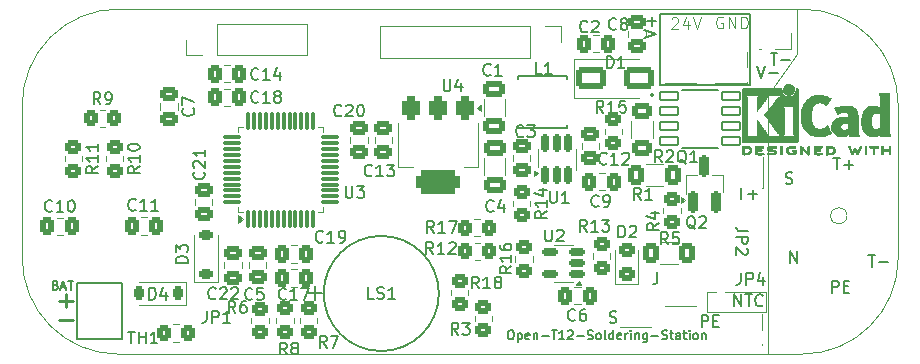
<source format=gbr>
%TF.GenerationSoftware,KiCad,Pcbnew,8.99.0-unknown*%
%TF.CreationDate,2024-06-21T10:07:37-04:00*%
%TF.ProjectId,solderingStationPCB,736f6c64-6572-4696-9e67-53746174696f,rev?*%
%TF.SameCoordinates,PX33f2570PY4a915b0*%
%TF.FileFunction,Legend,Top*%
%TF.FilePolarity,Positive*%
%FSLAX46Y46*%
G04 Gerber Fmt 4.6, Leading zero omitted, Abs format (unit mm)*
G04 Created by KiCad (PCBNEW 8.99.0-unknown) date 2024-06-21 10:07:37*
%MOMM*%
%LPD*%
G01*
G04 APERTURE LIST*
G04 Aperture macros list*
%AMRoundRect*
0 Rectangle with rounded corners*
0 $1 Rounding radius*
0 $2 $3 $4 $5 $6 $7 $8 $9 X,Y pos of 4 corners*
0 Add a 4 corners polygon primitive as box body*
4,1,4,$2,$3,$4,$5,$6,$7,$8,$9,$2,$3,0*
0 Add four circle primitives for the rounded corners*
1,1,$1+$1,$2,$3*
1,1,$1+$1,$4,$5*
1,1,$1+$1,$6,$7*
1,1,$1+$1,$8,$9*
0 Add four rect primitives between the rounded corners*
20,1,$1+$1,$2,$3,$4,$5,0*
20,1,$1+$1,$4,$5,$6,$7,0*
20,1,$1+$1,$6,$7,$8,$9,0*
20,1,$1+$1,$8,$9,$2,$3,0*%
%AMHorizOval*
0 Thick line with rounded ends*
0 $1 width*
0 $2 $3 position (X,Y) of the first rounded end (center of the circle)*
0 $4 $5 position (X,Y) of the second rounded end (center of the circle)*
0 Add line between two ends*
20,1,$1,$2,$3,$4,$5,0*
0 Add two circle primitives to create the rounded ends*
1,1,$1,$2,$3*
1,1,$1,$4,$5*%
G04 Aperture macros list end*
%ADD10C,0.100000*%
%ADD11C,0.050000*%
%ADD12C,0.200000*%
%ADD13C,0.190500*%
%ADD14C,0.150000*%
%ADD15C,0.292100*%
%ADD16C,0.120000*%
%ADD17C,0.152400*%
%ADD18C,0.010000*%
%ADD19C,0.127000*%
%ADD20R,1.778000X2.032000*%
%ADD21O,1.778000X2.032000*%
%ADD22RoundRect,0.250000X-0.475000X0.337500X-0.475000X-0.337500X0.475000X-0.337500X0.475000X0.337500X0*%
%ADD23O,1.524000X1.778000*%
%ADD24RoundRect,0.250000X-0.450000X0.350000X-0.450000X-0.350000X0.450000X-0.350000X0.450000X0.350000X0*%
%ADD25C,1.778000*%
%ADD26RoundRect,0.250000X0.337500X0.475000X-0.337500X0.475000X-0.337500X-0.475000X0.337500X-0.475000X0*%
%ADD27RoundRect,0.375000X-0.375000X0.625000X-0.375000X-0.625000X0.375000X-0.625000X0.375000X0.625000X0*%
%ADD28RoundRect,0.500000X-1.400000X0.500000X-1.400000X-0.500000X1.400000X-0.500000X1.400000X0.500000X0*%
%ADD29RoundRect,0.250000X0.475000X-0.337500X0.475000X0.337500X-0.475000X0.337500X-0.475000X-0.337500X0*%
%ADD30RoundRect,0.225000X0.375000X-0.225000X0.375000X0.225000X-0.375000X0.225000X-0.375000X-0.225000X0*%
%ADD31RoundRect,0.162500X0.162500X-0.617500X0.162500X0.617500X-0.162500X0.617500X-0.162500X-0.617500X0*%
%ADD32RoundRect,0.250000X-0.337500X-0.475000X0.337500X-0.475000X0.337500X0.475000X-0.337500X0.475000X0*%
%ADD33RoundRect,0.200000X0.200000X-0.750000X0.200000X0.750000X-0.200000X0.750000X-0.200000X-0.750000X0*%
%ADD34O,1.651000X1.244600*%
%ADD35RoundRect,0.250000X0.400000X0.625000X-0.400000X0.625000X-0.400000X-0.625000X0.400000X-0.625000X0*%
%ADD36R,2.794000X2.794000*%
%ADD37RoundRect,0.225000X0.225000X0.375000X-0.225000X0.375000X-0.225000X-0.375000X0.225000X-0.375000X0*%
%ADD38RoundRect,0.250000X0.350000X0.450000X-0.350000X0.450000X-0.350000X-0.450000X0.350000X-0.450000X0*%
%ADD39R,1.371600X1.651000*%
%ADD40O,1.371600X1.651000*%
%ADD41RoundRect,0.250000X-0.350000X-0.450000X0.350000X-0.450000X0.350000X0.450000X-0.350000X0.450000X0*%
%ADD42O,1.778000X1.524000*%
%ADD43R,1.143000X3.200400*%
%ADD44RoundRect,0.250000X0.450000X-0.350000X0.450000X0.350000X-0.450000X0.350000X-0.450000X-0.350000X0*%
%ADD45RoundRect,0.250000X0.650000X-0.412500X0.650000X0.412500X-0.650000X0.412500X-0.650000X-0.412500X0*%
%ADD46RoundRect,0.250000X-0.650000X0.412500X-0.650000X-0.412500X0.650000X-0.412500X0.650000X0.412500X0*%
%ADD47RoundRect,0.102000X-0.750000X-0.350000X0.750000X-0.350000X0.750000X0.350000X-0.750000X0.350000X0*%
%ADD48RoundRect,0.075000X0.075000X-0.662500X0.075000X0.662500X-0.075000X0.662500X-0.075000X-0.662500X0*%
%ADD49RoundRect,0.075000X0.662500X-0.075000X0.662500X0.075000X-0.662500X0.075000X-0.662500X-0.075000X0*%
%ADD50RoundRect,0.150000X0.512500X0.150000X-0.512500X0.150000X-0.512500X-0.150000X0.512500X-0.150000X0*%
%ADD51RoundRect,0.250000X-0.625000X0.400000X-0.625000X-0.400000X0.625000X-0.400000X0.625000X0.400000X0*%
%ADD52R,1.905000X1.905000*%
%ADD53RoundRect,0.250000X0.450000X-0.325000X0.450000X0.325000X-0.450000X0.325000X-0.450000X-0.325000X0*%
%ADD54RoundRect,0.250000X-1.000000X-0.650000X1.000000X-0.650000X1.000000X0.650000X-1.000000X0.650000X0*%
%ADD55HorizOval,2.794000X-0.182111X0.260081X0.182111X-0.260081X0*%
%ADD56HorizOval,2.794000X0.298352X0.108591X-0.298352X-0.108591X0*%
%ADD57O,2.794000X3.429000*%
%ADD58HorizOval,2.794000X-0.298352X0.108591X0.298352X-0.108591X0*%
%ADD59HorizOval,2.794000X-0.182111X-0.260081X0.182111X0.260081X0*%
%ADD60O,2.032000X2.540000*%
%ADD61R,2.921000X4.064000*%
%TA.AperFunction,Profile*%
%ADD62C,0.050000*%
%TD*%
G04 APERTURE END LIST*
D10*
X57975000Y-23925000D02*
X62975000Y-23925000D01*
X62975000Y-25600000D01*
X57975000Y-25600000D01*
X57975000Y-23925000D01*
D11*
X68519621Y-15412774D02*
G75*
G02*
X66792421Y-15412774I-863600J0D01*
G01*
X66792421Y-15412774D02*
G75*
G02*
X68519621Y-15412774I863600J0D01*
G01*
X70030921Y-20064077D02*
G75*
G02*
X68303721Y-20064077I-863600J0D01*
G01*
X68303721Y-20064077D02*
G75*
G02*
X70030921Y-20064077I863600J0D01*
G01*
D10*
X63132000Y-7301867D02*
X63150000Y-29125000D01*
D11*
X67585586Y-18287437D02*
G75*
G02*
X65858386Y-18287437I-863600J0D01*
G01*
X65858386Y-18287437D02*
G75*
G02*
X67585586Y-18287437I863600J0D01*
G01*
D10*
X65600000Y34200D02*
X65600000Y-3825000D01*
X65600000Y-3825000D02*
X63132000Y-7301867D01*
D11*
X71542221Y-15412774D02*
G75*
G02*
X69815021Y-15412774I-863600J0D01*
G01*
X69815021Y-15412774D02*
G75*
G02*
X71542221Y-15412774I863600J0D01*
G01*
X72476256Y-18287437D02*
G75*
G02*
X70749056Y-18287437I-863600J0D01*
G01*
X70749056Y-18287437D02*
G75*
G02*
X72476256Y-18287437I863600J0D01*
G01*
D12*
X71651816Y-20817219D02*
X72223244Y-20817219D01*
X71937530Y-21817219D02*
X71937530Y-20817219D01*
X72556578Y-21436266D02*
X73318483Y-21436266D01*
X57544673Y-26892219D02*
X57544673Y-25892219D01*
X57544673Y-25892219D02*
X57925625Y-25892219D01*
X57925625Y-25892219D02*
X58020863Y-25939838D01*
X58020863Y-25939838D02*
X58068482Y-25987457D01*
X58068482Y-25987457D02*
X58116101Y-26082695D01*
X58116101Y-26082695D02*
X58116101Y-26225552D01*
X58116101Y-26225552D02*
X58068482Y-26320790D01*
X58068482Y-26320790D02*
X58020863Y-26368409D01*
X58020863Y-26368409D02*
X57925625Y-26416028D01*
X57925625Y-26416028D02*
X57544673Y-26416028D01*
X58544673Y-26368409D02*
X58878006Y-26368409D01*
X59020863Y-26892219D02*
X58544673Y-26892219D01*
X58544673Y-26892219D02*
X58544673Y-25892219D01*
X58544673Y-25892219D02*
X59020863Y-25892219D01*
X63401816Y-3717219D02*
X63973244Y-3717219D01*
X63687530Y-4717219D02*
X63687530Y-3717219D01*
X64306578Y-4336266D02*
X65068483Y-4336266D01*
D10*
X59352693Y-670038D02*
X59257455Y-622419D01*
X59257455Y-622419D02*
X59114598Y-622419D01*
X59114598Y-622419D02*
X58971741Y-670038D01*
X58971741Y-670038D02*
X58876503Y-765276D01*
X58876503Y-765276D02*
X58828884Y-860514D01*
X58828884Y-860514D02*
X58781265Y-1050990D01*
X58781265Y-1050990D02*
X58781265Y-1193847D01*
X58781265Y-1193847D02*
X58828884Y-1384323D01*
X58828884Y-1384323D02*
X58876503Y-1479561D01*
X58876503Y-1479561D02*
X58971741Y-1574800D01*
X58971741Y-1574800D02*
X59114598Y-1622419D01*
X59114598Y-1622419D02*
X59209836Y-1622419D01*
X59209836Y-1622419D02*
X59352693Y-1574800D01*
X59352693Y-1574800D02*
X59400312Y-1527180D01*
X59400312Y-1527180D02*
X59400312Y-1193847D01*
X59400312Y-1193847D02*
X59209836Y-1193847D01*
X59828884Y-1622419D02*
X59828884Y-622419D01*
X59828884Y-622419D02*
X60400312Y-1622419D01*
X60400312Y-1622419D02*
X60400312Y-622419D01*
X60876503Y-1622419D02*
X60876503Y-622419D01*
X60876503Y-622419D02*
X61114598Y-622419D01*
X61114598Y-622419D02*
X61257455Y-670038D01*
X61257455Y-670038D02*
X61352693Y-765276D01*
X61352693Y-765276D02*
X61400312Y-860514D01*
X61400312Y-860514D02*
X61447931Y-1050990D01*
X61447931Y-1050990D02*
X61447931Y-1193847D01*
X61447931Y-1193847D02*
X61400312Y-1384323D01*
X61400312Y-1384323D02*
X61352693Y-1479561D01*
X61352693Y-1479561D02*
X61257455Y-1574800D01*
X61257455Y-1574800D02*
X61114598Y-1622419D01*
X61114598Y-1622419D02*
X60876503Y-1622419D01*
D12*
X49772054Y-26519600D02*
X49914911Y-26567219D01*
X49914911Y-26567219D02*
X50153006Y-26567219D01*
X50153006Y-26567219D02*
X50248244Y-26519600D01*
X50248244Y-26519600D02*
X50295863Y-26471980D01*
X50295863Y-26471980D02*
X50343482Y-26376742D01*
X50343482Y-26376742D02*
X50343482Y-26281504D01*
X50343482Y-26281504D02*
X50295863Y-26186266D01*
X50295863Y-26186266D02*
X50248244Y-26138647D01*
X50248244Y-26138647D02*
X50153006Y-26091028D01*
X50153006Y-26091028D02*
X49962530Y-26043409D01*
X49962530Y-26043409D02*
X49867292Y-25995790D01*
X49867292Y-25995790D02*
X49819673Y-25948171D01*
X49819673Y-25948171D02*
X49772054Y-25852933D01*
X49772054Y-25852933D02*
X49772054Y-25757695D01*
X49772054Y-25757695D02*
X49819673Y-25662457D01*
X49819673Y-25662457D02*
X49867292Y-25614838D01*
X49867292Y-25614838D02*
X49962530Y-25567219D01*
X49962530Y-25567219D02*
X50200625Y-25567219D01*
X50200625Y-25567219D02*
X50343482Y-25614838D01*
X68701816Y-12567219D02*
X69273244Y-12567219D01*
X68987530Y-13567219D02*
X68987530Y-12567219D01*
X69606578Y-13186266D02*
X70368483Y-13186266D01*
X69987530Y-13567219D02*
X69987530Y-12805314D01*
X68594673Y-23992219D02*
X68594673Y-22992219D01*
X68594673Y-22992219D02*
X68975625Y-22992219D01*
X68975625Y-22992219D02*
X69070863Y-23039838D01*
X69070863Y-23039838D02*
X69118482Y-23087457D01*
X69118482Y-23087457D02*
X69166101Y-23182695D01*
X69166101Y-23182695D02*
X69166101Y-23325552D01*
X69166101Y-23325552D02*
X69118482Y-23420790D01*
X69118482Y-23420790D02*
X69070863Y-23468409D01*
X69070863Y-23468409D02*
X68975625Y-23516028D01*
X68975625Y-23516028D02*
X68594673Y-23516028D01*
X69594673Y-23468409D02*
X69928006Y-23468409D01*
X70070863Y-23992219D02*
X69594673Y-23992219D01*
X69594673Y-23992219D02*
X69594673Y-22992219D01*
X69594673Y-22992219D02*
X70070863Y-22992219D01*
D13*
X2860756Y-23347696D02*
X2969613Y-23383982D01*
X2969613Y-23383982D02*
X3005899Y-23420268D01*
X3005899Y-23420268D02*
X3042185Y-23492839D01*
X3042185Y-23492839D02*
X3042185Y-23601696D01*
X3042185Y-23601696D02*
X3005899Y-23674268D01*
X3005899Y-23674268D02*
X2969613Y-23710554D01*
X2969613Y-23710554D02*
X2897042Y-23746839D01*
X2897042Y-23746839D02*
X2606756Y-23746839D01*
X2606756Y-23746839D02*
X2606756Y-22984839D01*
X2606756Y-22984839D02*
X2860756Y-22984839D01*
X2860756Y-22984839D02*
X2933328Y-23021125D01*
X2933328Y-23021125D02*
X2969613Y-23057411D01*
X2969613Y-23057411D02*
X3005899Y-23129982D01*
X3005899Y-23129982D02*
X3005899Y-23202554D01*
X3005899Y-23202554D02*
X2969613Y-23275125D01*
X2969613Y-23275125D02*
X2933328Y-23311411D01*
X2933328Y-23311411D02*
X2860756Y-23347696D01*
X2860756Y-23347696D02*
X2606756Y-23347696D01*
X3332470Y-23529125D02*
X3695328Y-23529125D01*
X3259899Y-23746839D02*
X3513899Y-22984839D01*
X3513899Y-22984839D02*
X3767899Y-23746839D01*
X3913042Y-22984839D02*
X4348471Y-22984839D01*
X4130756Y-23746839D02*
X4130756Y-22984839D01*
D14*
X60333333Y-25154819D02*
X60333333Y-24154819D01*
X60333333Y-24154819D02*
X60904761Y-25154819D01*
X60904761Y-25154819D02*
X60904761Y-24154819D01*
X61238095Y-24154819D02*
X61809523Y-24154819D01*
X61523809Y-25154819D02*
X61523809Y-24154819D01*
X62714285Y-25059580D02*
X62666666Y-25107200D01*
X62666666Y-25107200D02*
X62523809Y-25154819D01*
X62523809Y-25154819D02*
X62428571Y-25154819D01*
X62428571Y-25154819D02*
X62285714Y-25107200D01*
X62285714Y-25107200D02*
X62190476Y-25011961D01*
X62190476Y-25011961D02*
X62142857Y-24916723D01*
X62142857Y-24916723D02*
X62095238Y-24726247D01*
X62095238Y-24726247D02*
X62095238Y-24583390D01*
X62095238Y-24583390D02*
X62142857Y-24392914D01*
X62142857Y-24392914D02*
X62190476Y-24297676D01*
X62190476Y-24297676D02*
X62285714Y-24202438D01*
X62285714Y-24202438D02*
X62428571Y-24154819D01*
X62428571Y-24154819D02*
X62523809Y-24154819D01*
X62523809Y-24154819D02*
X62666666Y-24202438D01*
X62666666Y-24202438D02*
X62714285Y-24250057D01*
D12*
X60576816Y-15067219D02*
X61148244Y-15067219D01*
X60862530Y-16067219D02*
X60862530Y-15067219D01*
X61481578Y-15686266D02*
X62243483Y-15686266D01*
X61862530Y-16067219D02*
X61862530Y-15305314D01*
D14*
X65064286Y-21479819D02*
X65064286Y-20479819D01*
X65064286Y-20479819D02*
X65635714Y-21479819D01*
X65635714Y-21479819D02*
X65635714Y-20479819D01*
D12*
X62226816Y-4792219D02*
X62560149Y-5792219D01*
X62560149Y-5792219D02*
X62893482Y-4792219D01*
X63226816Y-5411266D02*
X63988721Y-5411266D01*
D15*
X3180028Y-24667730D02*
X4341171Y-24667730D01*
X3760599Y-25248301D02*
X3760599Y-24087158D01*
X3155028Y-26342730D02*
X4316171Y-26342730D01*
D12*
X52692219Y-2398183D02*
X53692219Y-2064850D01*
X53692219Y-2064850D02*
X52692219Y-1731517D01*
X53311266Y-1398183D02*
X53311266Y-636279D01*
X53692219Y-1017231D02*
X52930314Y-1017231D01*
D13*
X41326899Y-27184839D02*
X41472042Y-27184839D01*
X41472042Y-27184839D02*
X41544613Y-27221125D01*
X41544613Y-27221125D02*
X41617185Y-27293696D01*
X41617185Y-27293696D02*
X41653470Y-27438839D01*
X41653470Y-27438839D02*
X41653470Y-27692839D01*
X41653470Y-27692839D02*
X41617185Y-27837982D01*
X41617185Y-27837982D02*
X41544613Y-27910554D01*
X41544613Y-27910554D02*
X41472042Y-27946839D01*
X41472042Y-27946839D02*
X41326899Y-27946839D01*
X41326899Y-27946839D02*
X41254328Y-27910554D01*
X41254328Y-27910554D02*
X41181756Y-27837982D01*
X41181756Y-27837982D02*
X41145470Y-27692839D01*
X41145470Y-27692839D02*
X41145470Y-27438839D01*
X41145470Y-27438839D02*
X41181756Y-27293696D01*
X41181756Y-27293696D02*
X41254328Y-27221125D01*
X41254328Y-27221125D02*
X41326899Y-27184839D01*
X41980042Y-27438839D02*
X41980042Y-28200839D01*
X41980042Y-27475125D02*
X42052614Y-27438839D01*
X42052614Y-27438839D02*
X42197756Y-27438839D01*
X42197756Y-27438839D02*
X42270328Y-27475125D01*
X42270328Y-27475125D02*
X42306614Y-27511411D01*
X42306614Y-27511411D02*
X42342899Y-27583982D01*
X42342899Y-27583982D02*
X42342899Y-27801696D01*
X42342899Y-27801696D02*
X42306614Y-27874268D01*
X42306614Y-27874268D02*
X42270328Y-27910554D01*
X42270328Y-27910554D02*
X42197756Y-27946839D01*
X42197756Y-27946839D02*
X42052614Y-27946839D01*
X42052614Y-27946839D02*
X41980042Y-27910554D01*
X42959757Y-27910554D02*
X42887185Y-27946839D01*
X42887185Y-27946839D02*
X42742043Y-27946839D01*
X42742043Y-27946839D02*
X42669471Y-27910554D01*
X42669471Y-27910554D02*
X42633185Y-27837982D01*
X42633185Y-27837982D02*
X42633185Y-27547696D01*
X42633185Y-27547696D02*
X42669471Y-27475125D01*
X42669471Y-27475125D02*
X42742043Y-27438839D01*
X42742043Y-27438839D02*
X42887185Y-27438839D01*
X42887185Y-27438839D02*
X42959757Y-27475125D01*
X42959757Y-27475125D02*
X42996043Y-27547696D01*
X42996043Y-27547696D02*
X42996043Y-27620268D01*
X42996043Y-27620268D02*
X42633185Y-27692839D01*
X43322614Y-27438839D02*
X43322614Y-27946839D01*
X43322614Y-27511411D02*
X43358900Y-27475125D01*
X43358900Y-27475125D02*
X43431471Y-27438839D01*
X43431471Y-27438839D02*
X43540328Y-27438839D01*
X43540328Y-27438839D02*
X43612900Y-27475125D01*
X43612900Y-27475125D02*
X43649186Y-27547696D01*
X43649186Y-27547696D02*
X43649186Y-27946839D01*
X44012043Y-27656554D02*
X44592615Y-27656554D01*
X44846615Y-27184839D02*
X45282044Y-27184839D01*
X45064329Y-27946839D02*
X45064329Y-27184839D01*
X45935186Y-27946839D02*
X45499757Y-27946839D01*
X45717472Y-27946839D02*
X45717472Y-27184839D01*
X45717472Y-27184839D02*
X45644900Y-27293696D01*
X45644900Y-27293696D02*
X45572329Y-27366268D01*
X45572329Y-27366268D02*
X45499757Y-27402554D01*
X46225471Y-27257411D02*
X46261757Y-27221125D01*
X46261757Y-27221125D02*
X46334329Y-27184839D01*
X46334329Y-27184839D02*
X46515757Y-27184839D01*
X46515757Y-27184839D02*
X46588329Y-27221125D01*
X46588329Y-27221125D02*
X46624614Y-27257411D01*
X46624614Y-27257411D02*
X46660900Y-27329982D01*
X46660900Y-27329982D02*
X46660900Y-27402554D01*
X46660900Y-27402554D02*
X46624614Y-27511411D01*
X46624614Y-27511411D02*
X46189186Y-27946839D01*
X46189186Y-27946839D02*
X46660900Y-27946839D01*
X46987471Y-27656554D02*
X47568043Y-27656554D01*
X47894614Y-27910554D02*
X48003472Y-27946839D01*
X48003472Y-27946839D02*
X48184900Y-27946839D01*
X48184900Y-27946839D02*
X48257472Y-27910554D01*
X48257472Y-27910554D02*
X48293757Y-27874268D01*
X48293757Y-27874268D02*
X48330043Y-27801696D01*
X48330043Y-27801696D02*
X48330043Y-27729125D01*
X48330043Y-27729125D02*
X48293757Y-27656554D01*
X48293757Y-27656554D02*
X48257472Y-27620268D01*
X48257472Y-27620268D02*
X48184900Y-27583982D01*
X48184900Y-27583982D02*
X48039757Y-27547696D01*
X48039757Y-27547696D02*
X47967186Y-27511411D01*
X47967186Y-27511411D02*
X47930900Y-27475125D01*
X47930900Y-27475125D02*
X47894614Y-27402554D01*
X47894614Y-27402554D02*
X47894614Y-27329982D01*
X47894614Y-27329982D02*
X47930900Y-27257411D01*
X47930900Y-27257411D02*
X47967186Y-27221125D01*
X47967186Y-27221125D02*
X48039757Y-27184839D01*
X48039757Y-27184839D02*
X48221186Y-27184839D01*
X48221186Y-27184839D02*
X48330043Y-27221125D01*
X48765471Y-27946839D02*
X48692900Y-27910554D01*
X48692900Y-27910554D02*
X48656614Y-27874268D01*
X48656614Y-27874268D02*
X48620328Y-27801696D01*
X48620328Y-27801696D02*
X48620328Y-27583982D01*
X48620328Y-27583982D02*
X48656614Y-27511411D01*
X48656614Y-27511411D02*
X48692900Y-27475125D01*
X48692900Y-27475125D02*
X48765471Y-27438839D01*
X48765471Y-27438839D02*
X48874328Y-27438839D01*
X48874328Y-27438839D02*
X48946900Y-27475125D01*
X48946900Y-27475125D02*
X48983186Y-27511411D01*
X48983186Y-27511411D02*
X49019471Y-27583982D01*
X49019471Y-27583982D02*
X49019471Y-27801696D01*
X49019471Y-27801696D02*
X48983186Y-27874268D01*
X48983186Y-27874268D02*
X48946900Y-27910554D01*
X48946900Y-27910554D02*
X48874328Y-27946839D01*
X48874328Y-27946839D02*
X48765471Y-27946839D01*
X49454900Y-27946839D02*
X49382329Y-27910554D01*
X49382329Y-27910554D02*
X49346043Y-27837982D01*
X49346043Y-27837982D02*
X49346043Y-27184839D01*
X50071758Y-27946839D02*
X50071758Y-27184839D01*
X50071758Y-27910554D02*
X49999186Y-27946839D01*
X49999186Y-27946839D02*
X49854043Y-27946839D01*
X49854043Y-27946839D02*
X49781472Y-27910554D01*
X49781472Y-27910554D02*
X49745186Y-27874268D01*
X49745186Y-27874268D02*
X49708900Y-27801696D01*
X49708900Y-27801696D02*
X49708900Y-27583982D01*
X49708900Y-27583982D02*
X49745186Y-27511411D01*
X49745186Y-27511411D02*
X49781472Y-27475125D01*
X49781472Y-27475125D02*
X49854043Y-27438839D01*
X49854043Y-27438839D02*
X49999186Y-27438839D01*
X49999186Y-27438839D02*
X50071758Y-27475125D01*
X50724901Y-27910554D02*
X50652329Y-27946839D01*
X50652329Y-27946839D02*
X50507187Y-27946839D01*
X50507187Y-27946839D02*
X50434615Y-27910554D01*
X50434615Y-27910554D02*
X50398329Y-27837982D01*
X50398329Y-27837982D02*
X50398329Y-27547696D01*
X50398329Y-27547696D02*
X50434615Y-27475125D01*
X50434615Y-27475125D02*
X50507187Y-27438839D01*
X50507187Y-27438839D02*
X50652329Y-27438839D01*
X50652329Y-27438839D02*
X50724901Y-27475125D01*
X50724901Y-27475125D02*
X50761187Y-27547696D01*
X50761187Y-27547696D02*
X50761187Y-27620268D01*
X50761187Y-27620268D02*
X50398329Y-27692839D01*
X51087758Y-27946839D02*
X51087758Y-27438839D01*
X51087758Y-27583982D02*
X51124044Y-27511411D01*
X51124044Y-27511411D02*
X51160330Y-27475125D01*
X51160330Y-27475125D02*
X51232901Y-27438839D01*
X51232901Y-27438839D02*
X51305472Y-27438839D01*
X51559472Y-27946839D02*
X51559472Y-27438839D01*
X51559472Y-27184839D02*
X51523186Y-27221125D01*
X51523186Y-27221125D02*
X51559472Y-27257411D01*
X51559472Y-27257411D02*
X51595758Y-27221125D01*
X51595758Y-27221125D02*
X51559472Y-27184839D01*
X51559472Y-27184839D02*
X51559472Y-27257411D01*
X51922329Y-27438839D02*
X51922329Y-27946839D01*
X51922329Y-27511411D02*
X51958615Y-27475125D01*
X51958615Y-27475125D02*
X52031186Y-27438839D01*
X52031186Y-27438839D02*
X52140043Y-27438839D01*
X52140043Y-27438839D02*
X52212615Y-27475125D01*
X52212615Y-27475125D02*
X52248901Y-27547696D01*
X52248901Y-27547696D02*
X52248901Y-27946839D01*
X52938330Y-27438839D02*
X52938330Y-28055696D01*
X52938330Y-28055696D02*
X52902044Y-28128268D01*
X52902044Y-28128268D02*
X52865758Y-28164554D01*
X52865758Y-28164554D02*
X52793187Y-28200839D01*
X52793187Y-28200839D02*
X52684330Y-28200839D01*
X52684330Y-28200839D02*
X52611758Y-28164554D01*
X52938330Y-27910554D02*
X52865758Y-27946839D01*
X52865758Y-27946839D02*
X52720615Y-27946839D01*
X52720615Y-27946839D02*
X52648044Y-27910554D01*
X52648044Y-27910554D02*
X52611758Y-27874268D01*
X52611758Y-27874268D02*
X52575472Y-27801696D01*
X52575472Y-27801696D02*
X52575472Y-27583982D01*
X52575472Y-27583982D02*
X52611758Y-27511411D01*
X52611758Y-27511411D02*
X52648044Y-27475125D01*
X52648044Y-27475125D02*
X52720615Y-27438839D01*
X52720615Y-27438839D02*
X52865758Y-27438839D01*
X52865758Y-27438839D02*
X52938330Y-27475125D01*
X53301187Y-27656554D02*
X53881759Y-27656554D01*
X54208330Y-27910554D02*
X54317188Y-27946839D01*
X54317188Y-27946839D02*
X54498616Y-27946839D01*
X54498616Y-27946839D02*
X54571188Y-27910554D01*
X54571188Y-27910554D02*
X54607473Y-27874268D01*
X54607473Y-27874268D02*
X54643759Y-27801696D01*
X54643759Y-27801696D02*
X54643759Y-27729125D01*
X54643759Y-27729125D02*
X54607473Y-27656554D01*
X54607473Y-27656554D02*
X54571188Y-27620268D01*
X54571188Y-27620268D02*
X54498616Y-27583982D01*
X54498616Y-27583982D02*
X54353473Y-27547696D01*
X54353473Y-27547696D02*
X54280902Y-27511411D01*
X54280902Y-27511411D02*
X54244616Y-27475125D01*
X54244616Y-27475125D02*
X54208330Y-27402554D01*
X54208330Y-27402554D02*
X54208330Y-27329982D01*
X54208330Y-27329982D02*
X54244616Y-27257411D01*
X54244616Y-27257411D02*
X54280902Y-27221125D01*
X54280902Y-27221125D02*
X54353473Y-27184839D01*
X54353473Y-27184839D02*
X54534902Y-27184839D01*
X54534902Y-27184839D02*
X54643759Y-27221125D01*
X54861473Y-27438839D02*
X55151759Y-27438839D01*
X54970330Y-27184839D02*
X54970330Y-27837982D01*
X54970330Y-27837982D02*
X55006616Y-27910554D01*
X55006616Y-27910554D02*
X55079187Y-27946839D01*
X55079187Y-27946839D02*
X55151759Y-27946839D01*
X55732331Y-27946839D02*
X55732331Y-27547696D01*
X55732331Y-27547696D02*
X55696045Y-27475125D01*
X55696045Y-27475125D02*
X55623473Y-27438839D01*
X55623473Y-27438839D02*
X55478331Y-27438839D01*
X55478331Y-27438839D02*
X55405759Y-27475125D01*
X55732331Y-27910554D02*
X55659759Y-27946839D01*
X55659759Y-27946839D02*
X55478331Y-27946839D01*
X55478331Y-27946839D02*
X55405759Y-27910554D01*
X55405759Y-27910554D02*
X55369473Y-27837982D01*
X55369473Y-27837982D02*
X55369473Y-27765411D01*
X55369473Y-27765411D02*
X55405759Y-27692839D01*
X55405759Y-27692839D02*
X55478331Y-27656554D01*
X55478331Y-27656554D02*
X55659759Y-27656554D01*
X55659759Y-27656554D02*
X55732331Y-27620268D01*
X55986331Y-27438839D02*
X56276617Y-27438839D01*
X56095188Y-27184839D02*
X56095188Y-27837982D01*
X56095188Y-27837982D02*
X56131474Y-27910554D01*
X56131474Y-27910554D02*
X56204045Y-27946839D01*
X56204045Y-27946839D02*
X56276617Y-27946839D01*
X56530617Y-27946839D02*
X56530617Y-27438839D01*
X56530617Y-27184839D02*
X56494331Y-27221125D01*
X56494331Y-27221125D02*
X56530617Y-27257411D01*
X56530617Y-27257411D02*
X56566903Y-27221125D01*
X56566903Y-27221125D02*
X56530617Y-27184839D01*
X56530617Y-27184839D02*
X56530617Y-27257411D01*
X57002331Y-27946839D02*
X56929760Y-27910554D01*
X56929760Y-27910554D02*
X56893474Y-27874268D01*
X56893474Y-27874268D02*
X56857188Y-27801696D01*
X56857188Y-27801696D02*
X56857188Y-27583982D01*
X56857188Y-27583982D02*
X56893474Y-27511411D01*
X56893474Y-27511411D02*
X56929760Y-27475125D01*
X56929760Y-27475125D02*
X57002331Y-27438839D01*
X57002331Y-27438839D02*
X57111188Y-27438839D01*
X57111188Y-27438839D02*
X57183760Y-27475125D01*
X57183760Y-27475125D02*
X57220046Y-27511411D01*
X57220046Y-27511411D02*
X57256331Y-27583982D01*
X57256331Y-27583982D02*
X57256331Y-27801696D01*
X57256331Y-27801696D02*
X57220046Y-27874268D01*
X57220046Y-27874268D02*
X57183760Y-27910554D01*
X57183760Y-27910554D02*
X57111188Y-27946839D01*
X57111188Y-27946839D02*
X57002331Y-27946839D01*
X57582903Y-27438839D02*
X57582903Y-27946839D01*
X57582903Y-27511411D02*
X57619189Y-27475125D01*
X57619189Y-27475125D02*
X57691760Y-27438839D01*
X57691760Y-27438839D02*
X57800617Y-27438839D01*
X57800617Y-27438839D02*
X57873189Y-27475125D01*
X57873189Y-27475125D02*
X57909475Y-27547696D01*
X57909475Y-27547696D02*
X57909475Y-27946839D01*
D12*
X53780387Y-22292219D02*
X53780387Y-23006504D01*
X53780387Y-23006504D02*
X53732768Y-23149361D01*
X53732768Y-23149361D02*
X53637530Y-23244600D01*
X53637530Y-23244600D02*
X53494673Y-23292219D01*
X53494673Y-23292219D02*
X53399435Y-23292219D01*
X64672054Y-14744600D02*
X64814911Y-14792219D01*
X64814911Y-14792219D02*
X65053006Y-14792219D01*
X65053006Y-14792219D02*
X65148244Y-14744600D01*
X65148244Y-14744600D02*
X65195863Y-14696980D01*
X65195863Y-14696980D02*
X65243482Y-14601742D01*
X65243482Y-14601742D02*
X65243482Y-14506504D01*
X65243482Y-14506504D02*
X65195863Y-14411266D01*
X65195863Y-14411266D02*
X65148244Y-14363647D01*
X65148244Y-14363647D02*
X65053006Y-14316028D01*
X65053006Y-14316028D02*
X64862530Y-14268409D01*
X64862530Y-14268409D02*
X64767292Y-14220790D01*
X64767292Y-14220790D02*
X64719673Y-14173171D01*
X64719673Y-14173171D02*
X64672054Y-14077933D01*
X64672054Y-14077933D02*
X64672054Y-13982695D01*
X64672054Y-13982695D02*
X64719673Y-13887457D01*
X64719673Y-13887457D02*
X64767292Y-13839838D01*
X64767292Y-13839838D02*
X64862530Y-13792219D01*
X64862530Y-13792219D02*
X65100625Y-13792219D01*
X65100625Y-13792219D02*
X65243482Y-13839838D01*
D10*
X55006265Y-792657D02*
X55053884Y-745038D01*
X55053884Y-745038D02*
X55149122Y-697419D01*
X55149122Y-697419D02*
X55387217Y-697419D01*
X55387217Y-697419D02*
X55482455Y-745038D01*
X55482455Y-745038D02*
X55530074Y-792657D01*
X55530074Y-792657D02*
X55577693Y-887895D01*
X55577693Y-887895D02*
X55577693Y-983133D01*
X55577693Y-983133D02*
X55530074Y-1125990D01*
X55530074Y-1125990D02*
X54958646Y-1697419D01*
X54958646Y-1697419D02*
X55577693Y-1697419D01*
X56434836Y-1030752D02*
X56434836Y-1697419D01*
X56196741Y-649800D02*
X55958646Y-1364085D01*
X55958646Y-1364085D02*
X56577693Y-1364085D01*
X56815789Y-697419D02*
X57149122Y-1697419D01*
X57149122Y-1697419D02*
X57482455Y-697419D01*
D14*
X16407142Y-24459580D02*
X16359523Y-24507200D01*
X16359523Y-24507200D02*
X16216666Y-24554819D01*
X16216666Y-24554819D02*
X16121428Y-24554819D01*
X16121428Y-24554819D02*
X15978571Y-24507200D01*
X15978571Y-24507200D02*
X15883333Y-24411961D01*
X15883333Y-24411961D02*
X15835714Y-24316723D01*
X15835714Y-24316723D02*
X15788095Y-24126247D01*
X15788095Y-24126247D02*
X15788095Y-23983390D01*
X15788095Y-23983390D02*
X15835714Y-23792914D01*
X15835714Y-23792914D02*
X15883333Y-23697676D01*
X15883333Y-23697676D02*
X15978571Y-23602438D01*
X15978571Y-23602438D02*
X16121428Y-23554819D01*
X16121428Y-23554819D02*
X16216666Y-23554819D01*
X16216666Y-23554819D02*
X16359523Y-23602438D01*
X16359523Y-23602438D02*
X16407142Y-23650057D01*
X16788095Y-23650057D02*
X16835714Y-23602438D01*
X16835714Y-23602438D02*
X16930952Y-23554819D01*
X16930952Y-23554819D02*
X17169047Y-23554819D01*
X17169047Y-23554819D02*
X17264285Y-23602438D01*
X17264285Y-23602438D02*
X17311904Y-23650057D01*
X17311904Y-23650057D02*
X17359523Y-23745295D01*
X17359523Y-23745295D02*
X17359523Y-23840533D01*
X17359523Y-23840533D02*
X17311904Y-23983390D01*
X17311904Y-23983390D02*
X16740476Y-24554819D01*
X16740476Y-24554819D02*
X17359523Y-24554819D01*
X17740476Y-23650057D02*
X17788095Y-23602438D01*
X17788095Y-23602438D02*
X17883333Y-23554819D01*
X17883333Y-23554819D02*
X18121428Y-23554819D01*
X18121428Y-23554819D02*
X18216666Y-23602438D01*
X18216666Y-23602438D02*
X18264285Y-23650057D01*
X18264285Y-23650057D02*
X18311904Y-23745295D01*
X18311904Y-23745295D02*
X18311904Y-23840533D01*
X18311904Y-23840533D02*
X18264285Y-23983390D01*
X18264285Y-23983390D02*
X17692857Y-24554819D01*
X17692857Y-24554819D02*
X18311904Y-24554819D01*
X15640667Y-25554819D02*
X15640667Y-26269104D01*
X15640667Y-26269104D02*
X15593048Y-26411961D01*
X15593048Y-26411961D02*
X15497810Y-26507200D01*
X15497810Y-26507200D02*
X15354953Y-26554819D01*
X15354953Y-26554819D02*
X15259715Y-26554819D01*
X16116858Y-26554819D02*
X16116858Y-25554819D01*
X16116858Y-25554819D02*
X16497810Y-25554819D01*
X16497810Y-25554819D02*
X16593048Y-25602438D01*
X16593048Y-25602438D02*
X16640667Y-25650057D01*
X16640667Y-25650057D02*
X16688286Y-25745295D01*
X16688286Y-25745295D02*
X16688286Y-25888152D01*
X16688286Y-25888152D02*
X16640667Y-25983390D01*
X16640667Y-25983390D02*
X16593048Y-26031009D01*
X16593048Y-26031009D02*
X16497810Y-26078628D01*
X16497810Y-26078628D02*
X16116858Y-26078628D01*
X17640667Y-26554819D02*
X17069239Y-26554819D01*
X17354953Y-26554819D02*
X17354953Y-25554819D01*
X17354953Y-25554819D02*
X17259715Y-25697676D01*
X17259715Y-25697676D02*
X17164477Y-25792914D01*
X17164477Y-25792914D02*
X17069239Y-25840533D01*
X38692142Y-23639819D02*
X38358809Y-23163628D01*
X38120714Y-23639819D02*
X38120714Y-22639819D01*
X38120714Y-22639819D02*
X38501666Y-22639819D01*
X38501666Y-22639819D02*
X38596904Y-22687438D01*
X38596904Y-22687438D02*
X38644523Y-22735057D01*
X38644523Y-22735057D02*
X38692142Y-22830295D01*
X38692142Y-22830295D02*
X38692142Y-22973152D01*
X38692142Y-22973152D02*
X38644523Y-23068390D01*
X38644523Y-23068390D02*
X38596904Y-23116009D01*
X38596904Y-23116009D02*
X38501666Y-23163628D01*
X38501666Y-23163628D02*
X38120714Y-23163628D01*
X39644523Y-23639819D02*
X39073095Y-23639819D01*
X39358809Y-23639819D02*
X39358809Y-22639819D01*
X39358809Y-22639819D02*
X39263571Y-22782676D01*
X39263571Y-22782676D02*
X39168333Y-22877914D01*
X39168333Y-22877914D02*
X39073095Y-22925533D01*
X40215952Y-23068390D02*
X40120714Y-23020771D01*
X40120714Y-23020771D02*
X40073095Y-22973152D01*
X40073095Y-22973152D02*
X40025476Y-22877914D01*
X40025476Y-22877914D02*
X40025476Y-22830295D01*
X40025476Y-22830295D02*
X40073095Y-22735057D01*
X40073095Y-22735057D02*
X40120714Y-22687438D01*
X40120714Y-22687438D02*
X40215952Y-22639819D01*
X40215952Y-22639819D02*
X40406428Y-22639819D01*
X40406428Y-22639819D02*
X40501666Y-22687438D01*
X40501666Y-22687438D02*
X40549285Y-22735057D01*
X40549285Y-22735057D02*
X40596904Y-22830295D01*
X40596904Y-22830295D02*
X40596904Y-22877914D01*
X40596904Y-22877914D02*
X40549285Y-22973152D01*
X40549285Y-22973152D02*
X40501666Y-23020771D01*
X40501666Y-23020771D02*
X40406428Y-23068390D01*
X40406428Y-23068390D02*
X40215952Y-23068390D01*
X40215952Y-23068390D02*
X40120714Y-23116009D01*
X40120714Y-23116009D02*
X40073095Y-23163628D01*
X40073095Y-23163628D02*
X40025476Y-23258866D01*
X40025476Y-23258866D02*
X40025476Y-23449342D01*
X40025476Y-23449342D02*
X40073095Y-23544580D01*
X40073095Y-23544580D02*
X40120714Y-23592200D01*
X40120714Y-23592200D02*
X40215952Y-23639819D01*
X40215952Y-23639819D02*
X40406428Y-23639819D01*
X40406428Y-23639819D02*
X40501666Y-23592200D01*
X40501666Y-23592200D02*
X40549285Y-23544580D01*
X40549285Y-23544580D02*
X40596904Y-23449342D01*
X40596904Y-23449342D02*
X40596904Y-23258866D01*
X40596904Y-23258866D02*
X40549285Y-23163628D01*
X40549285Y-23163628D02*
X40501666Y-23116009D01*
X40501666Y-23116009D02*
X40406428Y-23068390D01*
X18083333Y-25704819D02*
X17750000Y-25228628D01*
X17511905Y-25704819D02*
X17511905Y-24704819D01*
X17511905Y-24704819D02*
X17892857Y-24704819D01*
X17892857Y-24704819D02*
X17988095Y-24752438D01*
X17988095Y-24752438D02*
X18035714Y-24800057D01*
X18035714Y-24800057D02*
X18083333Y-24895295D01*
X18083333Y-24895295D02*
X18083333Y-25038152D01*
X18083333Y-25038152D02*
X18035714Y-25133390D01*
X18035714Y-25133390D02*
X17988095Y-25181009D01*
X17988095Y-25181009D02*
X17892857Y-25228628D01*
X17892857Y-25228628D02*
X17511905Y-25228628D01*
X18940476Y-24704819D02*
X18750000Y-24704819D01*
X18750000Y-24704819D02*
X18654762Y-24752438D01*
X18654762Y-24752438D02*
X18607143Y-24800057D01*
X18607143Y-24800057D02*
X18511905Y-24942914D01*
X18511905Y-24942914D02*
X18464286Y-25133390D01*
X18464286Y-25133390D02*
X18464286Y-25514342D01*
X18464286Y-25514342D02*
X18511905Y-25609580D01*
X18511905Y-25609580D02*
X18559524Y-25657200D01*
X18559524Y-25657200D02*
X18654762Y-25704819D01*
X18654762Y-25704819D02*
X18845238Y-25704819D01*
X18845238Y-25704819D02*
X18940476Y-25657200D01*
X18940476Y-25657200D02*
X18988095Y-25609580D01*
X18988095Y-25609580D02*
X19035714Y-25514342D01*
X19035714Y-25514342D02*
X19035714Y-25276247D01*
X19035714Y-25276247D02*
X18988095Y-25181009D01*
X18988095Y-25181009D02*
X18940476Y-25133390D01*
X18940476Y-25133390D02*
X18845238Y-25085771D01*
X18845238Y-25085771D02*
X18654762Y-25085771D01*
X18654762Y-25085771D02*
X18559524Y-25133390D01*
X18559524Y-25133390D02*
X18511905Y-25181009D01*
X18511905Y-25181009D02*
X18464286Y-25276247D01*
X9958419Y-13300457D02*
X9482228Y-13633790D01*
X9958419Y-13871885D02*
X8958419Y-13871885D01*
X8958419Y-13871885D02*
X8958419Y-13490933D01*
X8958419Y-13490933D02*
X9006038Y-13395695D01*
X9006038Y-13395695D02*
X9053657Y-13348076D01*
X9053657Y-13348076D02*
X9148895Y-13300457D01*
X9148895Y-13300457D02*
X9291752Y-13300457D01*
X9291752Y-13300457D02*
X9386990Y-13348076D01*
X9386990Y-13348076D02*
X9434609Y-13395695D01*
X9434609Y-13395695D02*
X9482228Y-13490933D01*
X9482228Y-13490933D02*
X9482228Y-13871885D01*
X9958419Y-12348076D02*
X9958419Y-12919504D01*
X9958419Y-12633790D02*
X8958419Y-12633790D01*
X8958419Y-12633790D02*
X9101276Y-12729028D01*
X9101276Y-12729028D02*
X9196514Y-12824266D01*
X9196514Y-12824266D02*
X9244133Y-12919504D01*
X8958419Y-11729028D02*
X8958419Y-11633790D01*
X8958419Y-11633790D02*
X9006038Y-11538552D01*
X9006038Y-11538552D02*
X9053657Y-11490933D01*
X9053657Y-11490933D02*
X9148895Y-11443314D01*
X9148895Y-11443314D02*
X9339371Y-11395695D01*
X9339371Y-11395695D02*
X9577466Y-11395695D01*
X9577466Y-11395695D02*
X9767942Y-11443314D01*
X9767942Y-11443314D02*
X9863180Y-11490933D01*
X9863180Y-11490933D02*
X9910800Y-11538552D01*
X9910800Y-11538552D02*
X9958419Y-11633790D01*
X9958419Y-11633790D02*
X9958419Y-11729028D01*
X9958419Y-11729028D02*
X9910800Y-11824266D01*
X9910800Y-11824266D02*
X9863180Y-11871885D01*
X9863180Y-11871885D02*
X9767942Y-11919504D01*
X9767942Y-11919504D02*
X9577466Y-11967123D01*
X9577466Y-11967123D02*
X9339371Y-11967123D01*
X9339371Y-11967123D02*
X9148895Y-11919504D01*
X9148895Y-11919504D02*
X9053657Y-11871885D01*
X9053657Y-11871885D02*
X9006038Y-11824266D01*
X9006038Y-11824266D02*
X8958419Y-11729028D01*
X25482142Y-19659580D02*
X25434523Y-19707200D01*
X25434523Y-19707200D02*
X25291666Y-19754819D01*
X25291666Y-19754819D02*
X25196428Y-19754819D01*
X25196428Y-19754819D02*
X25053571Y-19707200D01*
X25053571Y-19707200D02*
X24958333Y-19611961D01*
X24958333Y-19611961D02*
X24910714Y-19516723D01*
X24910714Y-19516723D02*
X24863095Y-19326247D01*
X24863095Y-19326247D02*
X24863095Y-19183390D01*
X24863095Y-19183390D02*
X24910714Y-18992914D01*
X24910714Y-18992914D02*
X24958333Y-18897676D01*
X24958333Y-18897676D02*
X25053571Y-18802438D01*
X25053571Y-18802438D02*
X25196428Y-18754819D01*
X25196428Y-18754819D02*
X25291666Y-18754819D01*
X25291666Y-18754819D02*
X25434523Y-18802438D01*
X25434523Y-18802438D02*
X25482142Y-18850057D01*
X26434523Y-19754819D02*
X25863095Y-19754819D01*
X26148809Y-19754819D02*
X26148809Y-18754819D01*
X26148809Y-18754819D02*
X26053571Y-18897676D01*
X26053571Y-18897676D02*
X25958333Y-18992914D01*
X25958333Y-18992914D02*
X25863095Y-19040533D01*
X26910714Y-19754819D02*
X27101190Y-19754819D01*
X27101190Y-19754819D02*
X27196428Y-19707200D01*
X27196428Y-19707200D02*
X27244047Y-19659580D01*
X27244047Y-19659580D02*
X27339285Y-19516723D01*
X27339285Y-19516723D02*
X27386904Y-19326247D01*
X27386904Y-19326247D02*
X27386904Y-18945295D01*
X27386904Y-18945295D02*
X27339285Y-18850057D01*
X27339285Y-18850057D02*
X27291666Y-18802438D01*
X27291666Y-18802438D02*
X27196428Y-18754819D01*
X27196428Y-18754819D02*
X27005952Y-18754819D01*
X27005952Y-18754819D02*
X26910714Y-18802438D01*
X26910714Y-18802438D02*
X26863095Y-18850057D01*
X26863095Y-18850057D02*
X26815476Y-18945295D01*
X26815476Y-18945295D02*
X26815476Y-19183390D01*
X26815476Y-19183390D02*
X26863095Y-19278628D01*
X26863095Y-19278628D02*
X26910714Y-19326247D01*
X26910714Y-19326247D02*
X27005952Y-19373866D01*
X27005952Y-19373866D02*
X27196428Y-19373866D01*
X27196428Y-19373866D02*
X27291666Y-19326247D01*
X27291666Y-19326247D02*
X27339285Y-19278628D01*
X27339285Y-19278628D02*
X27386904Y-19183390D01*
X35700095Y-5946619D02*
X35700095Y-6756142D01*
X35700095Y-6756142D02*
X35747714Y-6851380D01*
X35747714Y-6851380D02*
X35795333Y-6899000D01*
X35795333Y-6899000D02*
X35890571Y-6946619D01*
X35890571Y-6946619D02*
X36081047Y-6946619D01*
X36081047Y-6946619D02*
X36176285Y-6899000D01*
X36176285Y-6899000D02*
X36223904Y-6851380D01*
X36223904Y-6851380D02*
X36271523Y-6756142D01*
X36271523Y-6756142D02*
X36271523Y-5946619D01*
X37176285Y-6279952D02*
X37176285Y-6946619D01*
X36938190Y-5899000D02*
X36700095Y-6613285D01*
X36700095Y-6613285D02*
X37319142Y-6613285D01*
X42458333Y-10734580D02*
X42410714Y-10782200D01*
X42410714Y-10782200D02*
X42267857Y-10829819D01*
X42267857Y-10829819D02*
X42172619Y-10829819D01*
X42172619Y-10829819D02*
X42029762Y-10782200D01*
X42029762Y-10782200D02*
X41934524Y-10686961D01*
X41934524Y-10686961D02*
X41886905Y-10591723D01*
X41886905Y-10591723D02*
X41839286Y-10401247D01*
X41839286Y-10401247D02*
X41839286Y-10258390D01*
X41839286Y-10258390D02*
X41886905Y-10067914D01*
X41886905Y-10067914D02*
X41934524Y-9972676D01*
X41934524Y-9972676D02*
X42029762Y-9877438D01*
X42029762Y-9877438D02*
X42172619Y-9829819D01*
X42172619Y-9829819D02*
X42267857Y-9829819D01*
X42267857Y-9829819D02*
X42410714Y-9877438D01*
X42410714Y-9877438D02*
X42458333Y-9925057D01*
X42791667Y-9829819D02*
X43410714Y-9829819D01*
X43410714Y-9829819D02*
X43077381Y-10210771D01*
X43077381Y-10210771D02*
X43220238Y-10210771D01*
X43220238Y-10210771D02*
X43315476Y-10258390D01*
X43315476Y-10258390D02*
X43363095Y-10306009D01*
X43363095Y-10306009D02*
X43410714Y-10401247D01*
X43410714Y-10401247D02*
X43410714Y-10639342D01*
X43410714Y-10639342D02*
X43363095Y-10734580D01*
X43363095Y-10734580D02*
X43315476Y-10782200D01*
X43315476Y-10782200D02*
X43220238Y-10829819D01*
X43220238Y-10829819D02*
X42934524Y-10829819D01*
X42934524Y-10829819D02*
X42839286Y-10782200D01*
X42839286Y-10782200D02*
X42791667Y-10734580D01*
X29632142Y-14059580D02*
X29584523Y-14107200D01*
X29584523Y-14107200D02*
X29441666Y-14154819D01*
X29441666Y-14154819D02*
X29346428Y-14154819D01*
X29346428Y-14154819D02*
X29203571Y-14107200D01*
X29203571Y-14107200D02*
X29108333Y-14011961D01*
X29108333Y-14011961D02*
X29060714Y-13916723D01*
X29060714Y-13916723D02*
X29013095Y-13726247D01*
X29013095Y-13726247D02*
X29013095Y-13583390D01*
X29013095Y-13583390D02*
X29060714Y-13392914D01*
X29060714Y-13392914D02*
X29108333Y-13297676D01*
X29108333Y-13297676D02*
X29203571Y-13202438D01*
X29203571Y-13202438D02*
X29346428Y-13154819D01*
X29346428Y-13154819D02*
X29441666Y-13154819D01*
X29441666Y-13154819D02*
X29584523Y-13202438D01*
X29584523Y-13202438D02*
X29632142Y-13250057D01*
X30584523Y-14154819D02*
X30013095Y-14154819D01*
X30298809Y-14154819D02*
X30298809Y-13154819D01*
X30298809Y-13154819D02*
X30203571Y-13297676D01*
X30203571Y-13297676D02*
X30108333Y-13392914D01*
X30108333Y-13392914D02*
X30013095Y-13440533D01*
X30917857Y-13154819D02*
X31536904Y-13154819D01*
X31536904Y-13154819D02*
X31203571Y-13535771D01*
X31203571Y-13535771D02*
X31346428Y-13535771D01*
X31346428Y-13535771D02*
X31441666Y-13583390D01*
X31441666Y-13583390D02*
X31489285Y-13631009D01*
X31489285Y-13631009D02*
X31536904Y-13726247D01*
X31536904Y-13726247D02*
X31536904Y-13964342D01*
X31536904Y-13964342D02*
X31489285Y-14059580D01*
X31489285Y-14059580D02*
X31441666Y-14107200D01*
X31441666Y-14107200D02*
X31346428Y-14154819D01*
X31346428Y-14154819D02*
X31060714Y-14154819D01*
X31060714Y-14154819D02*
X30965476Y-14107200D01*
X30965476Y-14107200D02*
X30917857Y-14059580D01*
X14039119Y-21474794D02*
X13039119Y-21474794D01*
X13039119Y-21474794D02*
X13039119Y-21236699D01*
X13039119Y-21236699D02*
X13086738Y-21093842D01*
X13086738Y-21093842D02*
X13181976Y-20998604D01*
X13181976Y-20998604D02*
X13277214Y-20950985D01*
X13277214Y-20950985D02*
X13467690Y-20903366D01*
X13467690Y-20903366D02*
X13610547Y-20903366D01*
X13610547Y-20903366D02*
X13801023Y-20950985D01*
X13801023Y-20950985D02*
X13896261Y-20998604D01*
X13896261Y-20998604D02*
X13991500Y-21093842D01*
X13991500Y-21093842D02*
X14039119Y-21236699D01*
X14039119Y-21236699D02*
X14039119Y-21474794D01*
X13039119Y-20570032D02*
X13039119Y-19950985D01*
X13039119Y-19950985D02*
X13420071Y-20284318D01*
X13420071Y-20284318D02*
X13420071Y-20141461D01*
X13420071Y-20141461D02*
X13467690Y-20046223D01*
X13467690Y-20046223D02*
X13515309Y-19998604D01*
X13515309Y-19998604D02*
X13610547Y-19950985D01*
X13610547Y-19950985D02*
X13848642Y-19950985D01*
X13848642Y-19950985D02*
X13943880Y-19998604D01*
X13943880Y-19998604D02*
X13991500Y-20046223D01*
X13991500Y-20046223D02*
X14039119Y-20141461D01*
X14039119Y-20141461D02*
X14039119Y-20427175D01*
X14039119Y-20427175D02*
X13991500Y-20522413D01*
X13991500Y-20522413D02*
X13943880Y-20570032D01*
X47887933Y-1875580D02*
X47840314Y-1923200D01*
X47840314Y-1923200D02*
X47697457Y-1970819D01*
X47697457Y-1970819D02*
X47602219Y-1970819D01*
X47602219Y-1970819D02*
X47459362Y-1923200D01*
X47459362Y-1923200D02*
X47364124Y-1827961D01*
X47364124Y-1827961D02*
X47316505Y-1732723D01*
X47316505Y-1732723D02*
X47268886Y-1542247D01*
X47268886Y-1542247D02*
X47268886Y-1399390D01*
X47268886Y-1399390D02*
X47316505Y-1208914D01*
X47316505Y-1208914D02*
X47364124Y-1113676D01*
X47364124Y-1113676D02*
X47459362Y-1018438D01*
X47459362Y-1018438D02*
X47602219Y-970819D01*
X47602219Y-970819D02*
X47697457Y-970819D01*
X47697457Y-970819D02*
X47840314Y-1018438D01*
X47840314Y-1018438D02*
X47887933Y-1066057D01*
X48268886Y-1066057D02*
X48316505Y-1018438D01*
X48316505Y-1018438D02*
X48411743Y-970819D01*
X48411743Y-970819D02*
X48649838Y-970819D01*
X48649838Y-970819D02*
X48745076Y-1018438D01*
X48745076Y-1018438D02*
X48792695Y-1066057D01*
X48792695Y-1066057D02*
X48840314Y-1161295D01*
X48840314Y-1161295D02*
X48840314Y-1256533D01*
X48840314Y-1256533D02*
X48792695Y-1399390D01*
X48792695Y-1399390D02*
X48221267Y-1970819D01*
X48221267Y-1970819D02*
X48840314Y-1970819D01*
X46847633Y-26296880D02*
X46800014Y-26344500D01*
X46800014Y-26344500D02*
X46657157Y-26392119D01*
X46657157Y-26392119D02*
X46561919Y-26392119D01*
X46561919Y-26392119D02*
X46419062Y-26344500D01*
X46419062Y-26344500D02*
X46323824Y-26249261D01*
X46323824Y-26249261D02*
X46276205Y-26154023D01*
X46276205Y-26154023D02*
X46228586Y-25963547D01*
X46228586Y-25963547D02*
X46228586Y-25820690D01*
X46228586Y-25820690D02*
X46276205Y-25630214D01*
X46276205Y-25630214D02*
X46323824Y-25534976D01*
X46323824Y-25534976D02*
X46419062Y-25439738D01*
X46419062Y-25439738D02*
X46561919Y-25392119D01*
X46561919Y-25392119D02*
X46657157Y-25392119D01*
X46657157Y-25392119D02*
X46800014Y-25439738D01*
X46800014Y-25439738D02*
X46847633Y-25487357D01*
X47704776Y-25392119D02*
X47514300Y-25392119D01*
X47514300Y-25392119D02*
X47419062Y-25439738D01*
X47419062Y-25439738D02*
X47371443Y-25487357D01*
X47371443Y-25487357D02*
X47276205Y-25630214D01*
X47276205Y-25630214D02*
X47228586Y-25820690D01*
X47228586Y-25820690D02*
X47228586Y-26201642D01*
X47228586Y-26201642D02*
X47276205Y-26296880D01*
X47276205Y-26296880D02*
X47323824Y-26344500D01*
X47323824Y-26344500D02*
X47419062Y-26392119D01*
X47419062Y-26392119D02*
X47609538Y-26392119D01*
X47609538Y-26392119D02*
X47704776Y-26344500D01*
X47704776Y-26344500D02*
X47752395Y-26296880D01*
X47752395Y-26296880D02*
X47800014Y-26201642D01*
X47800014Y-26201642D02*
X47800014Y-25963547D01*
X47800014Y-25963547D02*
X47752395Y-25868309D01*
X47752395Y-25868309D02*
X47704776Y-25820690D01*
X47704776Y-25820690D02*
X47609538Y-25773071D01*
X47609538Y-25773071D02*
X47419062Y-25773071D01*
X47419062Y-25773071D02*
X47323824Y-25820690D01*
X47323824Y-25820690D02*
X47276205Y-25868309D01*
X47276205Y-25868309D02*
X47228586Y-25963547D01*
X44713095Y-15404819D02*
X44713095Y-16214342D01*
X44713095Y-16214342D02*
X44760714Y-16309580D01*
X44760714Y-16309580D02*
X44808333Y-16357200D01*
X44808333Y-16357200D02*
X44903571Y-16404819D01*
X44903571Y-16404819D02*
X45094047Y-16404819D01*
X45094047Y-16404819D02*
X45189285Y-16357200D01*
X45189285Y-16357200D02*
X45236904Y-16309580D01*
X45236904Y-16309580D02*
X45284523Y-16214342D01*
X45284523Y-16214342D02*
X45284523Y-15404819D01*
X46284523Y-16404819D02*
X45713095Y-16404819D01*
X45998809Y-16404819D02*
X45998809Y-15404819D01*
X45998809Y-15404819D02*
X45903571Y-15547676D01*
X45903571Y-15547676D02*
X45808333Y-15642914D01*
X45808333Y-15642914D02*
X45713095Y-15690533D01*
X48833333Y-16634580D02*
X48785714Y-16682200D01*
X48785714Y-16682200D02*
X48642857Y-16729819D01*
X48642857Y-16729819D02*
X48547619Y-16729819D01*
X48547619Y-16729819D02*
X48404762Y-16682200D01*
X48404762Y-16682200D02*
X48309524Y-16586961D01*
X48309524Y-16586961D02*
X48261905Y-16491723D01*
X48261905Y-16491723D02*
X48214286Y-16301247D01*
X48214286Y-16301247D02*
X48214286Y-16158390D01*
X48214286Y-16158390D02*
X48261905Y-15967914D01*
X48261905Y-15967914D02*
X48309524Y-15872676D01*
X48309524Y-15872676D02*
X48404762Y-15777438D01*
X48404762Y-15777438D02*
X48547619Y-15729819D01*
X48547619Y-15729819D02*
X48642857Y-15729819D01*
X48642857Y-15729819D02*
X48785714Y-15777438D01*
X48785714Y-15777438D02*
X48833333Y-15825057D01*
X49309524Y-16729819D02*
X49500000Y-16729819D01*
X49500000Y-16729819D02*
X49595238Y-16682200D01*
X49595238Y-16682200D02*
X49642857Y-16634580D01*
X49642857Y-16634580D02*
X49738095Y-16491723D01*
X49738095Y-16491723D02*
X49785714Y-16301247D01*
X49785714Y-16301247D02*
X49785714Y-15920295D01*
X49785714Y-15920295D02*
X49738095Y-15825057D01*
X49738095Y-15825057D02*
X49690476Y-15777438D01*
X49690476Y-15777438D02*
X49595238Y-15729819D01*
X49595238Y-15729819D02*
X49404762Y-15729819D01*
X49404762Y-15729819D02*
X49309524Y-15777438D01*
X49309524Y-15777438D02*
X49261905Y-15825057D01*
X49261905Y-15825057D02*
X49214286Y-15920295D01*
X49214286Y-15920295D02*
X49214286Y-16158390D01*
X49214286Y-16158390D02*
X49261905Y-16253628D01*
X49261905Y-16253628D02*
X49309524Y-16301247D01*
X49309524Y-16301247D02*
X49404762Y-16348866D01*
X49404762Y-16348866D02*
X49595238Y-16348866D01*
X49595238Y-16348866D02*
X49690476Y-16301247D01*
X49690476Y-16301247D02*
X49738095Y-16253628D01*
X49738095Y-16253628D02*
X49785714Y-16158390D01*
X57029761Y-18600057D02*
X56934523Y-18552438D01*
X56934523Y-18552438D02*
X56839285Y-18457200D01*
X56839285Y-18457200D02*
X56696428Y-18314342D01*
X56696428Y-18314342D02*
X56601190Y-18266723D01*
X56601190Y-18266723D02*
X56505952Y-18266723D01*
X56553571Y-18504819D02*
X56458333Y-18457200D01*
X56458333Y-18457200D02*
X56363095Y-18361961D01*
X56363095Y-18361961D02*
X56315476Y-18171485D01*
X56315476Y-18171485D02*
X56315476Y-17838152D01*
X56315476Y-17838152D02*
X56363095Y-17647676D01*
X56363095Y-17647676D02*
X56458333Y-17552438D01*
X56458333Y-17552438D02*
X56553571Y-17504819D01*
X56553571Y-17504819D02*
X56744047Y-17504819D01*
X56744047Y-17504819D02*
X56839285Y-17552438D01*
X56839285Y-17552438D02*
X56934523Y-17647676D01*
X56934523Y-17647676D02*
X56982142Y-17838152D01*
X56982142Y-17838152D02*
X56982142Y-18171485D01*
X56982142Y-18171485D02*
X56934523Y-18361961D01*
X56934523Y-18361961D02*
X56839285Y-18457200D01*
X56839285Y-18457200D02*
X56744047Y-18504819D01*
X56744047Y-18504819D02*
X56553571Y-18504819D01*
X57363095Y-17600057D02*
X57410714Y-17552438D01*
X57410714Y-17552438D02*
X57505952Y-17504819D01*
X57505952Y-17504819D02*
X57744047Y-17504819D01*
X57744047Y-17504819D02*
X57839285Y-17552438D01*
X57839285Y-17552438D02*
X57886904Y-17600057D01*
X57886904Y-17600057D02*
X57934523Y-17695295D01*
X57934523Y-17695295D02*
X57934523Y-17790533D01*
X57934523Y-17790533D02*
X57886904Y-17933390D01*
X57886904Y-17933390D02*
X57315476Y-18504819D01*
X57315476Y-18504819D02*
X57934523Y-18504819D01*
X2559742Y-17061380D02*
X2512123Y-17109000D01*
X2512123Y-17109000D02*
X2369266Y-17156619D01*
X2369266Y-17156619D02*
X2274028Y-17156619D01*
X2274028Y-17156619D02*
X2131171Y-17109000D01*
X2131171Y-17109000D02*
X2035933Y-17013761D01*
X2035933Y-17013761D02*
X1988314Y-16918523D01*
X1988314Y-16918523D02*
X1940695Y-16728047D01*
X1940695Y-16728047D02*
X1940695Y-16585190D01*
X1940695Y-16585190D02*
X1988314Y-16394714D01*
X1988314Y-16394714D02*
X2035933Y-16299476D01*
X2035933Y-16299476D02*
X2131171Y-16204238D01*
X2131171Y-16204238D02*
X2274028Y-16156619D01*
X2274028Y-16156619D02*
X2369266Y-16156619D01*
X2369266Y-16156619D02*
X2512123Y-16204238D01*
X2512123Y-16204238D02*
X2559742Y-16251857D01*
X3512123Y-17156619D02*
X2940695Y-17156619D01*
X3226409Y-17156619D02*
X3226409Y-16156619D01*
X3226409Y-16156619D02*
X3131171Y-16299476D01*
X3131171Y-16299476D02*
X3035933Y-16394714D01*
X3035933Y-16394714D02*
X2940695Y-16442333D01*
X4131171Y-16156619D02*
X4226409Y-16156619D01*
X4226409Y-16156619D02*
X4321647Y-16204238D01*
X4321647Y-16204238D02*
X4369266Y-16251857D01*
X4369266Y-16251857D02*
X4416885Y-16347095D01*
X4416885Y-16347095D02*
X4464504Y-16537571D01*
X4464504Y-16537571D02*
X4464504Y-16775666D01*
X4464504Y-16775666D02*
X4416885Y-16966142D01*
X4416885Y-16966142D02*
X4369266Y-17061380D01*
X4369266Y-17061380D02*
X4321647Y-17109000D01*
X4321647Y-17109000D02*
X4226409Y-17156619D01*
X4226409Y-17156619D02*
X4131171Y-17156619D01*
X4131171Y-17156619D02*
X4035933Y-17109000D01*
X4035933Y-17109000D02*
X3988314Y-17061380D01*
X3988314Y-17061380D02*
X3940695Y-16966142D01*
X3940695Y-16966142D02*
X3893076Y-16775666D01*
X3893076Y-16775666D02*
X3893076Y-16537571D01*
X3893076Y-16537571D02*
X3940695Y-16347095D01*
X3940695Y-16347095D02*
X3988314Y-16251857D01*
X3988314Y-16251857D02*
X4035933Y-16204238D01*
X4035933Y-16204238D02*
X4131171Y-16156619D01*
X54708333Y-19904819D02*
X54375000Y-19428628D01*
X54136905Y-19904819D02*
X54136905Y-18904819D01*
X54136905Y-18904819D02*
X54517857Y-18904819D01*
X54517857Y-18904819D02*
X54613095Y-18952438D01*
X54613095Y-18952438D02*
X54660714Y-19000057D01*
X54660714Y-19000057D02*
X54708333Y-19095295D01*
X54708333Y-19095295D02*
X54708333Y-19238152D01*
X54708333Y-19238152D02*
X54660714Y-19333390D01*
X54660714Y-19333390D02*
X54613095Y-19381009D01*
X54613095Y-19381009D02*
X54517857Y-19428628D01*
X54517857Y-19428628D02*
X54136905Y-19428628D01*
X55613095Y-18904819D02*
X55136905Y-18904819D01*
X55136905Y-18904819D02*
X55089286Y-19381009D01*
X55089286Y-19381009D02*
X55136905Y-19333390D01*
X55136905Y-19333390D02*
X55232143Y-19285771D01*
X55232143Y-19285771D02*
X55470238Y-19285771D01*
X55470238Y-19285771D02*
X55565476Y-19333390D01*
X55565476Y-19333390D02*
X55613095Y-19381009D01*
X55613095Y-19381009D02*
X55660714Y-19476247D01*
X55660714Y-19476247D02*
X55660714Y-19714342D01*
X55660714Y-19714342D02*
X55613095Y-19809580D01*
X55613095Y-19809580D02*
X55565476Y-19857200D01*
X55565476Y-19857200D02*
X55470238Y-19904819D01*
X55470238Y-19904819D02*
X55232143Y-19904819D01*
X55232143Y-19904819D02*
X55136905Y-19857200D01*
X55136905Y-19857200D02*
X55089286Y-19809580D01*
X14489580Y-8404166D02*
X14537200Y-8451785D01*
X14537200Y-8451785D02*
X14584819Y-8594642D01*
X14584819Y-8594642D02*
X14584819Y-8689880D01*
X14584819Y-8689880D02*
X14537200Y-8832737D01*
X14537200Y-8832737D02*
X14441961Y-8927975D01*
X14441961Y-8927975D02*
X14346723Y-8975594D01*
X14346723Y-8975594D02*
X14156247Y-9023213D01*
X14156247Y-9023213D02*
X14013390Y-9023213D01*
X14013390Y-9023213D02*
X13822914Y-8975594D01*
X13822914Y-8975594D02*
X13727676Y-8927975D01*
X13727676Y-8927975D02*
X13632438Y-8832737D01*
X13632438Y-8832737D02*
X13584819Y-8689880D01*
X13584819Y-8689880D02*
X13584819Y-8594642D01*
X13584819Y-8594642D02*
X13632438Y-8451785D01*
X13632438Y-8451785D02*
X13680057Y-8404166D01*
X13584819Y-8070832D02*
X13584819Y-7404166D01*
X13584819Y-7404166D02*
X14584819Y-7832737D01*
X53929819Y-18116666D02*
X53453628Y-18449999D01*
X53929819Y-18688094D02*
X52929819Y-18688094D01*
X52929819Y-18688094D02*
X52929819Y-18307142D01*
X52929819Y-18307142D02*
X52977438Y-18211904D01*
X52977438Y-18211904D02*
X53025057Y-18164285D01*
X53025057Y-18164285D02*
X53120295Y-18116666D01*
X53120295Y-18116666D02*
X53263152Y-18116666D01*
X53263152Y-18116666D02*
X53358390Y-18164285D01*
X53358390Y-18164285D02*
X53406009Y-18211904D01*
X53406009Y-18211904D02*
X53453628Y-18307142D01*
X53453628Y-18307142D02*
X53453628Y-18688094D01*
X53263152Y-17259523D02*
X53929819Y-17259523D01*
X52882200Y-17497618D02*
X53596485Y-17735713D01*
X53596485Y-17735713D02*
X53596485Y-17116666D01*
X50316534Y-1656379D02*
X50268915Y-1703999D01*
X50268915Y-1703999D02*
X50126058Y-1751618D01*
X50126058Y-1751618D02*
X50030820Y-1751618D01*
X50030820Y-1751618D02*
X49887963Y-1703999D01*
X49887963Y-1703999D02*
X49792725Y-1608760D01*
X49792725Y-1608760D02*
X49745106Y-1513522D01*
X49745106Y-1513522D02*
X49697487Y-1323046D01*
X49697487Y-1323046D02*
X49697487Y-1180189D01*
X49697487Y-1180189D02*
X49745106Y-989713D01*
X49745106Y-989713D02*
X49792725Y-894475D01*
X49792725Y-894475D02*
X49887963Y-799237D01*
X49887963Y-799237D02*
X50030820Y-751618D01*
X50030820Y-751618D02*
X50126058Y-751618D01*
X50126058Y-751618D02*
X50268915Y-799237D01*
X50268915Y-799237D02*
X50316534Y-846856D01*
X50887963Y-1180189D02*
X50792725Y-1132570D01*
X50792725Y-1132570D02*
X50745106Y-1084951D01*
X50745106Y-1084951D02*
X50697487Y-989713D01*
X50697487Y-989713D02*
X50697487Y-942094D01*
X50697487Y-942094D02*
X50745106Y-846856D01*
X50745106Y-846856D02*
X50792725Y-799237D01*
X50792725Y-799237D02*
X50887963Y-751618D01*
X50887963Y-751618D02*
X51078439Y-751618D01*
X51078439Y-751618D02*
X51173677Y-799237D01*
X51173677Y-799237D02*
X51221296Y-846856D01*
X51221296Y-846856D02*
X51268915Y-942094D01*
X51268915Y-942094D02*
X51268915Y-989713D01*
X51268915Y-989713D02*
X51221296Y-1084951D01*
X51221296Y-1084951D02*
X51173677Y-1132570D01*
X51173677Y-1132570D02*
X51078439Y-1180189D01*
X51078439Y-1180189D02*
X50887963Y-1180189D01*
X50887963Y-1180189D02*
X50792725Y-1227808D01*
X50792725Y-1227808D02*
X50745106Y-1275427D01*
X50745106Y-1275427D02*
X50697487Y-1370665D01*
X50697487Y-1370665D02*
X50697487Y-1561141D01*
X50697487Y-1561141D02*
X50745106Y-1656379D01*
X50745106Y-1656379D02*
X50792725Y-1703999D01*
X50792725Y-1703999D02*
X50887963Y-1751618D01*
X50887963Y-1751618D02*
X51078439Y-1751618D01*
X51078439Y-1751618D02*
X51173677Y-1703999D01*
X51173677Y-1703999D02*
X51221296Y-1656379D01*
X51221296Y-1656379D02*
X51268915Y-1561141D01*
X51268915Y-1561141D02*
X51268915Y-1370665D01*
X51268915Y-1370665D02*
X51221296Y-1275427D01*
X51221296Y-1275427D02*
X51173677Y-1227808D01*
X51173677Y-1227808D02*
X51078439Y-1180189D01*
X22433333Y-29229819D02*
X22100000Y-28753628D01*
X21861905Y-29229819D02*
X21861905Y-28229819D01*
X21861905Y-28229819D02*
X22242857Y-28229819D01*
X22242857Y-28229819D02*
X22338095Y-28277438D01*
X22338095Y-28277438D02*
X22385714Y-28325057D01*
X22385714Y-28325057D02*
X22433333Y-28420295D01*
X22433333Y-28420295D02*
X22433333Y-28563152D01*
X22433333Y-28563152D02*
X22385714Y-28658390D01*
X22385714Y-28658390D02*
X22338095Y-28706009D01*
X22338095Y-28706009D02*
X22242857Y-28753628D01*
X22242857Y-28753628D02*
X21861905Y-28753628D01*
X23004762Y-28658390D02*
X22909524Y-28610771D01*
X22909524Y-28610771D02*
X22861905Y-28563152D01*
X22861905Y-28563152D02*
X22814286Y-28467914D01*
X22814286Y-28467914D02*
X22814286Y-28420295D01*
X22814286Y-28420295D02*
X22861905Y-28325057D01*
X22861905Y-28325057D02*
X22909524Y-28277438D01*
X22909524Y-28277438D02*
X23004762Y-28229819D01*
X23004762Y-28229819D02*
X23195238Y-28229819D01*
X23195238Y-28229819D02*
X23290476Y-28277438D01*
X23290476Y-28277438D02*
X23338095Y-28325057D01*
X23338095Y-28325057D02*
X23385714Y-28420295D01*
X23385714Y-28420295D02*
X23385714Y-28467914D01*
X23385714Y-28467914D02*
X23338095Y-28563152D01*
X23338095Y-28563152D02*
X23290476Y-28610771D01*
X23290476Y-28610771D02*
X23195238Y-28658390D01*
X23195238Y-28658390D02*
X23004762Y-28658390D01*
X23004762Y-28658390D02*
X22909524Y-28706009D01*
X22909524Y-28706009D02*
X22861905Y-28753628D01*
X22861905Y-28753628D02*
X22814286Y-28848866D01*
X22814286Y-28848866D02*
X22814286Y-29039342D01*
X22814286Y-29039342D02*
X22861905Y-29134580D01*
X22861905Y-29134580D02*
X22909524Y-29182200D01*
X22909524Y-29182200D02*
X23004762Y-29229819D01*
X23004762Y-29229819D02*
X23195238Y-29229819D01*
X23195238Y-29229819D02*
X23290476Y-29182200D01*
X23290476Y-29182200D02*
X23338095Y-29134580D01*
X23338095Y-29134580D02*
X23385714Y-29039342D01*
X23385714Y-29039342D02*
X23385714Y-28848866D01*
X23385714Y-28848866D02*
X23338095Y-28753628D01*
X23338095Y-28753628D02*
X23290476Y-28706009D01*
X23290476Y-28706009D02*
X23195238Y-28658390D01*
X10781905Y-24584819D02*
X10781905Y-23584819D01*
X10781905Y-23584819D02*
X11020000Y-23584819D01*
X11020000Y-23584819D02*
X11162857Y-23632438D01*
X11162857Y-23632438D02*
X11258095Y-23727676D01*
X11258095Y-23727676D02*
X11305714Y-23822914D01*
X11305714Y-23822914D02*
X11353333Y-24013390D01*
X11353333Y-24013390D02*
X11353333Y-24156247D01*
X11353333Y-24156247D02*
X11305714Y-24346723D01*
X11305714Y-24346723D02*
X11258095Y-24441961D01*
X11258095Y-24441961D02*
X11162857Y-24537200D01*
X11162857Y-24537200D02*
X11020000Y-24584819D01*
X11020000Y-24584819D02*
X10781905Y-24584819D01*
X12210476Y-23918152D02*
X12210476Y-24584819D01*
X11972381Y-23537200D02*
X11734286Y-24251485D01*
X11734286Y-24251485D02*
X12353333Y-24251485D01*
X52408333Y-16129819D02*
X52075000Y-15653628D01*
X51836905Y-16129819D02*
X51836905Y-15129819D01*
X51836905Y-15129819D02*
X52217857Y-15129819D01*
X52217857Y-15129819D02*
X52313095Y-15177438D01*
X52313095Y-15177438D02*
X52360714Y-15225057D01*
X52360714Y-15225057D02*
X52408333Y-15320295D01*
X52408333Y-15320295D02*
X52408333Y-15463152D01*
X52408333Y-15463152D02*
X52360714Y-15558390D01*
X52360714Y-15558390D02*
X52313095Y-15606009D01*
X52313095Y-15606009D02*
X52217857Y-15653628D01*
X52217857Y-15653628D02*
X51836905Y-15653628D01*
X53360714Y-16129819D02*
X52789286Y-16129819D01*
X53075000Y-16129819D02*
X53075000Y-15129819D01*
X53075000Y-15129819D02*
X52979762Y-15272676D01*
X52979762Y-15272676D02*
X52884524Y-15367914D01*
X52884524Y-15367914D02*
X52789286Y-15415533D01*
X8992286Y-27294619D02*
X9563714Y-27294619D01*
X9278000Y-28294619D02*
X9278000Y-27294619D01*
X9897048Y-28294619D02*
X9897048Y-27294619D01*
X9897048Y-27770809D02*
X10468476Y-27770809D01*
X10468476Y-28294619D02*
X10468476Y-27294619D01*
X11468476Y-28294619D02*
X10897048Y-28294619D01*
X11182762Y-28294619D02*
X11182762Y-27294619D01*
X11182762Y-27294619D02*
X11087524Y-27437476D01*
X11087524Y-27437476D02*
X10992286Y-27532714D01*
X10992286Y-27532714D02*
X10897048Y-27580333D01*
X44424019Y-17108657D02*
X43947828Y-17441990D01*
X44424019Y-17680085D02*
X43424019Y-17680085D01*
X43424019Y-17680085D02*
X43424019Y-17299133D01*
X43424019Y-17299133D02*
X43471638Y-17203895D01*
X43471638Y-17203895D02*
X43519257Y-17156276D01*
X43519257Y-17156276D02*
X43614495Y-17108657D01*
X43614495Y-17108657D02*
X43757352Y-17108657D01*
X43757352Y-17108657D02*
X43852590Y-17156276D01*
X43852590Y-17156276D02*
X43900209Y-17203895D01*
X43900209Y-17203895D02*
X43947828Y-17299133D01*
X43947828Y-17299133D02*
X43947828Y-17680085D01*
X44424019Y-16156276D02*
X44424019Y-16727704D01*
X44424019Y-16441990D02*
X43424019Y-16441990D01*
X43424019Y-16441990D02*
X43566876Y-16537228D01*
X43566876Y-16537228D02*
X43662114Y-16632466D01*
X43662114Y-16632466D02*
X43709733Y-16727704D01*
X43757352Y-15299133D02*
X44424019Y-15299133D01*
X43376400Y-15537228D02*
X44090685Y-15775323D01*
X44090685Y-15775323D02*
X44090685Y-15156276D01*
X19508333Y-24509580D02*
X19460714Y-24557200D01*
X19460714Y-24557200D02*
X19317857Y-24604819D01*
X19317857Y-24604819D02*
X19222619Y-24604819D01*
X19222619Y-24604819D02*
X19079762Y-24557200D01*
X19079762Y-24557200D02*
X18984524Y-24461961D01*
X18984524Y-24461961D02*
X18936905Y-24366723D01*
X18936905Y-24366723D02*
X18889286Y-24176247D01*
X18889286Y-24176247D02*
X18889286Y-24033390D01*
X18889286Y-24033390D02*
X18936905Y-23842914D01*
X18936905Y-23842914D02*
X18984524Y-23747676D01*
X18984524Y-23747676D02*
X19079762Y-23652438D01*
X19079762Y-23652438D02*
X19222619Y-23604819D01*
X19222619Y-23604819D02*
X19317857Y-23604819D01*
X19317857Y-23604819D02*
X19460714Y-23652438D01*
X19460714Y-23652438D02*
X19508333Y-23700057D01*
X20413095Y-23604819D02*
X19936905Y-23604819D01*
X19936905Y-23604819D02*
X19889286Y-24081009D01*
X19889286Y-24081009D02*
X19936905Y-24033390D01*
X19936905Y-24033390D02*
X20032143Y-23985771D01*
X20032143Y-23985771D02*
X20270238Y-23985771D01*
X20270238Y-23985771D02*
X20365476Y-24033390D01*
X20365476Y-24033390D02*
X20413095Y-24081009D01*
X20413095Y-24081009D02*
X20460714Y-24176247D01*
X20460714Y-24176247D02*
X20460714Y-24414342D01*
X20460714Y-24414342D02*
X20413095Y-24509580D01*
X20413095Y-24509580D02*
X20365476Y-24557200D01*
X20365476Y-24557200D02*
X20270238Y-24604819D01*
X20270238Y-24604819D02*
X20032143Y-24604819D01*
X20032143Y-24604819D02*
X19936905Y-24557200D01*
X19936905Y-24557200D02*
X19889286Y-24509580D01*
X41442119Y-21758957D02*
X40965928Y-22092290D01*
X41442119Y-22330385D02*
X40442119Y-22330385D01*
X40442119Y-22330385D02*
X40442119Y-21949433D01*
X40442119Y-21949433D02*
X40489738Y-21854195D01*
X40489738Y-21854195D02*
X40537357Y-21806576D01*
X40537357Y-21806576D02*
X40632595Y-21758957D01*
X40632595Y-21758957D02*
X40775452Y-21758957D01*
X40775452Y-21758957D02*
X40870690Y-21806576D01*
X40870690Y-21806576D02*
X40918309Y-21854195D01*
X40918309Y-21854195D02*
X40965928Y-21949433D01*
X40965928Y-21949433D02*
X40965928Y-22330385D01*
X41442119Y-20806576D02*
X41442119Y-21378004D01*
X41442119Y-21092290D02*
X40442119Y-21092290D01*
X40442119Y-21092290D02*
X40584976Y-21187528D01*
X40584976Y-21187528D02*
X40680214Y-21282766D01*
X40680214Y-21282766D02*
X40727833Y-21378004D01*
X40442119Y-19949433D02*
X40442119Y-20139909D01*
X40442119Y-20139909D02*
X40489738Y-20235147D01*
X40489738Y-20235147D02*
X40537357Y-20282766D01*
X40537357Y-20282766D02*
X40680214Y-20378004D01*
X40680214Y-20378004D02*
X40870690Y-20425623D01*
X40870690Y-20425623D02*
X41251642Y-20425623D01*
X41251642Y-20425623D02*
X41346880Y-20378004D01*
X41346880Y-20378004D02*
X41394500Y-20330385D01*
X41394500Y-20330385D02*
X41442119Y-20235147D01*
X41442119Y-20235147D02*
X41442119Y-20044671D01*
X41442119Y-20044671D02*
X41394500Y-19949433D01*
X41394500Y-19949433D02*
X41346880Y-19901814D01*
X41346880Y-19901814D02*
X41251642Y-19854195D01*
X41251642Y-19854195D02*
X41013547Y-19854195D01*
X41013547Y-19854195D02*
X40918309Y-19901814D01*
X40918309Y-19901814D02*
X40870690Y-19949433D01*
X40870690Y-19949433D02*
X40823071Y-20044671D01*
X40823071Y-20044671D02*
X40823071Y-20235147D01*
X40823071Y-20235147D02*
X40870690Y-20330385D01*
X40870690Y-20330385D02*
X40918309Y-20378004D01*
X40918309Y-20378004D02*
X41013547Y-20425623D01*
X29782342Y-24523119D02*
X29306152Y-24523119D01*
X29306152Y-24523119D02*
X29306152Y-23523119D01*
X30068057Y-24475500D02*
X30210914Y-24523119D01*
X30210914Y-24523119D02*
X30449009Y-24523119D01*
X30449009Y-24523119D02*
X30544247Y-24475500D01*
X30544247Y-24475500D02*
X30591866Y-24427880D01*
X30591866Y-24427880D02*
X30639485Y-24332642D01*
X30639485Y-24332642D02*
X30639485Y-24237404D01*
X30639485Y-24237404D02*
X30591866Y-24142166D01*
X30591866Y-24142166D02*
X30544247Y-24094547D01*
X30544247Y-24094547D02*
X30449009Y-24046928D01*
X30449009Y-24046928D02*
X30258533Y-23999309D01*
X30258533Y-23999309D02*
X30163295Y-23951690D01*
X30163295Y-23951690D02*
X30115676Y-23904071D01*
X30115676Y-23904071D02*
X30068057Y-23808833D01*
X30068057Y-23808833D02*
X30068057Y-23713595D01*
X30068057Y-23713595D02*
X30115676Y-23618357D01*
X30115676Y-23618357D02*
X30163295Y-23570738D01*
X30163295Y-23570738D02*
X30258533Y-23523119D01*
X30258533Y-23523119D02*
X30496628Y-23523119D01*
X30496628Y-23523119D02*
X30639485Y-23570738D01*
X31591866Y-24523119D02*
X31020438Y-24523119D01*
X31306152Y-24523119D02*
X31306152Y-23523119D01*
X31306152Y-23523119D02*
X31210914Y-23665976D01*
X31210914Y-23665976D02*
X31115676Y-23761214D01*
X31115676Y-23761214D02*
X31020438Y-23808833D01*
X9632142Y-16959580D02*
X9584523Y-17007200D01*
X9584523Y-17007200D02*
X9441666Y-17054819D01*
X9441666Y-17054819D02*
X9346428Y-17054819D01*
X9346428Y-17054819D02*
X9203571Y-17007200D01*
X9203571Y-17007200D02*
X9108333Y-16911961D01*
X9108333Y-16911961D02*
X9060714Y-16816723D01*
X9060714Y-16816723D02*
X9013095Y-16626247D01*
X9013095Y-16626247D02*
X9013095Y-16483390D01*
X9013095Y-16483390D02*
X9060714Y-16292914D01*
X9060714Y-16292914D02*
X9108333Y-16197676D01*
X9108333Y-16197676D02*
X9203571Y-16102438D01*
X9203571Y-16102438D02*
X9346428Y-16054819D01*
X9346428Y-16054819D02*
X9441666Y-16054819D01*
X9441666Y-16054819D02*
X9584523Y-16102438D01*
X9584523Y-16102438D02*
X9632142Y-16150057D01*
X10584523Y-17054819D02*
X10013095Y-17054819D01*
X10298809Y-17054819D02*
X10298809Y-16054819D01*
X10298809Y-16054819D02*
X10203571Y-16197676D01*
X10203571Y-16197676D02*
X10108333Y-16292914D01*
X10108333Y-16292914D02*
X10013095Y-16340533D01*
X11536904Y-17054819D02*
X10965476Y-17054819D01*
X11251190Y-17054819D02*
X11251190Y-16054819D01*
X11251190Y-16054819D02*
X11155952Y-16197676D01*
X11155952Y-16197676D02*
X11060714Y-16292914D01*
X11060714Y-16292914D02*
X10965476Y-16340533D01*
X34867142Y-18924819D02*
X34533809Y-18448628D01*
X34295714Y-18924819D02*
X34295714Y-17924819D01*
X34295714Y-17924819D02*
X34676666Y-17924819D01*
X34676666Y-17924819D02*
X34771904Y-17972438D01*
X34771904Y-17972438D02*
X34819523Y-18020057D01*
X34819523Y-18020057D02*
X34867142Y-18115295D01*
X34867142Y-18115295D02*
X34867142Y-18258152D01*
X34867142Y-18258152D02*
X34819523Y-18353390D01*
X34819523Y-18353390D02*
X34771904Y-18401009D01*
X34771904Y-18401009D02*
X34676666Y-18448628D01*
X34676666Y-18448628D02*
X34295714Y-18448628D01*
X35819523Y-18924819D02*
X35248095Y-18924819D01*
X35533809Y-18924819D02*
X35533809Y-17924819D01*
X35533809Y-17924819D02*
X35438571Y-18067676D01*
X35438571Y-18067676D02*
X35343333Y-18162914D01*
X35343333Y-18162914D02*
X35248095Y-18210533D01*
X36152857Y-17924819D02*
X36819523Y-17924819D01*
X36819523Y-17924819D02*
X36390952Y-18924819D01*
X61470180Y-18791666D02*
X60755895Y-18791666D01*
X60755895Y-18791666D02*
X60613038Y-18744047D01*
X60613038Y-18744047D02*
X60517800Y-18648809D01*
X60517800Y-18648809D02*
X60470180Y-18505952D01*
X60470180Y-18505952D02*
X60470180Y-18410714D01*
X60470180Y-19267857D02*
X61470180Y-19267857D01*
X61470180Y-19267857D02*
X61470180Y-19648809D01*
X61470180Y-19648809D02*
X61422561Y-19744047D01*
X61422561Y-19744047D02*
X61374942Y-19791666D01*
X61374942Y-19791666D02*
X61279704Y-19839285D01*
X61279704Y-19839285D02*
X61136847Y-19839285D01*
X61136847Y-19839285D02*
X61041609Y-19791666D01*
X61041609Y-19791666D02*
X60993990Y-19744047D01*
X60993990Y-19744047D02*
X60946371Y-19648809D01*
X60946371Y-19648809D02*
X60946371Y-19267857D01*
X61374942Y-20220238D02*
X61422561Y-20267857D01*
X61422561Y-20267857D02*
X61470180Y-20363095D01*
X61470180Y-20363095D02*
X61470180Y-20601190D01*
X61470180Y-20601190D02*
X61422561Y-20696428D01*
X61422561Y-20696428D02*
X61374942Y-20744047D01*
X61374942Y-20744047D02*
X61279704Y-20791666D01*
X61279704Y-20791666D02*
X61184466Y-20791666D01*
X61184466Y-20791666D02*
X61041609Y-20744047D01*
X61041609Y-20744047D02*
X60470180Y-20172619D01*
X60470180Y-20172619D02*
X60470180Y-20791666D01*
X44008333Y-5504819D02*
X43532143Y-5504819D01*
X43532143Y-5504819D02*
X43532143Y-4504819D01*
X44865476Y-5504819D02*
X44294048Y-5504819D01*
X44579762Y-5504819D02*
X44579762Y-4504819D01*
X44579762Y-4504819D02*
X44484524Y-4647676D01*
X44484524Y-4647676D02*
X44389286Y-4742914D01*
X44389286Y-4742914D02*
X44294048Y-4790533D01*
X47832142Y-18829819D02*
X47498809Y-18353628D01*
X47260714Y-18829819D02*
X47260714Y-17829819D01*
X47260714Y-17829819D02*
X47641666Y-17829819D01*
X47641666Y-17829819D02*
X47736904Y-17877438D01*
X47736904Y-17877438D02*
X47784523Y-17925057D01*
X47784523Y-17925057D02*
X47832142Y-18020295D01*
X47832142Y-18020295D02*
X47832142Y-18163152D01*
X47832142Y-18163152D02*
X47784523Y-18258390D01*
X47784523Y-18258390D02*
X47736904Y-18306009D01*
X47736904Y-18306009D02*
X47641666Y-18353628D01*
X47641666Y-18353628D02*
X47260714Y-18353628D01*
X48784523Y-18829819D02*
X48213095Y-18829819D01*
X48498809Y-18829819D02*
X48498809Y-17829819D01*
X48498809Y-17829819D02*
X48403571Y-17972676D01*
X48403571Y-17972676D02*
X48308333Y-18067914D01*
X48308333Y-18067914D02*
X48213095Y-18115533D01*
X49117857Y-17829819D02*
X49736904Y-17829819D01*
X49736904Y-17829819D02*
X49403571Y-18210771D01*
X49403571Y-18210771D02*
X49546428Y-18210771D01*
X49546428Y-18210771D02*
X49641666Y-18258390D01*
X49641666Y-18258390D02*
X49689285Y-18306009D01*
X49689285Y-18306009D02*
X49736904Y-18401247D01*
X49736904Y-18401247D02*
X49736904Y-18639342D01*
X49736904Y-18639342D02*
X49689285Y-18734580D01*
X49689285Y-18734580D02*
X49641666Y-18782200D01*
X49641666Y-18782200D02*
X49546428Y-18829819D01*
X49546428Y-18829819D02*
X49260714Y-18829819D01*
X49260714Y-18829819D02*
X49165476Y-18782200D01*
X49165476Y-18782200D02*
X49117857Y-18734580D01*
X49507142Y-13059580D02*
X49459523Y-13107200D01*
X49459523Y-13107200D02*
X49316666Y-13154819D01*
X49316666Y-13154819D02*
X49221428Y-13154819D01*
X49221428Y-13154819D02*
X49078571Y-13107200D01*
X49078571Y-13107200D02*
X48983333Y-13011961D01*
X48983333Y-13011961D02*
X48935714Y-12916723D01*
X48935714Y-12916723D02*
X48888095Y-12726247D01*
X48888095Y-12726247D02*
X48888095Y-12583390D01*
X48888095Y-12583390D02*
X48935714Y-12392914D01*
X48935714Y-12392914D02*
X48983333Y-12297676D01*
X48983333Y-12297676D02*
X49078571Y-12202438D01*
X49078571Y-12202438D02*
X49221428Y-12154819D01*
X49221428Y-12154819D02*
X49316666Y-12154819D01*
X49316666Y-12154819D02*
X49459523Y-12202438D01*
X49459523Y-12202438D02*
X49507142Y-12250057D01*
X50459523Y-13154819D02*
X49888095Y-13154819D01*
X50173809Y-13154819D02*
X50173809Y-12154819D01*
X50173809Y-12154819D02*
X50078571Y-12297676D01*
X50078571Y-12297676D02*
X49983333Y-12392914D01*
X49983333Y-12392914D02*
X49888095Y-12440533D01*
X50840476Y-12250057D02*
X50888095Y-12202438D01*
X50888095Y-12202438D02*
X50983333Y-12154819D01*
X50983333Y-12154819D02*
X51221428Y-12154819D01*
X51221428Y-12154819D02*
X51316666Y-12202438D01*
X51316666Y-12202438D02*
X51364285Y-12250057D01*
X51364285Y-12250057D02*
X51411904Y-12345295D01*
X51411904Y-12345295D02*
X51411904Y-12440533D01*
X51411904Y-12440533D02*
X51364285Y-12583390D01*
X51364285Y-12583390D02*
X50792857Y-13154819D01*
X50792857Y-13154819D02*
X51411904Y-13154819D01*
X60866666Y-22329819D02*
X60866666Y-23044104D01*
X60866666Y-23044104D02*
X60819047Y-23186961D01*
X60819047Y-23186961D02*
X60723809Y-23282200D01*
X60723809Y-23282200D02*
X60580952Y-23329819D01*
X60580952Y-23329819D02*
X60485714Y-23329819D01*
X61342857Y-23329819D02*
X61342857Y-22329819D01*
X61342857Y-22329819D02*
X61723809Y-22329819D01*
X61723809Y-22329819D02*
X61819047Y-22377438D01*
X61819047Y-22377438D02*
X61866666Y-22425057D01*
X61866666Y-22425057D02*
X61914285Y-22520295D01*
X61914285Y-22520295D02*
X61914285Y-22663152D01*
X61914285Y-22663152D02*
X61866666Y-22758390D01*
X61866666Y-22758390D02*
X61819047Y-22806009D01*
X61819047Y-22806009D02*
X61723809Y-22853628D01*
X61723809Y-22853628D02*
X61342857Y-22853628D01*
X62771428Y-22663152D02*
X62771428Y-23329819D01*
X62533333Y-22282200D02*
X62295238Y-22996485D01*
X62295238Y-22996485D02*
X62914285Y-22996485D01*
X39683333Y-5534580D02*
X39635714Y-5582200D01*
X39635714Y-5582200D02*
X39492857Y-5629819D01*
X39492857Y-5629819D02*
X39397619Y-5629819D01*
X39397619Y-5629819D02*
X39254762Y-5582200D01*
X39254762Y-5582200D02*
X39159524Y-5486961D01*
X39159524Y-5486961D02*
X39111905Y-5391723D01*
X39111905Y-5391723D02*
X39064286Y-5201247D01*
X39064286Y-5201247D02*
X39064286Y-5058390D01*
X39064286Y-5058390D02*
X39111905Y-4867914D01*
X39111905Y-4867914D02*
X39159524Y-4772676D01*
X39159524Y-4772676D02*
X39254762Y-4677438D01*
X39254762Y-4677438D02*
X39397619Y-4629819D01*
X39397619Y-4629819D02*
X39492857Y-4629819D01*
X39492857Y-4629819D02*
X39635714Y-4677438D01*
X39635714Y-4677438D02*
X39683333Y-4725057D01*
X40635714Y-5629819D02*
X40064286Y-5629819D01*
X40350000Y-5629819D02*
X40350000Y-4629819D01*
X40350000Y-4629819D02*
X40254762Y-4772676D01*
X40254762Y-4772676D02*
X40159524Y-4867914D01*
X40159524Y-4867914D02*
X40064286Y-4915533D01*
X39933333Y-17059580D02*
X39885714Y-17107200D01*
X39885714Y-17107200D02*
X39742857Y-17154819D01*
X39742857Y-17154819D02*
X39647619Y-17154819D01*
X39647619Y-17154819D02*
X39504762Y-17107200D01*
X39504762Y-17107200D02*
X39409524Y-17011961D01*
X39409524Y-17011961D02*
X39361905Y-16916723D01*
X39361905Y-16916723D02*
X39314286Y-16726247D01*
X39314286Y-16726247D02*
X39314286Y-16583390D01*
X39314286Y-16583390D02*
X39361905Y-16392914D01*
X39361905Y-16392914D02*
X39409524Y-16297676D01*
X39409524Y-16297676D02*
X39504762Y-16202438D01*
X39504762Y-16202438D02*
X39647619Y-16154819D01*
X39647619Y-16154819D02*
X39742857Y-16154819D01*
X39742857Y-16154819D02*
X39885714Y-16202438D01*
X39885714Y-16202438D02*
X39933333Y-16250057D01*
X40790476Y-16488152D02*
X40790476Y-17154819D01*
X40552381Y-16107200D02*
X40314286Y-16821485D01*
X40314286Y-16821485D02*
X40933333Y-16821485D01*
X6449219Y-13304057D02*
X5973028Y-13637390D01*
X6449219Y-13875485D02*
X5449219Y-13875485D01*
X5449219Y-13875485D02*
X5449219Y-13494533D01*
X5449219Y-13494533D02*
X5496838Y-13399295D01*
X5496838Y-13399295D02*
X5544457Y-13351676D01*
X5544457Y-13351676D02*
X5639695Y-13304057D01*
X5639695Y-13304057D02*
X5782552Y-13304057D01*
X5782552Y-13304057D02*
X5877790Y-13351676D01*
X5877790Y-13351676D02*
X5925409Y-13399295D01*
X5925409Y-13399295D02*
X5973028Y-13494533D01*
X5973028Y-13494533D02*
X5973028Y-13875485D01*
X6449219Y-12351676D02*
X6449219Y-12923104D01*
X6449219Y-12637390D02*
X5449219Y-12637390D01*
X5449219Y-12637390D02*
X5592076Y-12732628D01*
X5592076Y-12732628D02*
X5687314Y-12827866D01*
X5687314Y-12827866D02*
X5734933Y-12923104D01*
X6449219Y-11399295D02*
X6449219Y-11970723D01*
X6449219Y-11685009D02*
X5449219Y-11685009D01*
X5449219Y-11685009D02*
X5592076Y-11780247D01*
X5592076Y-11780247D02*
X5687314Y-11875485D01*
X5687314Y-11875485D02*
X5734933Y-11970723D01*
X20015142Y-7831580D02*
X19967523Y-7879200D01*
X19967523Y-7879200D02*
X19824666Y-7926819D01*
X19824666Y-7926819D02*
X19729428Y-7926819D01*
X19729428Y-7926819D02*
X19586571Y-7879200D01*
X19586571Y-7879200D02*
X19491333Y-7783961D01*
X19491333Y-7783961D02*
X19443714Y-7688723D01*
X19443714Y-7688723D02*
X19396095Y-7498247D01*
X19396095Y-7498247D02*
X19396095Y-7355390D01*
X19396095Y-7355390D02*
X19443714Y-7164914D01*
X19443714Y-7164914D02*
X19491333Y-7069676D01*
X19491333Y-7069676D02*
X19586571Y-6974438D01*
X19586571Y-6974438D02*
X19729428Y-6926819D01*
X19729428Y-6926819D02*
X19824666Y-6926819D01*
X19824666Y-6926819D02*
X19967523Y-6974438D01*
X19967523Y-6974438D02*
X20015142Y-7022057D01*
X20967523Y-7926819D02*
X20396095Y-7926819D01*
X20681809Y-7926819D02*
X20681809Y-6926819D01*
X20681809Y-6926819D02*
X20586571Y-7069676D01*
X20586571Y-7069676D02*
X20491333Y-7164914D01*
X20491333Y-7164914D02*
X20396095Y-7212533D01*
X21538952Y-7355390D02*
X21443714Y-7307771D01*
X21443714Y-7307771D02*
X21396095Y-7260152D01*
X21396095Y-7260152D02*
X21348476Y-7164914D01*
X21348476Y-7164914D02*
X21348476Y-7117295D01*
X21348476Y-7117295D02*
X21396095Y-7022057D01*
X21396095Y-7022057D02*
X21443714Y-6974438D01*
X21443714Y-6974438D02*
X21538952Y-6926819D01*
X21538952Y-6926819D02*
X21729428Y-6926819D01*
X21729428Y-6926819D02*
X21824666Y-6974438D01*
X21824666Y-6974438D02*
X21872285Y-7022057D01*
X21872285Y-7022057D02*
X21919904Y-7117295D01*
X21919904Y-7117295D02*
X21919904Y-7164914D01*
X21919904Y-7164914D02*
X21872285Y-7260152D01*
X21872285Y-7260152D02*
X21824666Y-7307771D01*
X21824666Y-7307771D02*
X21729428Y-7355390D01*
X21729428Y-7355390D02*
X21538952Y-7355390D01*
X21538952Y-7355390D02*
X21443714Y-7403009D01*
X21443714Y-7403009D02*
X21396095Y-7450628D01*
X21396095Y-7450628D02*
X21348476Y-7545866D01*
X21348476Y-7545866D02*
X21348476Y-7736342D01*
X21348476Y-7736342D02*
X21396095Y-7831580D01*
X21396095Y-7831580D02*
X21443714Y-7879200D01*
X21443714Y-7879200D02*
X21538952Y-7926819D01*
X21538952Y-7926819D02*
X21729428Y-7926819D01*
X21729428Y-7926819D02*
X21824666Y-7879200D01*
X21824666Y-7879200D02*
X21872285Y-7831580D01*
X21872285Y-7831580D02*
X21919904Y-7736342D01*
X21919904Y-7736342D02*
X21919904Y-7545866D01*
X21919904Y-7545866D02*
X21872285Y-7450628D01*
X21872285Y-7450628D02*
X21824666Y-7403009D01*
X21824666Y-7403009D02*
X21729428Y-7355390D01*
X56254761Y-13075057D02*
X56159523Y-13027438D01*
X56159523Y-13027438D02*
X56064285Y-12932200D01*
X56064285Y-12932200D02*
X55921428Y-12789342D01*
X55921428Y-12789342D02*
X55826190Y-12741723D01*
X55826190Y-12741723D02*
X55730952Y-12741723D01*
X55778571Y-12979819D02*
X55683333Y-12932200D01*
X55683333Y-12932200D02*
X55588095Y-12836961D01*
X55588095Y-12836961D02*
X55540476Y-12646485D01*
X55540476Y-12646485D02*
X55540476Y-12313152D01*
X55540476Y-12313152D02*
X55588095Y-12122676D01*
X55588095Y-12122676D02*
X55683333Y-12027438D01*
X55683333Y-12027438D02*
X55778571Y-11979819D01*
X55778571Y-11979819D02*
X55969047Y-11979819D01*
X55969047Y-11979819D02*
X56064285Y-12027438D01*
X56064285Y-12027438D02*
X56159523Y-12122676D01*
X56159523Y-12122676D02*
X56207142Y-12313152D01*
X56207142Y-12313152D02*
X56207142Y-12646485D01*
X56207142Y-12646485D02*
X56159523Y-12836961D01*
X56159523Y-12836961D02*
X56064285Y-12932200D01*
X56064285Y-12932200D02*
X55969047Y-12979819D01*
X55969047Y-12979819D02*
X55778571Y-12979819D01*
X57159523Y-12979819D02*
X56588095Y-12979819D01*
X56873809Y-12979819D02*
X56873809Y-11979819D01*
X56873809Y-11979819D02*
X56778571Y-12122676D01*
X56778571Y-12122676D02*
X56683333Y-12217914D01*
X56683333Y-12217914D02*
X56588095Y-12265533D01*
X15409580Y-13792857D02*
X15457200Y-13840476D01*
X15457200Y-13840476D02*
X15504819Y-13983333D01*
X15504819Y-13983333D02*
X15504819Y-14078571D01*
X15504819Y-14078571D02*
X15457200Y-14221428D01*
X15457200Y-14221428D02*
X15361961Y-14316666D01*
X15361961Y-14316666D02*
X15266723Y-14364285D01*
X15266723Y-14364285D02*
X15076247Y-14411904D01*
X15076247Y-14411904D02*
X14933390Y-14411904D01*
X14933390Y-14411904D02*
X14742914Y-14364285D01*
X14742914Y-14364285D02*
X14647676Y-14316666D01*
X14647676Y-14316666D02*
X14552438Y-14221428D01*
X14552438Y-14221428D02*
X14504819Y-14078571D01*
X14504819Y-14078571D02*
X14504819Y-13983333D01*
X14504819Y-13983333D02*
X14552438Y-13840476D01*
X14552438Y-13840476D02*
X14600057Y-13792857D01*
X14600057Y-13411904D02*
X14552438Y-13364285D01*
X14552438Y-13364285D02*
X14504819Y-13269047D01*
X14504819Y-13269047D02*
X14504819Y-13030952D01*
X14504819Y-13030952D02*
X14552438Y-12935714D01*
X14552438Y-12935714D02*
X14600057Y-12888095D01*
X14600057Y-12888095D02*
X14695295Y-12840476D01*
X14695295Y-12840476D02*
X14790533Y-12840476D01*
X14790533Y-12840476D02*
X14933390Y-12888095D01*
X14933390Y-12888095D02*
X15504819Y-13459523D01*
X15504819Y-13459523D02*
X15504819Y-12840476D01*
X15504819Y-11888095D02*
X15504819Y-12459523D01*
X15504819Y-12173809D02*
X14504819Y-12173809D01*
X14504819Y-12173809D02*
X14647676Y-12269047D01*
X14647676Y-12269047D02*
X14742914Y-12364285D01*
X14742914Y-12364285D02*
X14790533Y-12459523D01*
X22357142Y-24509580D02*
X22309523Y-24557200D01*
X22309523Y-24557200D02*
X22166666Y-24604819D01*
X22166666Y-24604819D02*
X22071428Y-24604819D01*
X22071428Y-24604819D02*
X21928571Y-24557200D01*
X21928571Y-24557200D02*
X21833333Y-24461961D01*
X21833333Y-24461961D02*
X21785714Y-24366723D01*
X21785714Y-24366723D02*
X21738095Y-24176247D01*
X21738095Y-24176247D02*
X21738095Y-24033390D01*
X21738095Y-24033390D02*
X21785714Y-23842914D01*
X21785714Y-23842914D02*
X21833333Y-23747676D01*
X21833333Y-23747676D02*
X21928571Y-23652438D01*
X21928571Y-23652438D02*
X22071428Y-23604819D01*
X22071428Y-23604819D02*
X22166666Y-23604819D01*
X22166666Y-23604819D02*
X22309523Y-23652438D01*
X22309523Y-23652438D02*
X22357142Y-23700057D01*
X23309523Y-24604819D02*
X22738095Y-24604819D01*
X23023809Y-24604819D02*
X23023809Y-23604819D01*
X23023809Y-23604819D02*
X22928571Y-23747676D01*
X22928571Y-23747676D02*
X22833333Y-23842914D01*
X22833333Y-23842914D02*
X22738095Y-23890533D01*
X23642857Y-23604819D02*
X24309523Y-23604819D01*
X24309523Y-23604819D02*
X23880952Y-24604819D01*
X27413095Y-14954819D02*
X27413095Y-15764342D01*
X27413095Y-15764342D02*
X27460714Y-15859580D01*
X27460714Y-15859580D02*
X27508333Y-15907200D01*
X27508333Y-15907200D02*
X27603571Y-15954819D01*
X27603571Y-15954819D02*
X27794047Y-15954819D01*
X27794047Y-15954819D02*
X27889285Y-15907200D01*
X27889285Y-15907200D02*
X27936904Y-15859580D01*
X27936904Y-15859580D02*
X27984523Y-15764342D01*
X27984523Y-15764342D02*
X27984523Y-14954819D01*
X28365476Y-14954819D02*
X28984523Y-14954819D01*
X28984523Y-14954819D02*
X28651190Y-15335771D01*
X28651190Y-15335771D02*
X28794047Y-15335771D01*
X28794047Y-15335771D02*
X28889285Y-15383390D01*
X28889285Y-15383390D02*
X28936904Y-15431009D01*
X28936904Y-15431009D02*
X28984523Y-15526247D01*
X28984523Y-15526247D02*
X28984523Y-15764342D01*
X28984523Y-15764342D02*
X28936904Y-15859580D01*
X28936904Y-15859580D02*
X28889285Y-15907200D01*
X28889285Y-15907200D02*
X28794047Y-15954819D01*
X28794047Y-15954819D02*
X28508333Y-15954819D01*
X28508333Y-15954819D02*
X28413095Y-15907200D01*
X28413095Y-15907200D02*
X28365476Y-15859580D01*
X44298395Y-18663319D02*
X44298395Y-19472842D01*
X44298395Y-19472842D02*
X44346014Y-19568080D01*
X44346014Y-19568080D02*
X44393633Y-19615700D01*
X44393633Y-19615700D02*
X44488871Y-19663319D01*
X44488871Y-19663319D02*
X44679347Y-19663319D01*
X44679347Y-19663319D02*
X44774585Y-19615700D01*
X44774585Y-19615700D02*
X44822204Y-19568080D01*
X44822204Y-19568080D02*
X44869823Y-19472842D01*
X44869823Y-19472842D02*
X44869823Y-18663319D01*
X45298395Y-18758557D02*
X45346014Y-18710938D01*
X45346014Y-18710938D02*
X45441252Y-18663319D01*
X45441252Y-18663319D02*
X45679347Y-18663319D01*
X45679347Y-18663319D02*
X45774585Y-18710938D01*
X45774585Y-18710938D02*
X45822204Y-18758557D01*
X45822204Y-18758557D02*
X45869823Y-18853795D01*
X45869823Y-18853795D02*
X45869823Y-18949033D01*
X45869823Y-18949033D02*
X45822204Y-19091890D01*
X45822204Y-19091890D02*
X45250776Y-19663319D01*
X45250776Y-19663319D02*
X45869823Y-19663319D01*
X54208333Y-12954819D02*
X53875000Y-12478628D01*
X53636905Y-12954819D02*
X53636905Y-11954819D01*
X53636905Y-11954819D02*
X54017857Y-11954819D01*
X54017857Y-11954819D02*
X54113095Y-12002438D01*
X54113095Y-12002438D02*
X54160714Y-12050057D01*
X54160714Y-12050057D02*
X54208333Y-12145295D01*
X54208333Y-12145295D02*
X54208333Y-12288152D01*
X54208333Y-12288152D02*
X54160714Y-12383390D01*
X54160714Y-12383390D02*
X54113095Y-12431009D01*
X54113095Y-12431009D02*
X54017857Y-12478628D01*
X54017857Y-12478628D02*
X53636905Y-12478628D01*
X54589286Y-12050057D02*
X54636905Y-12002438D01*
X54636905Y-12002438D02*
X54732143Y-11954819D01*
X54732143Y-11954819D02*
X54970238Y-11954819D01*
X54970238Y-11954819D02*
X55065476Y-12002438D01*
X55065476Y-12002438D02*
X55113095Y-12050057D01*
X55113095Y-12050057D02*
X55160714Y-12145295D01*
X55160714Y-12145295D02*
X55160714Y-12240533D01*
X55160714Y-12240533D02*
X55113095Y-12383390D01*
X55113095Y-12383390D02*
X54541667Y-12954819D01*
X54541667Y-12954819D02*
X55160714Y-12954819D01*
X34826342Y-20727819D02*
X34493009Y-20251628D01*
X34254914Y-20727819D02*
X34254914Y-19727819D01*
X34254914Y-19727819D02*
X34635866Y-19727819D01*
X34635866Y-19727819D02*
X34731104Y-19775438D01*
X34731104Y-19775438D02*
X34778723Y-19823057D01*
X34778723Y-19823057D02*
X34826342Y-19918295D01*
X34826342Y-19918295D02*
X34826342Y-20061152D01*
X34826342Y-20061152D02*
X34778723Y-20156390D01*
X34778723Y-20156390D02*
X34731104Y-20204009D01*
X34731104Y-20204009D02*
X34635866Y-20251628D01*
X34635866Y-20251628D02*
X34254914Y-20251628D01*
X35778723Y-20727819D02*
X35207295Y-20727819D01*
X35493009Y-20727819D02*
X35493009Y-19727819D01*
X35493009Y-19727819D02*
X35397771Y-19870676D01*
X35397771Y-19870676D02*
X35302533Y-19965914D01*
X35302533Y-19965914D02*
X35207295Y-20013533D01*
X36159676Y-19823057D02*
X36207295Y-19775438D01*
X36207295Y-19775438D02*
X36302533Y-19727819D01*
X36302533Y-19727819D02*
X36540628Y-19727819D01*
X36540628Y-19727819D02*
X36635866Y-19775438D01*
X36635866Y-19775438D02*
X36683485Y-19823057D01*
X36683485Y-19823057D02*
X36731104Y-19918295D01*
X36731104Y-19918295D02*
X36731104Y-20013533D01*
X36731104Y-20013533D02*
X36683485Y-20156390D01*
X36683485Y-20156390D02*
X36112057Y-20727819D01*
X36112057Y-20727819D02*
X36731104Y-20727819D01*
X25806934Y-28654218D02*
X25473601Y-28178027D01*
X25235506Y-28654218D02*
X25235506Y-27654218D01*
X25235506Y-27654218D02*
X25616458Y-27654218D01*
X25616458Y-27654218D02*
X25711696Y-27701837D01*
X25711696Y-27701837D02*
X25759315Y-27749456D01*
X25759315Y-27749456D02*
X25806934Y-27844694D01*
X25806934Y-27844694D02*
X25806934Y-27987551D01*
X25806934Y-27987551D02*
X25759315Y-28082789D01*
X25759315Y-28082789D02*
X25711696Y-28130408D01*
X25711696Y-28130408D02*
X25616458Y-28178027D01*
X25616458Y-28178027D02*
X25235506Y-28178027D01*
X26140268Y-27654218D02*
X26806934Y-27654218D01*
X26806934Y-27654218D02*
X26378363Y-28654218D01*
X49236542Y-8763419D02*
X48903209Y-8287228D01*
X48665114Y-8763419D02*
X48665114Y-7763419D01*
X48665114Y-7763419D02*
X49046066Y-7763419D01*
X49046066Y-7763419D02*
X49141304Y-7811038D01*
X49141304Y-7811038D02*
X49188923Y-7858657D01*
X49188923Y-7858657D02*
X49236542Y-7953895D01*
X49236542Y-7953895D02*
X49236542Y-8096752D01*
X49236542Y-8096752D02*
X49188923Y-8191990D01*
X49188923Y-8191990D02*
X49141304Y-8239609D01*
X49141304Y-8239609D02*
X49046066Y-8287228D01*
X49046066Y-8287228D02*
X48665114Y-8287228D01*
X50188923Y-8763419D02*
X49617495Y-8763419D01*
X49903209Y-8763419D02*
X49903209Y-7763419D01*
X49903209Y-7763419D02*
X49807971Y-7906276D01*
X49807971Y-7906276D02*
X49712733Y-8001514D01*
X49712733Y-8001514D02*
X49617495Y-8049133D01*
X51093685Y-7763419D02*
X50617495Y-7763419D01*
X50617495Y-7763419D02*
X50569876Y-8239609D01*
X50569876Y-8239609D02*
X50617495Y-8191990D01*
X50617495Y-8191990D02*
X50712733Y-8144371D01*
X50712733Y-8144371D02*
X50950828Y-8144371D01*
X50950828Y-8144371D02*
X51046066Y-8191990D01*
X51046066Y-8191990D02*
X51093685Y-8239609D01*
X51093685Y-8239609D02*
X51141304Y-8334847D01*
X51141304Y-8334847D02*
X51141304Y-8572942D01*
X51141304Y-8572942D02*
X51093685Y-8668180D01*
X51093685Y-8668180D02*
X51046066Y-8715800D01*
X51046066Y-8715800D02*
X50950828Y-8763419D01*
X50950828Y-8763419D02*
X50712733Y-8763419D01*
X50712733Y-8763419D02*
X50617495Y-8715800D01*
X50617495Y-8715800D02*
X50569876Y-8668180D01*
X20014342Y-5888580D02*
X19966723Y-5936200D01*
X19966723Y-5936200D02*
X19823866Y-5983819D01*
X19823866Y-5983819D02*
X19728628Y-5983819D01*
X19728628Y-5983819D02*
X19585771Y-5936200D01*
X19585771Y-5936200D02*
X19490533Y-5840961D01*
X19490533Y-5840961D02*
X19442914Y-5745723D01*
X19442914Y-5745723D02*
X19395295Y-5555247D01*
X19395295Y-5555247D02*
X19395295Y-5412390D01*
X19395295Y-5412390D02*
X19442914Y-5221914D01*
X19442914Y-5221914D02*
X19490533Y-5126676D01*
X19490533Y-5126676D02*
X19585771Y-5031438D01*
X19585771Y-5031438D02*
X19728628Y-4983819D01*
X19728628Y-4983819D02*
X19823866Y-4983819D01*
X19823866Y-4983819D02*
X19966723Y-5031438D01*
X19966723Y-5031438D02*
X20014342Y-5079057D01*
X20966723Y-5983819D02*
X20395295Y-5983819D01*
X20681009Y-5983819D02*
X20681009Y-4983819D01*
X20681009Y-4983819D02*
X20585771Y-5126676D01*
X20585771Y-5126676D02*
X20490533Y-5221914D01*
X20490533Y-5221914D02*
X20395295Y-5269533D01*
X21823866Y-5317152D02*
X21823866Y-5983819D01*
X21585771Y-4936200D02*
X21347676Y-5650485D01*
X21347676Y-5650485D02*
X21966723Y-5650485D01*
X36954934Y-27562418D02*
X36621601Y-27086227D01*
X36383506Y-27562418D02*
X36383506Y-26562418D01*
X36383506Y-26562418D02*
X36764458Y-26562418D01*
X36764458Y-26562418D02*
X36859696Y-26610037D01*
X36859696Y-26610037D02*
X36907315Y-26657656D01*
X36907315Y-26657656D02*
X36954934Y-26752894D01*
X36954934Y-26752894D02*
X36954934Y-26895751D01*
X36954934Y-26895751D02*
X36907315Y-26990989D01*
X36907315Y-26990989D02*
X36859696Y-27038608D01*
X36859696Y-27038608D02*
X36764458Y-27086227D01*
X36764458Y-27086227D02*
X36383506Y-27086227D01*
X37288268Y-26562418D02*
X37907315Y-26562418D01*
X37907315Y-26562418D02*
X37573982Y-26943370D01*
X37573982Y-26943370D02*
X37716839Y-26943370D01*
X37716839Y-26943370D02*
X37812077Y-26990989D01*
X37812077Y-26990989D02*
X37859696Y-27038608D01*
X37859696Y-27038608D02*
X37907315Y-27133846D01*
X37907315Y-27133846D02*
X37907315Y-27371941D01*
X37907315Y-27371941D02*
X37859696Y-27467179D01*
X37859696Y-27467179D02*
X37812077Y-27514799D01*
X37812077Y-27514799D02*
X37716839Y-27562418D01*
X37716839Y-27562418D02*
X37431125Y-27562418D01*
X37431125Y-27562418D02*
X37335887Y-27514799D01*
X37335887Y-27514799D02*
X37288268Y-27467179D01*
X27057142Y-8984580D02*
X27009523Y-9032200D01*
X27009523Y-9032200D02*
X26866666Y-9079819D01*
X26866666Y-9079819D02*
X26771428Y-9079819D01*
X26771428Y-9079819D02*
X26628571Y-9032200D01*
X26628571Y-9032200D02*
X26533333Y-8936961D01*
X26533333Y-8936961D02*
X26485714Y-8841723D01*
X26485714Y-8841723D02*
X26438095Y-8651247D01*
X26438095Y-8651247D02*
X26438095Y-8508390D01*
X26438095Y-8508390D02*
X26485714Y-8317914D01*
X26485714Y-8317914D02*
X26533333Y-8222676D01*
X26533333Y-8222676D02*
X26628571Y-8127438D01*
X26628571Y-8127438D02*
X26771428Y-8079819D01*
X26771428Y-8079819D02*
X26866666Y-8079819D01*
X26866666Y-8079819D02*
X27009523Y-8127438D01*
X27009523Y-8127438D02*
X27057142Y-8175057D01*
X27438095Y-8175057D02*
X27485714Y-8127438D01*
X27485714Y-8127438D02*
X27580952Y-8079819D01*
X27580952Y-8079819D02*
X27819047Y-8079819D01*
X27819047Y-8079819D02*
X27914285Y-8127438D01*
X27914285Y-8127438D02*
X27961904Y-8175057D01*
X27961904Y-8175057D02*
X28009523Y-8270295D01*
X28009523Y-8270295D02*
X28009523Y-8365533D01*
X28009523Y-8365533D02*
X27961904Y-8508390D01*
X27961904Y-8508390D02*
X27390476Y-9079819D01*
X27390476Y-9079819D02*
X28009523Y-9079819D01*
X28628571Y-8079819D02*
X28723809Y-8079819D01*
X28723809Y-8079819D02*
X28819047Y-8127438D01*
X28819047Y-8127438D02*
X28866666Y-8175057D01*
X28866666Y-8175057D02*
X28914285Y-8270295D01*
X28914285Y-8270295D02*
X28961904Y-8460771D01*
X28961904Y-8460771D02*
X28961904Y-8698866D01*
X28961904Y-8698866D02*
X28914285Y-8889342D01*
X28914285Y-8889342D02*
X28866666Y-8984580D01*
X28866666Y-8984580D02*
X28819047Y-9032200D01*
X28819047Y-9032200D02*
X28723809Y-9079819D01*
X28723809Y-9079819D02*
X28628571Y-9079819D01*
X28628571Y-9079819D02*
X28533333Y-9032200D01*
X28533333Y-9032200D02*
X28485714Y-8984580D01*
X28485714Y-8984580D02*
X28438095Y-8889342D01*
X28438095Y-8889342D02*
X28390476Y-8698866D01*
X28390476Y-8698866D02*
X28390476Y-8460771D01*
X28390476Y-8460771D02*
X28438095Y-8270295D01*
X28438095Y-8270295D02*
X28485714Y-8175057D01*
X28485714Y-8175057D02*
X28533333Y-8127438D01*
X28533333Y-8127438D02*
X28628571Y-8079819D01*
X6652933Y-8042819D02*
X6319600Y-7566628D01*
X6081505Y-8042819D02*
X6081505Y-7042819D01*
X6081505Y-7042819D02*
X6462457Y-7042819D01*
X6462457Y-7042819D02*
X6557695Y-7090438D01*
X6557695Y-7090438D02*
X6605314Y-7138057D01*
X6605314Y-7138057D02*
X6652933Y-7233295D01*
X6652933Y-7233295D02*
X6652933Y-7376152D01*
X6652933Y-7376152D02*
X6605314Y-7471390D01*
X6605314Y-7471390D02*
X6557695Y-7519009D01*
X6557695Y-7519009D02*
X6462457Y-7566628D01*
X6462457Y-7566628D02*
X6081505Y-7566628D01*
X7129124Y-8042819D02*
X7319600Y-8042819D01*
X7319600Y-8042819D02*
X7414838Y-7995200D01*
X7414838Y-7995200D02*
X7462457Y-7947580D01*
X7462457Y-7947580D02*
X7557695Y-7804723D01*
X7557695Y-7804723D02*
X7605314Y-7614247D01*
X7605314Y-7614247D02*
X7605314Y-7233295D01*
X7605314Y-7233295D02*
X7557695Y-7138057D01*
X7557695Y-7138057D02*
X7510076Y-7090438D01*
X7510076Y-7090438D02*
X7414838Y-7042819D01*
X7414838Y-7042819D02*
X7224362Y-7042819D01*
X7224362Y-7042819D02*
X7129124Y-7090438D01*
X7129124Y-7090438D02*
X7081505Y-7138057D01*
X7081505Y-7138057D02*
X7033886Y-7233295D01*
X7033886Y-7233295D02*
X7033886Y-7471390D01*
X7033886Y-7471390D02*
X7081505Y-7566628D01*
X7081505Y-7566628D02*
X7129124Y-7614247D01*
X7129124Y-7614247D02*
X7224362Y-7661866D01*
X7224362Y-7661866D02*
X7414838Y-7661866D01*
X7414838Y-7661866D02*
X7510076Y-7614247D01*
X7510076Y-7614247D02*
X7557695Y-7566628D01*
X7557695Y-7566628D02*
X7605314Y-7471390D01*
X50511905Y-19329819D02*
X50511905Y-18329819D01*
X50511905Y-18329819D02*
X50750000Y-18329819D01*
X50750000Y-18329819D02*
X50892857Y-18377438D01*
X50892857Y-18377438D02*
X50988095Y-18472676D01*
X50988095Y-18472676D02*
X51035714Y-18567914D01*
X51035714Y-18567914D02*
X51083333Y-18758390D01*
X51083333Y-18758390D02*
X51083333Y-18901247D01*
X51083333Y-18901247D02*
X51035714Y-19091723D01*
X51035714Y-19091723D02*
X50988095Y-19186961D01*
X50988095Y-19186961D02*
X50892857Y-19282200D01*
X50892857Y-19282200D02*
X50750000Y-19329819D01*
X50750000Y-19329819D02*
X50511905Y-19329819D01*
X51464286Y-18425057D02*
X51511905Y-18377438D01*
X51511905Y-18377438D02*
X51607143Y-18329819D01*
X51607143Y-18329819D02*
X51845238Y-18329819D01*
X51845238Y-18329819D02*
X51940476Y-18377438D01*
X51940476Y-18377438D02*
X51988095Y-18425057D01*
X51988095Y-18425057D02*
X52035714Y-18520295D01*
X52035714Y-18520295D02*
X52035714Y-18615533D01*
X52035714Y-18615533D02*
X51988095Y-18758390D01*
X51988095Y-18758390D02*
X51416667Y-19329819D01*
X51416667Y-19329819D02*
X52035714Y-19329819D01*
X49521705Y-4996419D02*
X49521705Y-3996419D01*
X49521705Y-3996419D02*
X49759800Y-3996419D01*
X49759800Y-3996419D02*
X49902657Y-4044038D01*
X49902657Y-4044038D02*
X49997895Y-4139276D01*
X49997895Y-4139276D02*
X50045514Y-4234514D01*
X50045514Y-4234514D02*
X50093133Y-4424990D01*
X50093133Y-4424990D02*
X50093133Y-4567847D01*
X50093133Y-4567847D02*
X50045514Y-4758323D01*
X50045514Y-4758323D02*
X49997895Y-4853561D01*
X49997895Y-4853561D02*
X49902657Y-4948800D01*
X49902657Y-4948800D02*
X49759800Y-4996419D01*
X49759800Y-4996419D02*
X49521705Y-4996419D01*
X51045514Y-4996419D02*
X50474086Y-4996419D01*
X50759800Y-4996419D02*
X50759800Y-3996419D01*
X50759800Y-3996419D02*
X50664562Y-4139276D01*
X50664562Y-4139276D02*
X50569324Y-4234514D01*
X50569324Y-4234514D02*
X50474086Y-4282133D01*
D16*
%TO.C,J1*%
X30296121Y-1456300D02*
X30296121Y-4116300D01*
X43056121Y-1456300D02*
X30296121Y-1456300D01*
X43056121Y-1456300D02*
X43056121Y-4116300D01*
X43056121Y-4116300D02*
X30296121Y-4116300D01*
X44326121Y-1456300D02*
X45656121Y-1456300D01*
X45656121Y-1456300D02*
X45656121Y-2786300D01*
%TO.C,C22*%
X17153800Y-21423548D02*
X17153800Y-21946052D01*
X18623800Y-21423548D02*
X18623800Y-21946052D01*
%TO.C,R18*%
X36320000Y-23757936D02*
X36320000Y-24212064D01*
X37790000Y-23757936D02*
X37790000Y-24212064D01*
%TO.C,R6*%
X19431000Y-26135536D02*
X19431000Y-26589664D01*
X20901000Y-26135536D02*
X20901000Y-26589664D01*
%TO.C,R10*%
X7118600Y-12430536D02*
X7118600Y-12884664D01*
X8588600Y-12430536D02*
X8588600Y-12884664D01*
D17*
%TO.C,J4*%
X54023000Y-382601D02*
X54023000Y-6377001D01*
X54023000Y-6377001D02*
X61677000Y-6377001D01*
X61677000Y-382601D02*
X54023000Y-382601D01*
X61677000Y-6377001D02*
X61677000Y-382601D01*
D16*
%TO.C,C19*%
X23321052Y-20006400D02*
X22798548Y-20006400D01*
X23321052Y-21476400D02*
X22798548Y-21476400D01*
%TO.C,U4*%
X31832000Y-9641800D02*
X31832000Y-13401800D01*
X31832000Y-13401800D02*
X33092000Y-13401800D01*
X38652000Y-9641800D02*
X38652000Y-13401800D01*
X38652000Y-13401800D02*
X37392000Y-13401800D01*
X38882000Y-8601800D02*
X38552000Y-8361800D01*
X38882000Y-8121800D01*
X38882000Y-8601800D01*
G36*
X38882000Y-8601800D02*
G01*
X38552000Y-8361800D01*
X38882000Y-8121800D01*
X38882000Y-8601800D01*
G37*
%TO.C,C3*%
X41577400Y-12854852D02*
X41577400Y-12332348D01*
X43047400Y-12854852D02*
X43047400Y-12332348D01*
%TO.C,C13*%
X29875200Y-10819148D02*
X29875200Y-11341652D01*
X31345200Y-10819148D02*
X31345200Y-11341652D01*
%TO.C,D3*%
X14584300Y-23096700D02*
X14584300Y-19086700D01*
X14584300Y-23096700D02*
X16584300Y-23096700D01*
X16584300Y-23096700D02*
X16584300Y-19086700D01*
%TO.C,C2*%
X48865852Y-2181000D02*
X48343348Y-2181000D01*
X48865852Y-3651000D02*
X48343348Y-3651000D01*
%TO.C,C6*%
X47305552Y-23512300D02*
X46783048Y-23512300D01*
X47305552Y-24982300D02*
X46783048Y-24982300D01*
%TO.C,U1*%
X43660600Y-12602600D02*
X43660600Y-11802600D01*
X43660600Y-12602600D02*
X43660600Y-13402600D01*
X46880600Y-13602600D02*
X46880600Y-11802600D01*
X43710600Y-13902600D02*
X43380600Y-14142600D01*
X43380600Y-13662600D01*
X43710600Y-13902600D01*
G36*
X43710600Y-13902600D02*
G01*
X43380600Y-14142600D01*
X43380600Y-13662600D01*
X43710600Y-13902600D01*
G37*
%TO.C,C9*%
X48826148Y-13868000D02*
X49348652Y-13868000D01*
X48826148Y-15338000D02*
X49348652Y-15338000D01*
%TO.C,Q2*%
X56202200Y-14035800D02*
X57132200Y-14035800D01*
X56202200Y-14835800D02*
X56202200Y-14035800D01*
X56202200Y-14835800D02*
X56202200Y-15635800D01*
X59362200Y-14035800D02*
X58432200Y-14035800D01*
X59362200Y-14035800D02*
X59362200Y-15495800D01*
X56172200Y-16135800D02*
X55842200Y-16375800D01*
X55842200Y-15895800D01*
X56172200Y-16135800D01*
G36*
X56172200Y-16135800D02*
G01*
X55842200Y-16375800D01*
X55842200Y-15895800D01*
X56172200Y-16135800D01*
G37*
%TO.C,C10*%
X2941348Y-17646800D02*
X3463852Y-17646800D01*
X2941348Y-19116800D02*
X3463852Y-19116800D01*
D18*
%TO.C,REF\u002A\u002A*%
X71438614Y-11575877D02*
X71462327Y-11590647D01*
X71488978Y-11612227D01*
X71488978Y-11933773D01*
X71488893Y-12027830D01*
X71488529Y-12101932D01*
X71487724Y-12158704D01*
X71486313Y-12200768D01*
X71484133Y-12230748D01*
X71481021Y-12251267D01*
X71476814Y-12264949D01*
X71471348Y-12274416D01*
X71467472Y-12279082D01*
X71436034Y-12299575D01*
X71400233Y-12298739D01*
X71368873Y-12281264D01*
X71342222Y-12259684D01*
X71342222Y-11612227D01*
X71368873Y-11590647D01*
X71394594Y-11574949D01*
X71415600Y-11569067D01*
X71438614Y-11575877D01*
G36*
X71438614Y-11575877D02*
G01*
X71462327Y-11590647D01*
X71488978Y-11612227D01*
X71488978Y-11933773D01*
X71488893Y-12027830D01*
X71488529Y-12101932D01*
X71487724Y-12158704D01*
X71486313Y-12200768D01*
X71484133Y-12230748D01*
X71481021Y-12251267D01*
X71476814Y-12264949D01*
X71471348Y-12274416D01*
X71467472Y-12279082D01*
X71436034Y-12299575D01*
X71400233Y-12298739D01*
X71368873Y-12281264D01*
X71342222Y-12259684D01*
X71342222Y-11612227D01*
X71368873Y-11590647D01*
X71394594Y-11574949D01*
X71415600Y-11569067D01*
X71438614Y-11575877D01*
G37*
X64326178Y-11591645D02*
X64332758Y-11599218D01*
X64337921Y-11608987D01*
X64341836Y-11623571D01*
X64344676Y-11645585D01*
X64346613Y-11677648D01*
X64347817Y-11722375D01*
X64348461Y-11782385D01*
X64348716Y-11860294D01*
X64348755Y-11935956D01*
X64348686Y-12029802D01*
X64348362Y-12103689D01*
X64347614Y-12160232D01*
X64346268Y-12202049D01*
X64344154Y-12231757D01*
X64341100Y-12251973D01*
X64336934Y-12265314D01*
X64331484Y-12274398D01*
X64326178Y-12280267D01*
X64293174Y-12299947D01*
X64258009Y-12298181D01*
X64226545Y-12276717D01*
X64219316Y-12268337D01*
X64213666Y-12258614D01*
X64209401Y-12244861D01*
X64206327Y-12224389D01*
X64204248Y-12194512D01*
X64202970Y-12152541D01*
X64202299Y-12095789D01*
X64202041Y-12021567D01*
X64202000Y-11937537D01*
X64202000Y-11624485D01*
X64229709Y-11596776D01*
X64263863Y-11573463D01*
X64296994Y-11572623D01*
X64326178Y-11591645D01*
G36*
X64326178Y-11591645D02*
G01*
X64332758Y-11599218D01*
X64337921Y-11608987D01*
X64341836Y-11623571D01*
X64344676Y-11645585D01*
X64346613Y-11677648D01*
X64347817Y-11722375D01*
X64348461Y-11782385D01*
X64348716Y-11860294D01*
X64348755Y-11935956D01*
X64348686Y-12029802D01*
X64348362Y-12103689D01*
X64347614Y-12160232D01*
X64346268Y-12202049D01*
X64344154Y-12231757D01*
X64341100Y-12251973D01*
X64336934Y-12265314D01*
X64331484Y-12274398D01*
X64326178Y-12280267D01*
X64293174Y-12299947D01*
X64258009Y-12298181D01*
X64226545Y-12276717D01*
X64219316Y-12268337D01*
X64213666Y-12258614D01*
X64209401Y-12244861D01*
X64206327Y-12224389D01*
X64204248Y-12194512D01*
X64202970Y-12152541D01*
X64202299Y-12095789D01*
X64202041Y-12021567D01*
X64202000Y-11937537D01*
X64202000Y-11624485D01*
X64229709Y-11596776D01*
X64263863Y-11573463D01*
X64296994Y-11572623D01*
X64326178Y-11591645D01*
G37*
X64976957Y-6326571D02*
X65073232Y-6350809D01*
X65159816Y-6393641D01*
X65234627Y-6453419D01*
X65295582Y-6528494D01*
X65340601Y-6617220D01*
X65366864Y-6713530D01*
X65372714Y-6810795D01*
X65357860Y-6904654D01*
X65324160Y-6992511D01*
X65273472Y-7071770D01*
X65207655Y-7139836D01*
X65128566Y-7194112D01*
X65038066Y-7232002D01*
X64986800Y-7244426D01*
X64942302Y-7251947D01*
X64908001Y-7254919D01*
X64875040Y-7253094D01*
X64834566Y-7246225D01*
X64801469Y-7239250D01*
X64708053Y-7207741D01*
X64624381Y-7156617D01*
X64552335Y-7087429D01*
X64493800Y-7001728D01*
X64479852Y-6974489D01*
X64463414Y-6938122D01*
X64453106Y-6907582D01*
X64447540Y-6875450D01*
X64445331Y-6834307D01*
X64445052Y-6788222D01*
X64449139Y-6703865D01*
X64462554Y-6634586D01*
X64487744Y-6573961D01*
X64527154Y-6515567D01*
X64565702Y-6471302D01*
X64637594Y-6405484D01*
X64712687Y-6360053D01*
X64795438Y-6332850D01*
X64873072Y-6322576D01*
X64976957Y-6326571D01*
G36*
X64976957Y-6326571D02*
G01*
X65073232Y-6350809D01*
X65159816Y-6393641D01*
X65234627Y-6453419D01*
X65295582Y-6528494D01*
X65340601Y-6617220D01*
X65366864Y-6713530D01*
X65372714Y-6810795D01*
X65357860Y-6904654D01*
X65324160Y-6992511D01*
X65273472Y-7071770D01*
X65207655Y-7139836D01*
X65128566Y-7194112D01*
X65038066Y-7232002D01*
X64986800Y-7244426D01*
X64942302Y-7251947D01*
X64908001Y-7254919D01*
X64875040Y-7253094D01*
X64834566Y-7246225D01*
X64801469Y-7239250D01*
X64708053Y-7207741D01*
X64624381Y-7156617D01*
X64552335Y-7087429D01*
X64493800Y-7001728D01*
X64479852Y-6974489D01*
X64463414Y-6938122D01*
X64453106Y-6907582D01*
X64447540Y-6875450D01*
X64445331Y-6834307D01*
X64445052Y-6788222D01*
X64449139Y-6703865D01*
X64462554Y-6634586D01*
X64487744Y-6573961D01*
X64527154Y-6515567D01*
X64565702Y-6471302D01*
X64637594Y-6405484D01*
X64712687Y-6360053D01*
X64795438Y-6332850D01*
X64873072Y-6322576D01*
X64976957Y-6326571D01*
G37*
X72213065Y-11569163D02*
X72291772Y-11569542D01*
X72352863Y-11570333D01*
X72398817Y-11571670D01*
X72432114Y-11573683D01*
X72455236Y-11576506D01*
X72470662Y-11580269D01*
X72480871Y-11585105D01*
X72485813Y-11588822D01*
X72511457Y-11621358D01*
X72514559Y-11655138D01*
X72498711Y-11685826D01*
X72488348Y-11698089D01*
X72477196Y-11706450D01*
X72461035Y-11711657D01*
X72435642Y-11714457D01*
X72396798Y-11715596D01*
X72340280Y-11715821D01*
X72329180Y-11715822D01*
X72183244Y-11715822D01*
X72183244Y-11986756D01*
X72183148Y-12072154D01*
X72182711Y-12137864D01*
X72181712Y-12186774D01*
X72179928Y-12221773D01*
X72177137Y-12245749D01*
X72173117Y-12261593D01*
X72167645Y-12272191D01*
X72160666Y-12280267D01*
X72127734Y-12300112D01*
X72093354Y-12298548D01*
X72062176Y-12275906D01*
X72059886Y-12273100D01*
X72052429Y-12262492D01*
X72046747Y-12250081D01*
X72042601Y-12232850D01*
X72039750Y-12207784D01*
X72037954Y-12171867D01*
X72036972Y-12122083D01*
X72036564Y-12055417D01*
X72036489Y-11979589D01*
X72036489Y-11715822D01*
X71897127Y-11715822D01*
X71837322Y-11715418D01*
X71795918Y-11713840D01*
X71768748Y-11710547D01*
X71751646Y-11704992D01*
X71740443Y-11696631D01*
X71739083Y-11695178D01*
X71722725Y-11661939D01*
X71724172Y-11624362D01*
X71742978Y-11591645D01*
X71750250Y-11585298D01*
X71759627Y-11580266D01*
X71773609Y-11576396D01*
X71794696Y-11573537D01*
X71825389Y-11571535D01*
X71868189Y-11570239D01*
X71925595Y-11569498D01*
X72000110Y-11569158D01*
X72094233Y-11569068D01*
X72114260Y-11569067D01*
X72213065Y-11569163D01*
G36*
X72213065Y-11569163D02*
G01*
X72291772Y-11569542D01*
X72352863Y-11570333D01*
X72398817Y-11571670D01*
X72432114Y-11573683D01*
X72455236Y-11576506D01*
X72470662Y-11580269D01*
X72480871Y-11585105D01*
X72485813Y-11588822D01*
X72511457Y-11621358D01*
X72514559Y-11655138D01*
X72498711Y-11685826D01*
X72488348Y-11698089D01*
X72477196Y-11706450D01*
X72461035Y-11711657D01*
X72435642Y-11714457D01*
X72396798Y-11715596D01*
X72340280Y-11715821D01*
X72329180Y-11715822D01*
X72183244Y-11715822D01*
X72183244Y-11986756D01*
X72183148Y-12072154D01*
X72182711Y-12137864D01*
X72181712Y-12186774D01*
X72179928Y-12221773D01*
X72177137Y-12245749D01*
X72173117Y-12261593D01*
X72167645Y-12272191D01*
X72160666Y-12280267D01*
X72127734Y-12300112D01*
X72093354Y-12298548D01*
X72062176Y-12275906D01*
X72059886Y-12273100D01*
X72052429Y-12262492D01*
X72046747Y-12250081D01*
X72042601Y-12232850D01*
X72039750Y-12207784D01*
X72037954Y-12171867D01*
X72036972Y-12122083D01*
X72036564Y-12055417D01*
X72036489Y-11979589D01*
X72036489Y-11715822D01*
X71897127Y-11715822D01*
X71837322Y-11715418D01*
X71795918Y-11713840D01*
X71768748Y-11710547D01*
X71751646Y-11704992D01*
X71740443Y-11696631D01*
X71739083Y-11695178D01*
X71722725Y-11661939D01*
X71724172Y-11624362D01*
X71742978Y-11591645D01*
X71750250Y-11585298D01*
X71759627Y-11580266D01*
X71773609Y-11576396D01*
X71794696Y-11573537D01*
X71825389Y-11571535D01*
X71868189Y-11570239D01*
X71925595Y-11569498D01*
X72000110Y-11569158D01*
X72094233Y-11569068D01*
X72114260Y-11569067D01*
X72213065Y-11569163D01*
G37*
X73478823Y-11574533D02*
X73510202Y-11596776D01*
X73537911Y-11624485D01*
X73537911Y-11933920D01*
X73537838Y-12025799D01*
X73537495Y-12097840D01*
X73536692Y-12152780D01*
X73535241Y-12193360D01*
X73532952Y-12222317D01*
X73529636Y-12242391D01*
X73525105Y-12256321D01*
X73519169Y-12266845D01*
X73514514Y-12273100D01*
X73483783Y-12297673D01*
X73448496Y-12300341D01*
X73416245Y-12285271D01*
X73405588Y-12276374D01*
X73398464Y-12264557D01*
X73394167Y-12245526D01*
X73391991Y-12214992D01*
X73391228Y-12168662D01*
X73391155Y-12132871D01*
X73391155Y-11998045D01*
X72894444Y-11998045D01*
X72894444Y-12120700D01*
X72893931Y-12176787D01*
X72891876Y-12215333D01*
X72887508Y-12241361D01*
X72880056Y-12259897D01*
X72871047Y-12273100D01*
X72840144Y-12297604D01*
X72805196Y-12300506D01*
X72771738Y-12283089D01*
X72762604Y-12273959D01*
X72756152Y-12261855D01*
X72751897Y-12243001D01*
X72749352Y-12213620D01*
X72748029Y-12169937D01*
X72747443Y-12108175D01*
X72747375Y-12094000D01*
X72746891Y-11977631D01*
X72746641Y-11881727D01*
X72746723Y-11804177D01*
X72747231Y-11742869D01*
X72748262Y-11695690D01*
X72749913Y-11660530D01*
X72752279Y-11635276D01*
X72755457Y-11617817D01*
X72759544Y-11606041D01*
X72764634Y-11597835D01*
X72770266Y-11591645D01*
X72802128Y-11571844D01*
X72835357Y-11574533D01*
X72866735Y-11596776D01*
X72879433Y-11611126D01*
X72887526Y-11626978D01*
X72892042Y-11649554D01*
X72894006Y-11684078D01*
X72894444Y-11735776D01*
X72894444Y-11851289D01*
X73391155Y-11851289D01*
X73391155Y-11732756D01*
X73391662Y-11678148D01*
X73393698Y-11641275D01*
X73398035Y-11617307D01*
X73405447Y-11601415D01*
X73413733Y-11591645D01*
X73445594Y-11571844D01*
X73478823Y-11574533D01*
G36*
X73478823Y-11574533D02*
G01*
X73510202Y-11596776D01*
X73537911Y-11624485D01*
X73537911Y-11933920D01*
X73537838Y-12025799D01*
X73537495Y-12097840D01*
X73536692Y-12152780D01*
X73535241Y-12193360D01*
X73532952Y-12222317D01*
X73529636Y-12242391D01*
X73525105Y-12256321D01*
X73519169Y-12266845D01*
X73514514Y-12273100D01*
X73483783Y-12297673D01*
X73448496Y-12300341D01*
X73416245Y-12285271D01*
X73405588Y-12276374D01*
X73398464Y-12264557D01*
X73394167Y-12245526D01*
X73391991Y-12214992D01*
X73391228Y-12168662D01*
X73391155Y-12132871D01*
X73391155Y-11998045D01*
X72894444Y-11998045D01*
X72894444Y-12120700D01*
X72893931Y-12176787D01*
X72891876Y-12215333D01*
X72887508Y-12241361D01*
X72880056Y-12259897D01*
X72871047Y-12273100D01*
X72840144Y-12297604D01*
X72805196Y-12300506D01*
X72771738Y-12283089D01*
X72762604Y-12273959D01*
X72756152Y-12261855D01*
X72751897Y-12243001D01*
X72749352Y-12213620D01*
X72748029Y-12169937D01*
X72747443Y-12108175D01*
X72747375Y-12094000D01*
X72746891Y-11977631D01*
X72746641Y-11881727D01*
X72746723Y-11804177D01*
X72747231Y-11742869D01*
X72748262Y-11695690D01*
X72749913Y-11660530D01*
X72752279Y-11635276D01*
X72755457Y-11617817D01*
X72759544Y-11606041D01*
X72764634Y-11597835D01*
X72770266Y-11591645D01*
X72802128Y-11571844D01*
X72835357Y-11574533D01*
X72866735Y-11596776D01*
X72879433Y-11611126D01*
X72887526Y-11626978D01*
X72892042Y-11649554D01*
X72894006Y-11684078D01*
X72894444Y-11735776D01*
X72894444Y-11851289D01*
X73391155Y-11851289D01*
X73391155Y-11732756D01*
X73391662Y-11678148D01*
X73393698Y-11641275D01*
X73398035Y-11617307D01*
X73405447Y-11601415D01*
X73413733Y-11591645D01*
X73445594Y-11571844D01*
X73478823Y-11574533D01*
G37*
X68268309Y-11569275D02*
X68397288Y-11573636D01*
X68506991Y-11586861D01*
X68599226Y-11609741D01*
X68675802Y-11643070D01*
X68738527Y-11687638D01*
X68789212Y-11744236D01*
X68829663Y-11813658D01*
X68830459Y-11815351D01*
X68854601Y-11877483D01*
X68863203Y-11932509D01*
X68856231Y-11987887D01*
X68833654Y-12051073D01*
X68829372Y-12060689D01*
X68800172Y-12116966D01*
X68767356Y-12160451D01*
X68725002Y-12197417D01*
X68667190Y-12234135D01*
X68663831Y-12236052D01*
X68613504Y-12260227D01*
X68556621Y-12278282D01*
X68489527Y-12290839D01*
X68408565Y-12298522D01*
X68310082Y-12301953D01*
X68275286Y-12302251D01*
X68109594Y-12302845D01*
X68086197Y-12273100D01*
X68079257Y-12263319D01*
X68073842Y-12251897D01*
X68069765Y-12236095D01*
X68066837Y-12213175D01*
X68064867Y-12180396D01*
X68064225Y-12156089D01*
X68063668Y-12135021D01*
X68063050Y-12074311D01*
X68062825Y-11995526D01*
X68062800Y-11933920D01*
X68062800Y-11715822D01*
X68220844Y-11715822D01*
X68220844Y-12156089D01*
X68314726Y-12156089D01*
X68369664Y-12154483D01*
X68426060Y-12150255D01*
X68472345Y-12144292D01*
X68475139Y-12143790D01*
X68557348Y-12121736D01*
X68621114Y-12088600D01*
X68668452Y-12042847D01*
X68701382Y-11982939D01*
X68707108Y-11967061D01*
X68712721Y-11942333D01*
X68710291Y-11917902D01*
X68698467Y-11885400D01*
X68691340Y-11869434D01*
X68668000Y-11827006D01*
X68639880Y-11797240D01*
X68608940Y-11776511D01*
X68546966Y-11749537D01*
X68467651Y-11729998D01*
X68375253Y-11718746D01*
X68308333Y-11716270D01*
X68220844Y-11715822D01*
X68062800Y-11715822D01*
X68062800Y-11624485D01*
X68090509Y-11596776D01*
X68102806Y-11585544D01*
X68116103Y-11577853D01*
X68134672Y-11573040D01*
X68162786Y-11570446D01*
X68204717Y-11569410D01*
X68264737Y-11569270D01*
X68268309Y-11569275D01*
G36*
X68268309Y-11569275D02*
G01*
X68397288Y-11573636D01*
X68506991Y-11586861D01*
X68599226Y-11609741D01*
X68675802Y-11643070D01*
X68738527Y-11687638D01*
X68789212Y-11744236D01*
X68829663Y-11813658D01*
X68830459Y-11815351D01*
X68854601Y-11877483D01*
X68863203Y-11932509D01*
X68856231Y-11987887D01*
X68833654Y-12051073D01*
X68829372Y-12060689D01*
X68800172Y-12116966D01*
X68767356Y-12160451D01*
X68725002Y-12197417D01*
X68667190Y-12234135D01*
X68663831Y-12236052D01*
X68613504Y-12260227D01*
X68556621Y-12278282D01*
X68489527Y-12290839D01*
X68408565Y-12298522D01*
X68310082Y-12301953D01*
X68275286Y-12302251D01*
X68109594Y-12302845D01*
X68086197Y-12273100D01*
X68079257Y-12263319D01*
X68073842Y-12251897D01*
X68069765Y-12236095D01*
X68066837Y-12213175D01*
X68064867Y-12180396D01*
X68064225Y-12156089D01*
X68063668Y-12135021D01*
X68063050Y-12074311D01*
X68062825Y-11995526D01*
X68062800Y-11933920D01*
X68062800Y-11715822D01*
X68220844Y-11715822D01*
X68220844Y-12156089D01*
X68314726Y-12156089D01*
X68369664Y-12154483D01*
X68426060Y-12150255D01*
X68472345Y-12144292D01*
X68475139Y-12143790D01*
X68557348Y-12121736D01*
X68621114Y-12088600D01*
X68668452Y-12042847D01*
X68701382Y-11982939D01*
X68707108Y-11967061D01*
X68712721Y-11942333D01*
X68710291Y-11917902D01*
X68698467Y-11885400D01*
X68691340Y-11869434D01*
X68668000Y-11827006D01*
X68639880Y-11797240D01*
X68608940Y-11776511D01*
X68546966Y-11749537D01*
X68467651Y-11729998D01*
X68375253Y-11718746D01*
X68308333Y-11716270D01*
X68220844Y-11715822D01*
X68062800Y-11715822D01*
X68062800Y-11624485D01*
X68090509Y-11596776D01*
X68102806Y-11585544D01*
X68116103Y-11577853D01*
X68134672Y-11573040D01*
X68162786Y-11570446D01*
X68204717Y-11569410D01*
X68264737Y-11569270D01*
X68268309Y-11569275D01*
G37*
X61128629Y-11569066D02*
X61168111Y-11569467D01*
X61283800Y-11572259D01*
X61380689Y-11580550D01*
X61462081Y-11595232D01*
X61531277Y-11617193D01*
X61591580Y-11647322D01*
X61646292Y-11686510D01*
X61665833Y-11703532D01*
X61698250Y-11743363D01*
X61727480Y-11797413D01*
X61750009Y-11857323D01*
X61762321Y-11914739D01*
X61763600Y-11935956D01*
X61755583Y-11994769D01*
X61734101Y-12059013D01*
X61703001Y-12119821D01*
X61666134Y-12168330D01*
X61660146Y-12174182D01*
X61609421Y-12215321D01*
X61553875Y-12247435D01*
X61490304Y-12271365D01*
X61415506Y-12287953D01*
X61326278Y-12298041D01*
X61219418Y-12302469D01*
X61170472Y-12302845D01*
X61108238Y-12302545D01*
X61064472Y-12301292D01*
X61035069Y-12298554D01*
X61015921Y-12293801D01*
X61002923Y-12286501D01*
X60995955Y-12280267D01*
X60989374Y-12272694D01*
X60984212Y-12262924D01*
X60980297Y-12248340D01*
X60977457Y-12226326D01*
X60975520Y-12194264D01*
X60974492Y-12156089D01*
X61120133Y-12156089D01*
X61213266Y-12156004D01*
X61269307Y-12154396D01*
X61328001Y-12150256D01*
X61376972Y-12144464D01*
X61378462Y-12144226D01*
X61457608Y-12125090D01*
X61518998Y-12095287D01*
X61565695Y-12052878D01*
X61595365Y-12006961D01*
X61613647Y-11956026D01*
X61612229Y-11908200D01*
X61591012Y-11856933D01*
X61549511Y-11803899D01*
X61492002Y-11764600D01*
X61417250Y-11738331D01*
X61367292Y-11729035D01*
X61310584Y-11722507D01*
X61250481Y-11717782D01*
X61199361Y-11715817D01*
X61196333Y-11715808D01*
X61120133Y-11715822D01*
X61120133Y-12156089D01*
X60974492Y-12156089D01*
X60974316Y-12149536D01*
X60973672Y-12089526D01*
X60973417Y-12011617D01*
X60973378Y-11935956D01*
X60973130Y-11835041D01*
X60973183Y-11754427D01*
X60974143Y-11715822D01*
X60974740Y-11691851D01*
X60979002Y-11645055D01*
X60987170Y-11611778D01*
X61000444Y-11589759D01*
X61020026Y-11576739D01*
X61047117Y-11570457D01*
X61082918Y-11568653D01*
X61128629Y-11569066D01*
G36*
X61128629Y-11569066D02*
G01*
X61168111Y-11569467D01*
X61283800Y-11572259D01*
X61380689Y-11580550D01*
X61462081Y-11595232D01*
X61531277Y-11617193D01*
X61591580Y-11647322D01*
X61646292Y-11686510D01*
X61665833Y-11703532D01*
X61698250Y-11743363D01*
X61727480Y-11797413D01*
X61750009Y-11857323D01*
X61762321Y-11914739D01*
X61763600Y-11935956D01*
X61755583Y-11994769D01*
X61734101Y-12059013D01*
X61703001Y-12119821D01*
X61666134Y-12168330D01*
X61660146Y-12174182D01*
X61609421Y-12215321D01*
X61553875Y-12247435D01*
X61490304Y-12271365D01*
X61415506Y-12287953D01*
X61326278Y-12298041D01*
X61219418Y-12302469D01*
X61170472Y-12302845D01*
X61108238Y-12302545D01*
X61064472Y-12301292D01*
X61035069Y-12298554D01*
X61015921Y-12293801D01*
X61002923Y-12286501D01*
X60995955Y-12280267D01*
X60989374Y-12272694D01*
X60984212Y-12262924D01*
X60980297Y-12248340D01*
X60977457Y-12226326D01*
X60975520Y-12194264D01*
X60974492Y-12156089D01*
X61120133Y-12156089D01*
X61213266Y-12156004D01*
X61269307Y-12154396D01*
X61328001Y-12150256D01*
X61376972Y-12144464D01*
X61378462Y-12144226D01*
X61457608Y-12125090D01*
X61518998Y-12095287D01*
X61565695Y-12052878D01*
X61595365Y-12006961D01*
X61613647Y-11956026D01*
X61612229Y-11908200D01*
X61591012Y-11856933D01*
X61549511Y-11803899D01*
X61492002Y-11764600D01*
X61417250Y-11738331D01*
X61367292Y-11729035D01*
X61310584Y-11722507D01*
X61250481Y-11717782D01*
X61199361Y-11715817D01*
X61196333Y-11715808D01*
X61120133Y-11715822D01*
X61120133Y-12156089D01*
X60974492Y-12156089D01*
X60974316Y-12149536D01*
X60973672Y-12089526D01*
X60973417Y-12011617D01*
X60973378Y-11935956D01*
X60973130Y-11835041D01*
X60973183Y-11754427D01*
X60974143Y-11715822D01*
X60974740Y-11691851D01*
X60979002Y-11645055D01*
X60987170Y-11611778D01*
X61000444Y-11589759D01*
X61020026Y-11576739D01*
X61047117Y-11570457D01*
X61082918Y-11568653D01*
X61128629Y-11569066D01*
G37*
X65949886Y-11573448D02*
X65973452Y-11587273D01*
X66004265Y-11609881D01*
X66043922Y-11642338D01*
X66094020Y-11685708D01*
X66156157Y-11741058D01*
X66231928Y-11809451D01*
X66318666Y-11888084D01*
X66499289Y-12051878D01*
X66504933Y-11832029D01*
X66506971Y-11756351D01*
X66508937Y-11699994D01*
X66511266Y-11659706D01*
X66514394Y-11632235D01*
X66518755Y-11614329D01*
X66524784Y-11602737D01*
X66532916Y-11594208D01*
X66537228Y-11590623D01*
X66571759Y-11571670D01*
X66604617Y-11574441D01*
X66630682Y-11590633D01*
X66657333Y-11612199D01*
X66660648Y-11927151D01*
X66661565Y-12019779D01*
X66662032Y-12092544D01*
X66661887Y-12148161D01*
X66660968Y-12189342D01*
X66659113Y-12218803D01*
X66656161Y-12239255D01*
X66651950Y-12253413D01*
X66646318Y-12263991D01*
X66640073Y-12272474D01*
X66626561Y-12288207D01*
X66613117Y-12298636D01*
X66597876Y-12302639D01*
X66578974Y-12299094D01*
X66554545Y-12286879D01*
X66522727Y-12264871D01*
X66481652Y-12231949D01*
X66429458Y-12186991D01*
X66364278Y-12128875D01*
X66290444Y-12062099D01*
X66025155Y-11821458D01*
X66019511Y-12040589D01*
X66017469Y-12116128D01*
X66015498Y-12172354D01*
X66013161Y-12212524D01*
X66010019Y-12239896D01*
X66005636Y-12257728D01*
X65999576Y-12269279D01*
X65991400Y-12277807D01*
X65987216Y-12281282D01*
X65950235Y-12300372D01*
X65915292Y-12297493D01*
X65884864Y-12273100D01*
X65877903Y-12263286D01*
X65872477Y-12251826D01*
X65868397Y-12235968D01*
X65865471Y-12212963D01*
X65863508Y-12180062D01*
X65862317Y-12134516D01*
X65861708Y-12073573D01*
X65861489Y-11994486D01*
X65861466Y-11935956D01*
X65861540Y-11844407D01*
X65861887Y-11772687D01*
X65862699Y-11718045D01*
X65864167Y-11677732D01*
X65866481Y-11648998D01*
X65869833Y-11629093D01*
X65874412Y-11615268D01*
X65880411Y-11604772D01*
X65884864Y-11598811D01*
X65896150Y-11584691D01*
X65906699Y-11574029D01*
X65918107Y-11567892D01*
X65931970Y-11567343D01*
X65949886Y-11573448D01*
G36*
X65949886Y-11573448D02*
G01*
X65973452Y-11587273D01*
X66004265Y-11609881D01*
X66043922Y-11642338D01*
X66094020Y-11685708D01*
X66156157Y-11741058D01*
X66231928Y-11809451D01*
X66318666Y-11888084D01*
X66499289Y-12051878D01*
X66504933Y-11832029D01*
X66506971Y-11756351D01*
X66508937Y-11699994D01*
X66511266Y-11659706D01*
X66514394Y-11632235D01*
X66518755Y-11614329D01*
X66524784Y-11602737D01*
X66532916Y-11594208D01*
X66537228Y-11590623D01*
X66571759Y-11571670D01*
X66604617Y-11574441D01*
X66630682Y-11590633D01*
X66657333Y-11612199D01*
X66660648Y-11927151D01*
X66661565Y-12019779D01*
X66662032Y-12092544D01*
X66661887Y-12148161D01*
X66660968Y-12189342D01*
X66659113Y-12218803D01*
X66656161Y-12239255D01*
X66651950Y-12253413D01*
X66646318Y-12263991D01*
X66640073Y-12272474D01*
X66626561Y-12288207D01*
X66613117Y-12298636D01*
X66597876Y-12302639D01*
X66578974Y-12299094D01*
X66554545Y-12286879D01*
X66522727Y-12264871D01*
X66481652Y-12231949D01*
X66429458Y-12186991D01*
X66364278Y-12128875D01*
X66290444Y-12062099D01*
X66025155Y-11821458D01*
X66019511Y-12040589D01*
X66017469Y-12116128D01*
X66015498Y-12172354D01*
X66013161Y-12212524D01*
X66010019Y-12239896D01*
X66005636Y-12257728D01*
X65999576Y-12269279D01*
X65991400Y-12277807D01*
X65987216Y-12281282D01*
X65950235Y-12300372D01*
X65915292Y-12297493D01*
X65884864Y-12273100D01*
X65877903Y-12263286D01*
X65872477Y-12251826D01*
X65868397Y-12235968D01*
X65865471Y-12212963D01*
X65863508Y-12180062D01*
X65862317Y-12134516D01*
X65861708Y-12073573D01*
X65861489Y-11994486D01*
X65861466Y-11935956D01*
X65861540Y-11844407D01*
X65861887Y-11772687D01*
X65862699Y-11718045D01*
X65864167Y-11677732D01*
X65866481Y-11648998D01*
X65869833Y-11629093D01*
X65874412Y-11615268D01*
X65880411Y-11604772D01*
X65884864Y-11598811D01*
X65896150Y-11584691D01*
X65906699Y-11574029D01*
X65918107Y-11567892D01*
X65931970Y-11567343D01*
X65949886Y-11573448D01*
G37*
X65299919Y-11574599D02*
X65368435Y-11586095D01*
X65421057Y-11603967D01*
X65455292Y-11627499D01*
X65464621Y-11640924D01*
X65474107Y-11672148D01*
X65467723Y-11700395D01*
X65447570Y-11727182D01*
X65416255Y-11739713D01*
X65370817Y-11738696D01*
X65335674Y-11731906D01*
X65257581Y-11718971D01*
X65177774Y-11717742D01*
X65088445Y-11728241D01*
X65063771Y-11732690D01*
X64980709Y-11756108D01*
X64915727Y-11790945D01*
X64869539Y-11836604D01*
X64842855Y-11892494D01*
X64837337Y-11921388D01*
X64840949Y-11980012D01*
X64864271Y-12031879D01*
X64905176Y-12075978D01*
X64961541Y-12111299D01*
X65031240Y-12136829D01*
X65112148Y-12151559D01*
X65202140Y-12154478D01*
X65299090Y-12144575D01*
X65304564Y-12143641D01*
X65343125Y-12136459D01*
X65364506Y-12129521D01*
X65373773Y-12119227D01*
X65375994Y-12101976D01*
X65376044Y-12092841D01*
X65376044Y-12054489D01*
X65307569Y-12054489D01*
X65247100Y-12050347D01*
X65205835Y-12037147D01*
X65181825Y-12013730D01*
X65173123Y-11978936D01*
X65173017Y-11974394D01*
X65178108Y-11944654D01*
X65195567Y-11923419D01*
X65228061Y-11909366D01*
X65278257Y-11901173D01*
X65326877Y-11898161D01*
X65397544Y-11896433D01*
X65448802Y-11899070D01*
X65483761Y-11908800D01*
X65505530Y-11928353D01*
X65517220Y-11960456D01*
X65521940Y-12007838D01*
X65522800Y-12070071D01*
X65521391Y-12139535D01*
X65517152Y-12186786D01*
X65510064Y-12212012D01*
X65508689Y-12213988D01*
X65469772Y-12245508D01*
X65412714Y-12270470D01*
X65341131Y-12288340D01*
X65258642Y-12298586D01*
X65168861Y-12300673D01*
X65075408Y-12294068D01*
X65020444Y-12285956D01*
X64934234Y-12261554D01*
X64854108Y-12221662D01*
X64787023Y-12169887D01*
X64776827Y-12159539D01*
X64743698Y-12116035D01*
X64713806Y-12062118D01*
X64690643Y-12005592D01*
X64677702Y-11954259D01*
X64676142Y-11934544D01*
X64682782Y-11893419D01*
X64700432Y-11842252D01*
X64725703Y-11788394D01*
X64755211Y-11739195D01*
X64781281Y-11706334D01*
X64842235Y-11657452D01*
X64921031Y-11618545D01*
X65014843Y-11590494D01*
X65120850Y-11574179D01*
X65218000Y-11570192D01*
X65299919Y-11574599D01*
G36*
X65299919Y-11574599D02*
G01*
X65368435Y-11586095D01*
X65421057Y-11603967D01*
X65455292Y-11627499D01*
X65464621Y-11640924D01*
X65474107Y-11672148D01*
X65467723Y-11700395D01*
X65447570Y-11727182D01*
X65416255Y-11739713D01*
X65370817Y-11738696D01*
X65335674Y-11731906D01*
X65257581Y-11718971D01*
X65177774Y-11717742D01*
X65088445Y-11728241D01*
X65063771Y-11732690D01*
X64980709Y-11756108D01*
X64915727Y-11790945D01*
X64869539Y-11836604D01*
X64842855Y-11892494D01*
X64837337Y-11921388D01*
X64840949Y-11980012D01*
X64864271Y-12031879D01*
X64905176Y-12075978D01*
X64961541Y-12111299D01*
X65031240Y-12136829D01*
X65112148Y-12151559D01*
X65202140Y-12154478D01*
X65299090Y-12144575D01*
X65304564Y-12143641D01*
X65343125Y-12136459D01*
X65364506Y-12129521D01*
X65373773Y-12119227D01*
X65375994Y-12101976D01*
X65376044Y-12092841D01*
X65376044Y-12054489D01*
X65307569Y-12054489D01*
X65247100Y-12050347D01*
X65205835Y-12037147D01*
X65181825Y-12013730D01*
X65173123Y-11978936D01*
X65173017Y-11974394D01*
X65178108Y-11944654D01*
X65195567Y-11923419D01*
X65228061Y-11909366D01*
X65278257Y-11901173D01*
X65326877Y-11898161D01*
X65397544Y-11896433D01*
X65448802Y-11899070D01*
X65483761Y-11908800D01*
X65505530Y-11928353D01*
X65517220Y-11960456D01*
X65521940Y-12007838D01*
X65522800Y-12070071D01*
X65521391Y-12139535D01*
X65517152Y-12186786D01*
X65510064Y-12212012D01*
X65508689Y-12213988D01*
X65469772Y-12245508D01*
X65412714Y-12270470D01*
X65341131Y-12288340D01*
X65258642Y-12298586D01*
X65168861Y-12300673D01*
X65075408Y-12294068D01*
X65020444Y-12285956D01*
X64934234Y-12261554D01*
X64854108Y-12221662D01*
X64787023Y-12169887D01*
X64776827Y-12159539D01*
X64743698Y-12116035D01*
X64713806Y-12062118D01*
X64690643Y-12005592D01*
X64677702Y-11954259D01*
X64676142Y-11934544D01*
X64682782Y-11893419D01*
X64700432Y-11842252D01*
X64725703Y-11788394D01*
X64755211Y-11739195D01*
X64781281Y-11706334D01*
X64842235Y-11657452D01*
X64921031Y-11618545D01*
X65014843Y-11590494D01*
X65120850Y-11574179D01*
X65218000Y-11570192D01*
X65299919Y-11574599D01*
G37*
X67480343Y-11569260D02*
X67556701Y-11570174D01*
X67615217Y-11572311D01*
X67658255Y-11576175D01*
X67688183Y-11582267D01*
X67707368Y-11591090D01*
X67718176Y-11603146D01*
X67722973Y-11618939D01*
X67724127Y-11638970D01*
X67724133Y-11641335D01*
X67723131Y-11663992D01*
X67718396Y-11681503D01*
X67707333Y-11694574D01*
X67687348Y-11703913D01*
X67655846Y-11710227D01*
X67610232Y-11714222D01*
X67547913Y-11716606D01*
X67466293Y-11718086D01*
X67441277Y-11718414D01*
X67199200Y-11721467D01*
X67195814Y-11786378D01*
X67192429Y-11851289D01*
X67360576Y-11851289D01*
X67426266Y-11851531D01*
X67473172Y-11852556D01*
X67505083Y-11854811D01*
X67525791Y-11858742D01*
X67539084Y-11864798D01*
X67548755Y-11873424D01*
X67548817Y-11873493D01*
X67566356Y-11907112D01*
X67565722Y-11943448D01*
X67547314Y-11974423D01*
X67543671Y-11977607D01*
X67530741Y-11985812D01*
X67513024Y-11991521D01*
X67486570Y-11995162D01*
X67447432Y-11997167D01*
X67391662Y-11997964D01*
X67355994Y-11998045D01*
X67193555Y-11998045D01*
X67193555Y-12156089D01*
X67440161Y-12156089D01*
X67521580Y-12156231D01*
X67583410Y-12156814D01*
X67628637Y-12158068D01*
X67660248Y-12160227D01*
X67681231Y-12163523D01*
X67694573Y-12168189D01*
X67703261Y-12174457D01*
X67705450Y-12176733D01*
X67721614Y-12208280D01*
X67722797Y-12244168D01*
X67709536Y-12275285D01*
X67699043Y-12285271D01*
X67688129Y-12290769D01*
X67671217Y-12295022D01*
X67645633Y-12298180D01*
X67608701Y-12300392D01*
X67557746Y-12301806D01*
X67490094Y-12302572D01*
X67403069Y-12302838D01*
X67383394Y-12302845D01*
X67294911Y-12302787D01*
X67226227Y-12302467D01*
X67174564Y-12301667D01*
X67137145Y-12300167D01*
X67111190Y-12297749D01*
X67093922Y-12294194D01*
X67082562Y-12289282D01*
X67074332Y-12282795D01*
X67069817Y-12278138D01*
X67063021Y-12269889D01*
X67057712Y-12259669D01*
X67053706Y-12244800D01*
X67050821Y-12222602D01*
X67048874Y-12190393D01*
X67047681Y-12145496D01*
X67047061Y-12085228D01*
X67046829Y-12006911D01*
X67046800Y-11940994D01*
X67046871Y-11848628D01*
X67047208Y-11776117D01*
X67047998Y-11720737D01*
X67049426Y-11679765D01*
X67051679Y-11650478D01*
X67054943Y-11630153D01*
X67059404Y-11616066D01*
X67065248Y-11605495D01*
X67070197Y-11598811D01*
X67093594Y-11569067D01*
X67383774Y-11569067D01*
X67480343Y-11569260D01*
G36*
X67480343Y-11569260D02*
G01*
X67556701Y-11570174D01*
X67615217Y-11572311D01*
X67658255Y-11576175D01*
X67688183Y-11582267D01*
X67707368Y-11591090D01*
X67718176Y-11603146D01*
X67722973Y-11618939D01*
X67724127Y-11638970D01*
X67724133Y-11641335D01*
X67723131Y-11663992D01*
X67718396Y-11681503D01*
X67707333Y-11694574D01*
X67687348Y-11703913D01*
X67655846Y-11710227D01*
X67610232Y-11714222D01*
X67547913Y-11716606D01*
X67466293Y-11718086D01*
X67441277Y-11718414D01*
X67199200Y-11721467D01*
X67195814Y-11786378D01*
X67192429Y-11851289D01*
X67360576Y-11851289D01*
X67426266Y-11851531D01*
X67473172Y-11852556D01*
X67505083Y-11854811D01*
X67525791Y-11858742D01*
X67539084Y-11864798D01*
X67548755Y-11873424D01*
X67548817Y-11873493D01*
X67566356Y-11907112D01*
X67565722Y-11943448D01*
X67547314Y-11974423D01*
X67543671Y-11977607D01*
X67530741Y-11985812D01*
X67513024Y-11991521D01*
X67486570Y-11995162D01*
X67447432Y-11997167D01*
X67391662Y-11997964D01*
X67355994Y-11998045D01*
X67193555Y-11998045D01*
X67193555Y-12156089D01*
X67440161Y-12156089D01*
X67521580Y-12156231D01*
X67583410Y-12156814D01*
X67628637Y-12158068D01*
X67660248Y-12160227D01*
X67681231Y-12163523D01*
X67694573Y-12168189D01*
X67703261Y-12174457D01*
X67705450Y-12176733D01*
X67721614Y-12208280D01*
X67722797Y-12244168D01*
X67709536Y-12275285D01*
X67699043Y-12285271D01*
X67688129Y-12290769D01*
X67671217Y-12295022D01*
X67645633Y-12298180D01*
X67608701Y-12300392D01*
X67557746Y-12301806D01*
X67490094Y-12302572D01*
X67403069Y-12302838D01*
X67383394Y-12302845D01*
X67294911Y-12302787D01*
X67226227Y-12302467D01*
X67174564Y-12301667D01*
X67137145Y-12300167D01*
X67111190Y-12297749D01*
X67093922Y-12294194D01*
X67082562Y-12289282D01*
X67074332Y-12282795D01*
X67069817Y-12278138D01*
X67063021Y-12269889D01*
X67057712Y-12259669D01*
X67053706Y-12244800D01*
X67050821Y-12222602D01*
X67048874Y-12190393D01*
X67047681Y-12145496D01*
X67047061Y-12085228D01*
X67046829Y-12006911D01*
X67046800Y-11940994D01*
X67046871Y-11848628D01*
X67047208Y-11776117D01*
X67047998Y-11720737D01*
X67049426Y-11679765D01*
X67051679Y-11650478D01*
X67054943Y-11630153D01*
X67059404Y-11616066D01*
X67065248Y-11605495D01*
X67070197Y-11598811D01*
X67093594Y-11569067D01*
X67383774Y-11569067D01*
X67480343Y-11569260D01*
G37*
X62537206Y-11569146D02*
X62606614Y-11569518D01*
X62659003Y-11570385D01*
X62697153Y-11571946D01*
X62723841Y-11574403D01*
X62741847Y-11577957D01*
X62753951Y-11582810D01*
X62762931Y-11589161D01*
X62766182Y-11592084D01*
X62785957Y-11623142D01*
X62789518Y-11658828D01*
X62776509Y-11690510D01*
X62770494Y-11696913D01*
X62760765Y-11703121D01*
X62745099Y-11707910D01*
X62720592Y-11711514D01*
X62684339Y-11714164D01*
X62633435Y-11716095D01*
X62564974Y-11717539D01*
X62502383Y-11718418D01*
X62254666Y-11721467D01*
X62251281Y-11786378D01*
X62247895Y-11851289D01*
X62416042Y-11851289D01*
X62489041Y-11851919D01*
X62542483Y-11854553D01*
X62579372Y-11860309D01*
X62602712Y-11870304D01*
X62615506Y-11885656D01*
X62620758Y-11907482D01*
X62621555Y-11927738D01*
X62619077Y-11952592D01*
X62609723Y-11970906D01*
X62590617Y-11983637D01*
X62558882Y-11991741D01*
X62511641Y-11996176D01*
X62446017Y-11997899D01*
X62410199Y-11998045D01*
X62249022Y-11998045D01*
X62249022Y-12156089D01*
X62497378Y-12156089D01*
X62578787Y-12156202D01*
X62640658Y-12156712D01*
X62686032Y-12157870D01*
X62717946Y-12159930D01*
X62739441Y-12163146D01*
X62753557Y-12167772D01*
X62763332Y-12174059D01*
X62768311Y-12178667D01*
X62785390Y-12205560D01*
X62790889Y-12229467D01*
X62783037Y-12258667D01*
X62768311Y-12280267D01*
X62760454Y-12287066D01*
X62750312Y-12292346D01*
X62735156Y-12296298D01*
X62712259Y-12299113D01*
X62678891Y-12300982D01*
X62632325Y-12302098D01*
X62569833Y-12302651D01*
X62488686Y-12302833D01*
X62446578Y-12302845D01*
X62356402Y-12302765D01*
X62286076Y-12302398D01*
X62232871Y-12301552D01*
X62194060Y-12300036D01*
X62166913Y-12297659D01*
X62148702Y-12294229D01*
X62136700Y-12289554D01*
X62128178Y-12283444D01*
X62124844Y-12280267D01*
X62118245Y-12272670D01*
X62113073Y-12262870D01*
X62109154Y-12248239D01*
X62106316Y-12226152D01*
X62104385Y-12193982D01*
X62103188Y-12149103D01*
X62102552Y-12088889D01*
X62102303Y-12010713D01*
X62102266Y-11937923D01*
X62102300Y-11844707D01*
X62102535Y-11771431D01*
X62103170Y-11715458D01*
X62104406Y-11674151D01*
X62106444Y-11644872D01*
X62109483Y-11624984D01*
X62113723Y-11611850D01*
X62119365Y-11602832D01*
X62126609Y-11595293D01*
X62128394Y-11593612D01*
X62137055Y-11586172D01*
X62147118Y-11580409D01*
X62161375Y-11576112D01*
X62182617Y-11573064D01*
X62213636Y-11571051D01*
X62257223Y-11569860D01*
X62316169Y-11569275D01*
X62393266Y-11569083D01*
X62447999Y-11569067D01*
X62537206Y-11569146D01*
G36*
X62537206Y-11569146D02*
G01*
X62606614Y-11569518D01*
X62659003Y-11570385D01*
X62697153Y-11571946D01*
X62723841Y-11574403D01*
X62741847Y-11577957D01*
X62753951Y-11582810D01*
X62762931Y-11589161D01*
X62766182Y-11592084D01*
X62785957Y-11623142D01*
X62789518Y-11658828D01*
X62776509Y-11690510D01*
X62770494Y-11696913D01*
X62760765Y-11703121D01*
X62745099Y-11707910D01*
X62720592Y-11711514D01*
X62684339Y-11714164D01*
X62633435Y-11716095D01*
X62564974Y-11717539D01*
X62502383Y-11718418D01*
X62254666Y-11721467D01*
X62251281Y-11786378D01*
X62247895Y-11851289D01*
X62416042Y-11851289D01*
X62489041Y-11851919D01*
X62542483Y-11854553D01*
X62579372Y-11860309D01*
X62602712Y-11870304D01*
X62615506Y-11885656D01*
X62620758Y-11907482D01*
X62621555Y-11927738D01*
X62619077Y-11952592D01*
X62609723Y-11970906D01*
X62590617Y-11983637D01*
X62558882Y-11991741D01*
X62511641Y-11996176D01*
X62446017Y-11997899D01*
X62410199Y-11998045D01*
X62249022Y-11998045D01*
X62249022Y-12156089D01*
X62497378Y-12156089D01*
X62578787Y-12156202D01*
X62640658Y-12156712D01*
X62686032Y-12157870D01*
X62717946Y-12159930D01*
X62739441Y-12163146D01*
X62753557Y-12167772D01*
X62763332Y-12174059D01*
X62768311Y-12178667D01*
X62785390Y-12205560D01*
X62790889Y-12229467D01*
X62783037Y-12258667D01*
X62768311Y-12280267D01*
X62760454Y-12287066D01*
X62750312Y-12292346D01*
X62735156Y-12296298D01*
X62712259Y-12299113D01*
X62678891Y-12300982D01*
X62632325Y-12302098D01*
X62569833Y-12302651D01*
X62488686Y-12302833D01*
X62446578Y-12302845D01*
X62356402Y-12302765D01*
X62286076Y-12302398D01*
X62232871Y-12301552D01*
X62194060Y-12300036D01*
X62166913Y-12297659D01*
X62148702Y-12294229D01*
X62136700Y-12289554D01*
X62128178Y-12283444D01*
X62124844Y-12280267D01*
X62118245Y-12272670D01*
X62113073Y-12262870D01*
X62109154Y-12248239D01*
X62106316Y-12226152D01*
X62104385Y-12193982D01*
X62103188Y-12149103D01*
X62102552Y-12088889D01*
X62102303Y-12010713D01*
X62102266Y-11937923D01*
X62102300Y-11844707D01*
X62102535Y-11771431D01*
X62103170Y-11715458D01*
X62104406Y-11674151D01*
X62106444Y-11644872D01*
X62109483Y-11624984D01*
X62113723Y-11611850D01*
X62119365Y-11602832D01*
X62126609Y-11595293D01*
X62128394Y-11593612D01*
X62137055Y-11586172D01*
X62147118Y-11580409D01*
X62161375Y-11576112D01*
X62182617Y-11573064D01*
X62213636Y-11571051D01*
X62257223Y-11569860D01*
X62316169Y-11569275D01*
X62393266Y-11569083D01*
X62447999Y-11569067D01*
X62537206Y-11569146D01*
G37*
X70994665Y-11571034D02*
X71014255Y-11578035D01*
X71015010Y-11578377D01*
X71041613Y-11598678D01*
X71056270Y-11619561D01*
X71059138Y-11629352D01*
X71058996Y-11642361D01*
X71054961Y-11660895D01*
X71046146Y-11687257D01*
X71031669Y-11723752D01*
X71010645Y-11772687D01*
X70982188Y-11836365D01*
X70945415Y-11917093D01*
X70925175Y-11961216D01*
X70888625Y-12039985D01*
X70854315Y-12112423D01*
X70823552Y-12175880D01*
X70797648Y-12227708D01*
X70777910Y-12265259D01*
X70765650Y-12285884D01*
X70763224Y-12288733D01*
X70732183Y-12301302D01*
X70697121Y-12299619D01*
X70669000Y-12284332D01*
X70667854Y-12283089D01*
X70656668Y-12266154D01*
X70637904Y-12233170D01*
X70613875Y-12188380D01*
X70586897Y-12136032D01*
X70577201Y-12116742D01*
X70504014Y-11970150D01*
X70424240Y-12129393D01*
X70395767Y-12184415D01*
X70369350Y-12232132D01*
X70347148Y-12268893D01*
X70331319Y-12291044D01*
X70325954Y-12295741D01*
X70284257Y-12302102D01*
X70249849Y-12288733D01*
X70239728Y-12274446D01*
X70222214Y-12242692D01*
X70198735Y-12196597D01*
X70170720Y-12139285D01*
X70139599Y-12073880D01*
X70106799Y-12003507D01*
X70073750Y-11931291D01*
X70041881Y-11860355D01*
X70012619Y-11793825D01*
X69987395Y-11734826D01*
X69967636Y-11686481D01*
X69954772Y-11651915D01*
X69950231Y-11634253D01*
X69950277Y-11633613D01*
X69961326Y-11611388D01*
X69983410Y-11588753D01*
X69984710Y-11587768D01*
X70011853Y-11572425D01*
X70036958Y-11572574D01*
X70046368Y-11575466D01*
X70057834Y-11581718D01*
X70070010Y-11594014D01*
X70084357Y-11614908D01*
X70102336Y-11646949D01*
X70125407Y-11692688D01*
X70155030Y-11754677D01*
X70181745Y-11811898D01*
X70212480Y-11878226D01*
X70240021Y-11937874D01*
X70262938Y-11987725D01*
X70279798Y-12024664D01*
X70289173Y-12045573D01*
X70290540Y-12048845D01*
X70296689Y-12043497D01*
X70310822Y-12021109D01*
X70331057Y-11984946D01*
X70355515Y-11938277D01*
X70365248Y-11919022D01*
X70398217Y-11854004D01*
X70423643Y-11806654D01*
X70443612Y-11774219D01*
X70460210Y-11753946D01*
X70475524Y-11743082D01*
X70491640Y-11738875D01*
X70502143Y-11738400D01*
X70520670Y-11740042D01*
X70536904Y-11746831D01*
X70553035Y-11761566D01*
X70571251Y-11787044D01*
X70593739Y-11826061D01*
X70622689Y-11881414D01*
X70638662Y-11912903D01*
X70664570Y-11963087D01*
X70687167Y-12004704D01*
X70704458Y-12034242D01*
X70714450Y-12048189D01*
X70715809Y-12048770D01*
X70722261Y-12037793D01*
X70736708Y-12009290D01*
X70757703Y-11966244D01*
X70783797Y-11911638D01*
X70813546Y-11848454D01*
X70828180Y-11817071D01*
X70866250Y-11736078D01*
X70896905Y-11673756D01*
X70921737Y-11628071D01*
X70942337Y-11596989D01*
X70960298Y-11578478D01*
X70977210Y-11570504D01*
X70994665Y-11571034D01*
G36*
X70994665Y-11571034D02*
G01*
X71014255Y-11578035D01*
X71015010Y-11578377D01*
X71041613Y-11598678D01*
X71056270Y-11619561D01*
X71059138Y-11629352D01*
X71058996Y-11642361D01*
X71054961Y-11660895D01*
X71046146Y-11687257D01*
X71031669Y-11723752D01*
X71010645Y-11772687D01*
X70982188Y-11836365D01*
X70945415Y-11917093D01*
X70925175Y-11961216D01*
X70888625Y-12039985D01*
X70854315Y-12112423D01*
X70823552Y-12175880D01*
X70797648Y-12227708D01*
X70777910Y-12265259D01*
X70765650Y-12285884D01*
X70763224Y-12288733D01*
X70732183Y-12301302D01*
X70697121Y-12299619D01*
X70669000Y-12284332D01*
X70667854Y-12283089D01*
X70656668Y-12266154D01*
X70637904Y-12233170D01*
X70613875Y-12188380D01*
X70586897Y-12136032D01*
X70577201Y-12116742D01*
X70504014Y-11970150D01*
X70424240Y-12129393D01*
X70395767Y-12184415D01*
X70369350Y-12232132D01*
X70347148Y-12268893D01*
X70331319Y-12291044D01*
X70325954Y-12295741D01*
X70284257Y-12302102D01*
X70249849Y-12288733D01*
X70239728Y-12274446D01*
X70222214Y-12242692D01*
X70198735Y-12196597D01*
X70170720Y-12139285D01*
X70139599Y-12073880D01*
X70106799Y-12003507D01*
X70073750Y-11931291D01*
X70041881Y-11860355D01*
X70012619Y-11793825D01*
X69987395Y-11734826D01*
X69967636Y-11686481D01*
X69954772Y-11651915D01*
X69950231Y-11634253D01*
X69950277Y-11633613D01*
X69961326Y-11611388D01*
X69983410Y-11588753D01*
X69984710Y-11587768D01*
X70011853Y-11572425D01*
X70036958Y-11572574D01*
X70046368Y-11575466D01*
X70057834Y-11581718D01*
X70070010Y-11594014D01*
X70084357Y-11614908D01*
X70102336Y-11646949D01*
X70125407Y-11692688D01*
X70155030Y-11754677D01*
X70181745Y-11811898D01*
X70212480Y-11878226D01*
X70240021Y-11937874D01*
X70262938Y-11987725D01*
X70279798Y-12024664D01*
X70289173Y-12045573D01*
X70290540Y-12048845D01*
X70296689Y-12043497D01*
X70310822Y-12021109D01*
X70331057Y-11984946D01*
X70355515Y-11938277D01*
X70365248Y-11919022D01*
X70398217Y-11854004D01*
X70423643Y-11806654D01*
X70443612Y-11774219D01*
X70460210Y-11753946D01*
X70475524Y-11743082D01*
X70491640Y-11738875D01*
X70502143Y-11738400D01*
X70520670Y-11740042D01*
X70536904Y-11746831D01*
X70553035Y-11761566D01*
X70571251Y-11787044D01*
X70593739Y-11826061D01*
X70622689Y-11881414D01*
X70638662Y-11912903D01*
X70664570Y-11963087D01*
X70687167Y-12004704D01*
X70704458Y-12034242D01*
X70714450Y-12048189D01*
X70715809Y-12048770D01*
X70722261Y-12037793D01*
X70736708Y-12009290D01*
X70757703Y-11966244D01*
X70783797Y-11911638D01*
X70813546Y-11848454D01*
X70828180Y-11817071D01*
X70866250Y-11736078D01*
X70896905Y-11673756D01*
X70921737Y-11628071D01*
X70942337Y-11596989D01*
X70960298Y-11578478D01*
X70977210Y-11570504D01*
X70994665Y-11571034D01*
G37*
X63558297Y-11570351D02*
X63633112Y-11575581D01*
X63702694Y-11583750D01*
X63762998Y-11594550D01*
X63809980Y-11607673D01*
X63839594Y-11622813D01*
X63844140Y-11627269D01*
X63859946Y-11661850D01*
X63855153Y-11697351D01*
X63830636Y-11727725D01*
X63829466Y-11728596D01*
X63815046Y-11737954D01*
X63799992Y-11742876D01*
X63778995Y-11743473D01*
X63746743Y-11739861D01*
X63697927Y-11732154D01*
X63694000Y-11731505D01*
X63621261Y-11722569D01*
X63542783Y-11718161D01*
X63464073Y-11718119D01*
X63390639Y-11722279D01*
X63327989Y-11730479D01*
X63281630Y-11742557D01*
X63278584Y-11743771D01*
X63244952Y-11762615D01*
X63233136Y-11781685D01*
X63242386Y-11800439D01*
X63271953Y-11818337D01*
X63321089Y-11834837D01*
X63389043Y-11849396D01*
X63434355Y-11856406D01*
X63528544Y-11869889D01*
X63603456Y-11882214D01*
X63662283Y-11894449D01*
X63708215Y-11907661D01*
X63744445Y-11922917D01*
X63774162Y-11941285D01*
X63800558Y-11963831D01*
X63821770Y-11985971D01*
X63846935Y-12016819D01*
X63859319Y-12043345D01*
X63863192Y-12076026D01*
X63863333Y-12087995D01*
X63860424Y-12127712D01*
X63848798Y-12157259D01*
X63828677Y-12183486D01*
X63787784Y-12223576D01*
X63742183Y-12254149D01*
X63688487Y-12276203D01*
X63623308Y-12290735D01*
X63543256Y-12298741D01*
X63444943Y-12301218D01*
X63428711Y-12301177D01*
X63363151Y-12299818D01*
X63298134Y-12296730D01*
X63240748Y-12292356D01*
X63198078Y-12287140D01*
X63194628Y-12286541D01*
X63152204Y-12276491D01*
X63116220Y-12263796D01*
X63095850Y-12252190D01*
X63076893Y-12221572D01*
X63075573Y-12185918D01*
X63091915Y-12154144D01*
X63095571Y-12150551D01*
X63110685Y-12139876D01*
X63129585Y-12135276D01*
X63158838Y-12136059D01*
X63194349Y-12140127D01*
X63234030Y-12143762D01*
X63289655Y-12146828D01*
X63354594Y-12149053D01*
X63422215Y-12150164D01*
X63440000Y-12150237D01*
X63507872Y-12149964D01*
X63557546Y-12148646D01*
X63593390Y-12145827D01*
X63619776Y-12141050D01*
X63641074Y-12133857D01*
X63653874Y-12127867D01*
X63682000Y-12111233D01*
X63699932Y-12096168D01*
X63702553Y-12091897D01*
X63697024Y-12074263D01*
X63670740Y-12057192D01*
X63625522Y-12041458D01*
X63563192Y-12027838D01*
X63544829Y-12024804D01*
X63448910Y-12009738D01*
X63372359Y-11997146D01*
X63312220Y-11986111D01*
X63265540Y-11975720D01*
X63229363Y-11965056D01*
X63200735Y-11953205D01*
X63176702Y-11939251D01*
X63154308Y-11922281D01*
X63130598Y-11901378D01*
X63122620Y-11894049D01*
X63094647Y-11866699D01*
X63079840Y-11845029D01*
X63074048Y-11820232D01*
X63073111Y-11788983D01*
X63083425Y-11727705D01*
X63114248Y-11675640D01*
X63165405Y-11632958D01*
X63236717Y-11599825D01*
X63287600Y-11584964D01*
X63342900Y-11575366D01*
X63409147Y-11569936D01*
X63482294Y-11568367D01*
X63558297Y-11570351D01*
G36*
X63558297Y-11570351D02*
G01*
X63633112Y-11575581D01*
X63702694Y-11583750D01*
X63762998Y-11594550D01*
X63809980Y-11607673D01*
X63839594Y-11622813D01*
X63844140Y-11627269D01*
X63859946Y-11661850D01*
X63855153Y-11697351D01*
X63830636Y-11727725D01*
X63829466Y-11728596D01*
X63815046Y-11737954D01*
X63799992Y-11742876D01*
X63778995Y-11743473D01*
X63746743Y-11739861D01*
X63697927Y-11732154D01*
X63694000Y-11731505D01*
X63621261Y-11722569D01*
X63542783Y-11718161D01*
X63464073Y-11718119D01*
X63390639Y-11722279D01*
X63327989Y-11730479D01*
X63281630Y-11742557D01*
X63278584Y-11743771D01*
X63244952Y-11762615D01*
X63233136Y-11781685D01*
X63242386Y-11800439D01*
X63271953Y-11818337D01*
X63321089Y-11834837D01*
X63389043Y-11849396D01*
X63434355Y-11856406D01*
X63528544Y-11869889D01*
X63603456Y-11882214D01*
X63662283Y-11894449D01*
X63708215Y-11907661D01*
X63744445Y-11922917D01*
X63774162Y-11941285D01*
X63800558Y-11963831D01*
X63821770Y-11985971D01*
X63846935Y-12016819D01*
X63859319Y-12043345D01*
X63863192Y-12076026D01*
X63863333Y-12087995D01*
X63860424Y-12127712D01*
X63848798Y-12157259D01*
X63828677Y-12183486D01*
X63787784Y-12223576D01*
X63742183Y-12254149D01*
X63688487Y-12276203D01*
X63623308Y-12290735D01*
X63543256Y-12298741D01*
X63444943Y-12301218D01*
X63428711Y-12301177D01*
X63363151Y-12299818D01*
X63298134Y-12296730D01*
X63240748Y-12292356D01*
X63198078Y-12287140D01*
X63194628Y-12286541D01*
X63152204Y-12276491D01*
X63116220Y-12263796D01*
X63095850Y-12252190D01*
X63076893Y-12221572D01*
X63075573Y-12185918D01*
X63091915Y-12154144D01*
X63095571Y-12150551D01*
X63110685Y-12139876D01*
X63129585Y-12135276D01*
X63158838Y-12136059D01*
X63194349Y-12140127D01*
X63234030Y-12143762D01*
X63289655Y-12146828D01*
X63354594Y-12149053D01*
X63422215Y-12150164D01*
X63440000Y-12150237D01*
X63507872Y-12149964D01*
X63557546Y-12148646D01*
X63593390Y-12145827D01*
X63619776Y-12141050D01*
X63641074Y-12133857D01*
X63653874Y-12127867D01*
X63682000Y-12111233D01*
X63699932Y-12096168D01*
X63702553Y-12091897D01*
X63697024Y-12074263D01*
X63670740Y-12057192D01*
X63625522Y-12041458D01*
X63563192Y-12027838D01*
X63544829Y-12024804D01*
X63448910Y-12009738D01*
X63372359Y-11997146D01*
X63312220Y-11986111D01*
X63265540Y-11975720D01*
X63229363Y-11965056D01*
X63200735Y-11953205D01*
X63176702Y-11939251D01*
X63154308Y-11922281D01*
X63130598Y-11901378D01*
X63122620Y-11894049D01*
X63094647Y-11866699D01*
X63079840Y-11845029D01*
X63074048Y-11820232D01*
X63073111Y-11788983D01*
X63083425Y-11727705D01*
X63114248Y-11675640D01*
X63165405Y-11632958D01*
X63236717Y-11599825D01*
X63287600Y-11584964D01*
X63342900Y-11575366D01*
X63409147Y-11569936D01*
X63482294Y-11568367D01*
X63558297Y-11570351D01*
G37*
X67578429Y-7249071D02*
X67738570Y-7270245D01*
X67902510Y-7310385D01*
X68072313Y-7369889D01*
X68250043Y-7449154D01*
X68261310Y-7454699D01*
X68319005Y-7482725D01*
X68370552Y-7506802D01*
X68412191Y-7525249D01*
X68440162Y-7536386D01*
X68449733Y-7538933D01*
X68468950Y-7543941D01*
X68473561Y-7548147D01*
X68468458Y-7558580D01*
X68452418Y-7584868D01*
X68427288Y-7624257D01*
X68394914Y-7673991D01*
X68357143Y-7731315D01*
X68315822Y-7793476D01*
X68272798Y-7857718D01*
X68229917Y-7921285D01*
X68189026Y-7981425D01*
X68151971Y-8035380D01*
X68120600Y-8080397D01*
X68096759Y-8113721D01*
X68082294Y-8132597D01*
X68080309Y-8134787D01*
X68070191Y-8130138D01*
X68047850Y-8112962D01*
X68017280Y-8086440D01*
X68001536Y-8071964D01*
X67905047Y-7996682D01*
X67798336Y-7941241D01*
X67682832Y-7906141D01*
X67559962Y-7891880D01*
X67490561Y-7893051D01*
X67369423Y-7910212D01*
X67260205Y-7946094D01*
X67162582Y-8000959D01*
X67076228Y-8075070D01*
X67000815Y-8168688D01*
X66936018Y-8282076D01*
X66898601Y-8368667D01*
X66854748Y-8504366D01*
X66822428Y-8651850D01*
X66801557Y-8807314D01*
X66792051Y-8966956D01*
X66793827Y-9126973D01*
X66806803Y-9283561D01*
X66830894Y-9432918D01*
X66866018Y-9571240D01*
X66912092Y-9694724D01*
X66928373Y-9728978D01*
X66996620Y-9843064D01*
X67077079Y-9939557D01*
X67168570Y-10017670D01*
X67269911Y-10076617D01*
X67379920Y-10115612D01*
X67497415Y-10133868D01*
X67538883Y-10135211D01*
X67660441Y-10124290D01*
X67780878Y-10091474D01*
X67898666Y-10037439D01*
X68012277Y-9962865D01*
X68103685Y-9884539D01*
X68150215Y-9840008D01*
X68331483Y-10137271D01*
X68376580Y-10211433D01*
X68417819Y-10279646D01*
X68453735Y-10339459D01*
X68482866Y-10388420D01*
X68503750Y-10424079D01*
X68514924Y-10443984D01*
X68516375Y-10447079D01*
X68508146Y-10456718D01*
X68482567Y-10473999D01*
X68442873Y-10497283D01*
X68392297Y-10524934D01*
X68334074Y-10555315D01*
X68271437Y-10586790D01*
X68207621Y-10617722D01*
X68145860Y-10646473D01*
X68089388Y-10671408D01*
X68041438Y-10690889D01*
X68017986Y-10699318D01*
X67884221Y-10737133D01*
X67746327Y-10762136D01*
X67598622Y-10775140D01*
X67471833Y-10777468D01*
X67403878Y-10776373D01*
X67338277Y-10774275D01*
X67280847Y-10771434D01*
X67237403Y-10768106D01*
X67223298Y-10766422D01*
X67084284Y-10737587D01*
X66942757Y-10692468D01*
X66805275Y-10633750D01*
X66678394Y-10564120D01*
X66600889Y-10511441D01*
X66473481Y-10403239D01*
X66355178Y-10276671D01*
X66248172Y-10134866D01*
X66154652Y-9980951D01*
X66076810Y-9818053D01*
X66032956Y-9700756D01*
X65982708Y-9517128D01*
X65949209Y-9322581D01*
X65932449Y-9121325D01*
X65932416Y-8917568D01*
X65949101Y-8715521D01*
X65982493Y-8519392D01*
X66032580Y-8333391D01*
X66036397Y-8321803D01*
X66099281Y-8159750D01*
X66176028Y-8011832D01*
X66269242Y-7873865D01*
X66381527Y-7741661D01*
X66425392Y-7696399D01*
X66561534Y-7572457D01*
X66701491Y-7469915D01*
X66847411Y-7387656D01*
X67001442Y-7324564D01*
X67165732Y-7279523D01*
X67261289Y-7262033D01*
X67420023Y-7246466D01*
X67578429Y-7249071D01*
G36*
X67578429Y-7249071D02*
G01*
X67738570Y-7270245D01*
X67902510Y-7310385D01*
X68072313Y-7369889D01*
X68250043Y-7449154D01*
X68261310Y-7454699D01*
X68319005Y-7482725D01*
X68370552Y-7506802D01*
X68412191Y-7525249D01*
X68440162Y-7536386D01*
X68449733Y-7538933D01*
X68468950Y-7543941D01*
X68473561Y-7548147D01*
X68468458Y-7558580D01*
X68452418Y-7584868D01*
X68427288Y-7624257D01*
X68394914Y-7673991D01*
X68357143Y-7731315D01*
X68315822Y-7793476D01*
X68272798Y-7857718D01*
X68229917Y-7921285D01*
X68189026Y-7981425D01*
X68151971Y-8035380D01*
X68120600Y-8080397D01*
X68096759Y-8113721D01*
X68082294Y-8132597D01*
X68080309Y-8134787D01*
X68070191Y-8130138D01*
X68047850Y-8112962D01*
X68017280Y-8086440D01*
X68001536Y-8071964D01*
X67905047Y-7996682D01*
X67798336Y-7941241D01*
X67682832Y-7906141D01*
X67559962Y-7891880D01*
X67490561Y-7893051D01*
X67369423Y-7910212D01*
X67260205Y-7946094D01*
X67162582Y-8000959D01*
X67076228Y-8075070D01*
X67000815Y-8168688D01*
X66936018Y-8282076D01*
X66898601Y-8368667D01*
X66854748Y-8504366D01*
X66822428Y-8651850D01*
X66801557Y-8807314D01*
X66792051Y-8966956D01*
X66793827Y-9126973D01*
X66806803Y-9283561D01*
X66830894Y-9432918D01*
X66866018Y-9571240D01*
X66912092Y-9694724D01*
X66928373Y-9728978D01*
X66996620Y-9843064D01*
X67077079Y-9939557D01*
X67168570Y-10017670D01*
X67269911Y-10076617D01*
X67379920Y-10115612D01*
X67497415Y-10133868D01*
X67538883Y-10135211D01*
X67660441Y-10124290D01*
X67780878Y-10091474D01*
X67898666Y-10037439D01*
X68012277Y-9962865D01*
X68103685Y-9884539D01*
X68150215Y-9840008D01*
X68331483Y-10137271D01*
X68376580Y-10211433D01*
X68417819Y-10279646D01*
X68453735Y-10339459D01*
X68482866Y-10388420D01*
X68503750Y-10424079D01*
X68514924Y-10443984D01*
X68516375Y-10447079D01*
X68508146Y-10456718D01*
X68482567Y-10473999D01*
X68442873Y-10497283D01*
X68392297Y-10524934D01*
X68334074Y-10555315D01*
X68271437Y-10586790D01*
X68207621Y-10617722D01*
X68145860Y-10646473D01*
X68089388Y-10671408D01*
X68041438Y-10690889D01*
X68017986Y-10699318D01*
X67884221Y-10737133D01*
X67746327Y-10762136D01*
X67598622Y-10775140D01*
X67471833Y-10777468D01*
X67403878Y-10776373D01*
X67338277Y-10774275D01*
X67280847Y-10771434D01*
X67237403Y-10768106D01*
X67223298Y-10766422D01*
X67084284Y-10737587D01*
X66942757Y-10692468D01*
X66805275Y-10633750D01*
X66678394Y-10564120D01*
X66600889Y-10511441D01*
X66473481Y-10403239D01*
X66355178Y-10276671D01*
X66248172Y-10134866D01*
X66154652Y-9980951D01*
X66076810Y-9818053D01*
X66032956Y-9700756D01*
X65982708Y-9517128D01*
X65949209Y-9322581D01*
X65932449Y-9121325D01*
X65932416Y-8917568D01*
X65949101Y-8715521D01*
X65982493Y-8519392D01*
X66032580Y-8333391D01*
X66036397Y-8321803D01*
X66099281Y-8159750D01*
X66176028Y-8011832D01*
X66269242Y-7873865D01*
X66381527Y-7741661D01*
X66425392Y-7696399D01*
X66561534Y-7572457D01*
X66701491Y-7469915D01*
X66847411Y-7387656D01*
X67001442Y-7324564D01*
X67165732Y-7279523D01*
X67261289Y-7262033D01*
X67420023Y-7246466D01*
X67578429Y-7249071D01*
G37*
X73436507Y-8772245D02*
X73436526Y-9006662D01*
X73436552Y-9219603D01*
X73436625Y-9412168D01*
X73436782Y-9585459D01*
X73437064Y-9740576D01*
X73437509Y-9878620D01*
X73438156Y-10000692D01*
X73439045Y-10107894D01*
X73440213Y-10201326D01*
X73441701Y-10282090D01*
X73443546Y-10351286D01*
X73445789Y-10410015D01*
X73448469Y-10459379D01*
X73451623Y-10500478D01*
X73455292Y-10534413D01*
X73459513Y-10562286D01*
X73464327Y-10585198D01*
X73469773Y-10604249D01*
X73475888Y-10620540D01*
X73482712Y-10635173D01*
X73490285Y-10649249D01*
X73498645Y-10663868D01*
X73503839Y-10672974D01*
X73538104Y-10733689D01*
X72679955Y-10733689D01*
X72679955Y-10637733D01*
X72679224Y-10594370D01*
X72677272Y-10561205D01*
X72674463Y-10543424D01*
X72673221Y-10541778D01*
X72661799Y-10548662D01*
X72639084Y-10566505D01*
X72616385Y-10585879D01*
X72561800Y-10626614D01*
X72492321Y-10667617D01*
X72415270Y-10705123D01*
X72337965Y-10735364D01*
X72307113Y-10745012D01*
X72238616Y-10759578D01*
X72155764Y-10769539D01*
X72066371Y-10774583D01*
X71978248Y-10774396D01*
X71899207Y-10768666D01*
X71861511Y-10762858D01*
X71723414Y-10724797D01*
X71596113Y-10667073D01*
X71480292Y-10590211D01*
X71376637Y-10494739D01*
X71285833Y-10381179D01*
X71219031Y-10270381D01*
X71164164Y-10153625D01*
X71122163Y-10034276D01*
X71092167Y-9908283D01*
X71073311Y-9771594D01*
X71064732Y-9620158D01*
X71064006Y-9542711D01*
X71066100Y-9485934D01*
X71895217Y-9485934D01*
X71895424Y-9579002D01*
X71898337Y-9666692D01*
X71904000Y-9743772D01*
X71912455Y-9805009D01*
X71915038Y-9817350D01*
X71946840Y-9924633D01*
X71988498Y-10011658D01*
X72040363Y-10078642D01*
X72102781Y-10125805D01*
X72176100Y-10153365D01*
X72260669Y-10161541D01*
X72356835Y-10150551D01*
X72420311Y-10134829D01*
X72469454Y-10116639D01*
X72523583Y-10090791D01*
X72564244Y-10067089D01*
X72634800Y-10020721D01*
X72634800Y-8870530D01*
X72567392Y-8826962D01*
X72488867Y-8786040D01*
X72404681Y-8759389D01*
X72319557Y-8747465D01*
X72238216Y-8750722D01*
X72165380Y-8769615D01*
X72133426Y-8785184D01*
X72075501Y-8828181D01*
X72026544Y-8884953D01*
X71985390Y-8957575D01*
X71950874Y-9048121D01*
X71921833Y-9158666D01*
X71920552Y-9164533D01*
X71910381Y-9226788D01*
X71902739Y-9304594D01*
X71897670Y-9392720D01*
X71895217Y-9485934D01*
X71066100Y-9485934D01*
X71071857Y-9329895D01*
X71093802Y-9134059D01*
X71129786Y-8955332D01*
X71179759Y-8793845D01*
X71243668Y-8649726D01*
X71321462Y-8523106D01*
X71413089Y-8414115D01*
X71518497Y-8322883D01*
X71563662Y-8291932D01*
X71664611Y-8235785D01*
X71767901Y-8196174D01*
X71877989Y-8172014D01*
X71999330Y-8162219D01*
X72091836Y-8163265D01*
X72221490Y-8174231D01*
X72334084Y-8196046D01*
X72432875Y-8229714D01*
X72521121Y-8276236D01*
X72569986Y-8310448D01*
X72599353Y-8332362D01*
X72621043Y-8347333D01*
X72629253Y-8351733D01*
X72630868Y-8340904D01*
X72632159Y-8310251D01*
X72633138Y-8262526D01*
X72633817Y-8200479D01*
X72634210Y-8126862D01*
X72634330Y-8044427D01*
X72634188Y-7955925D01*
X72633797Y-7864107D01*
X72633171Y-7771724D01*
X72632320Y-7681528D01*
X72631260Y-7596271D01*
X72630001Y-7518703D01*
X72628556Y-7451576D01*
X72626938Y-7397641D01*
X72625161Y-7359650D01*
X72624669Y-7352667D01*
X72617092Y-7282251D01*
X72605531Y-7227102D01*
X72587792Y-7179981D01*
X72561682Y-7133647D01*
X72555415Y-7124067D01*
X72530983Y-7087378D01*
X73436311Y-7087378D01*
X73436507Y-8772245D01*
G36*
X73436507Y-8772245D02*
G01*
X73436526Y-9006662D01*
X73436552Y-9219603D01*
X73436625Y-9412168D01*
X73436782Y-9585459D01*
X73437064Y-9740576D01*
X73437509Y-9878620D01*
X73438156Y-10000692D01*
X73439045Y-10107894D01*
X73440213Y-10201326D01*
X73441701Y-10282090D01*
X73443546Y-10351286D01*
X73445789Y-10410015D01*
X73448469Y-10459379D01*
X73451623Y-10500478D01*
X73455292Y-10534413D01*
X73459513Y-10562286D01*
X73464327Y-10585198D01*
X73469773Y-10604249D01*
X73475888Y-10620540D01*
X73482712Y-10635173D01*
X73490285Y-10649249D01*
X73498645Y-10663868D01*
X73503839Y-10672974D01*
X73538104Y-10733689D01*
X72679955Y-10733689D01*
X72679955Y-10637733D01*
X72679224Y-10594370D01*
X72677272Y-10561205D01*
X72674463Y-10543424D01*
X72673221Y-10541778D01*
X72661799Y-10548662D01*
X72639084Y-10566505D01*
X72616385Y-10585879D01*
X72561800Y-10626614D01*
X72492321Y-10667617D01*
X72415270Y-10705123D01*
X72337965Y-10735364D01*
X72307113Y-10745012D01*
X72238616Y-10759578D01*
X72155764Y-10769539D01*
X72066371Y-10774583D01*
X71978248Y-10774396D01*
X71899207Y-10768666D01*
X71861511Y-10762858D01*
X71723414Y-10724797D01*
X71596113Y-10667073D01*
X71480292Y-10590211D01*
X71376637Y-10494739D01*
X71285833Y-10381179D01*
X71219031Y-10270381D01*
X71164164Y-10153625D01*
X71122163Y-10034276D01*
X71092167Y-9908283D01*
X71073311Y-9771594D01*
X71064732Y-9620158D01*
X71064006Y-9542711D01*
X71066100Y-9485934D01*
X71895217Y-9485934D01*
X71895424Y-9579002D01*
X71898337Y-9666692D01*
X71904000Y-9743772D01*
X71912455Y-9805009D01*
X71915038Y-9817350D01*
X71946840Y-9924633D01*
X71988498Y-10011658D01*
X72040363Y-10078642D01*
X72102781Y-10125805D01*
X72176100Y-10153365D01*
X72260669Y-10161541D01*
X72356835Y-10150551D01*
X72420311Y-10134829D01*
X72469454Y-10116639D01*
X72523583Y-10090791D01*
X72564244Y-10067089D01*
X72634800Y-10020721D01*
X72634800Y-8870530D01*
X72567392Y-8826962D01*
X72488867Y-8786040D01*
X72404681Y-8759389D01*
X72319557Y-8747465D01*
X72238216Y-8750722D01*
X72165380Y-8769615D01*
X72133426Y-8785184D01*
X72075501Y-8828181D01*
X72026544Y-8884953D01*
X71985390Y-8957575D01*
X71950874Y-9048121D01*
X71921833Y-9158666D01*
X71920552Y-9164533D01*
X71910381Y-9226788D01*
X71902739Y-9304594D01*
X71897670Y-9392720D01*
X71895217Y-9485934D01*
X71066100Y-9485934D01*
X71071857Y-9329895D01*
X71093802Y-9134059D01*
X71129786Y-8955332D01*
X71179759Y-8793845D01*
X71243668Y-8649726D01*
X71321462Y-8523106D01*
X71413089Y-8414115D01*
X71518497Y-8322883D01*
X71563662Y-8291932D01*
X71664611Y-8235785D01*
X71767901Y-8196174D01*
X71877989Y-8172014D01*
X71999330Y-8162219D01*
X72091836Y-8163265D01*
X72221490Y-8174231D01*
X72334084Y-8196046D01*
X72432875Y-8229714D01*
X72521121Y-8276236D01*
X72569986Y-8310448D01*
X72599353Y-8332362D01*
X72621043Y-8347333D01*
X72629253Y-8351733D01*
X72630868Y-8340904D01*
X72632159Y-8310251D01*
X72633138Y-8262526D01*
X72633817Y-8200479D01*
X72634210Y-8126862D01*
X72634330Y-8044427D01*
X72634188Y-7955925D01*
X72633797Y-7864107D01*
X72633171Y-7771724D01*
X72632320Y-7681528D01*
X72631260Y-7596271D01*
X72630001Y-7518703D01*
X72628556Y-7451576D01*
X72626938Y-7397641D01*
X72625161Y-7359650D01*
X72624669Y-7352667D01*
X72617092Y-7282251D01*
X72605531Y-7227102D01*
X72587792Y-7179981D01*
X72561682Y-7133647D01*
X72555415Y-7124067D01*
X72530983Y-7087378D01*
X73436311Y-7087378D01*
X73436507Y-8772245D01*
G37*
X69923574Y-8166552D02*
X70075492Y-8186567D01*
X70210756Y-8220202D01*
X70330239Y-8267725D01*
X70434815Y-8329405D01*
X70512424Y-8392965D01*
X70581265Y-8467099D01*
X70635006Y-8546871D01*
X70677910Y-8639091D01*
X70693384Y-8682161D01*
X70706244Y-8721142D01*
X70717446Y-8757289D01*
X70727120Y-8792434D01*
X70735396Y-8828410D01*
X70742403Y-8867050D01*
X70748272Y-8910185D01*
X70753131Y-8959649D01*
X70757110Y-9017273D01*
X70760340Y-9084891D01*
X70762949Y-9164334D01*
X70765067Y-9257436D01*
X70766824Y-9366027D01*
X70768349Y-9491942D01*
X70769772Y-9637012D01*
X70771025Y-9779778D01*
X70772351Y-9935968D01*
X70773556Y-10071239D01*
X70774766Y-10187246D01*
X70776106Y-10285645D01*
X70777700Y-10368093D01*
X70779675Y-10436246D01*
X70782156Y-10491760D01*
X70785269Y-10536292D01*
X70789138Y-10571498D01*
X70793889Y-10599034D01*
X70799648Y-10620556D01*
X70806539Y-10637722D01*
X70814689Y-10652186D01*
X70824223Y-10665606D01*
X70835266Y-10679638D01*
X70839566Y-10685071D01*
X70855386Y-10707910D01*
X70862422Y-10723463D01*
X70862444Y-10723922D01*
X70851567Y-10726121D01*
X70820582Y-10728147D01*
X70771957Y-10729942D01*
X70708163Y-10731451D01*
X70631669Y-10732616D01*
X70544944Y-10733380D01*
X70450457Y-10733686D01*
X70439550Y-10733689D01*
X70016657Y-10733689D01*
X70013395Y-10637622D01*
X70010133Y-10541556D01*
X69948044Y-10592543D01*
X69850714Y-10660057D01*
X69740813Y-10714749D01*
X69654349Y-10744978D01*
X69585278Y-10759666D01*
X69501925Y-10769659D01*
X69412159Y-10774646D01*
X69323845Y-10774313D01*
X69244851Y-10768351D01*
X69208622Y-10762638D01*
X69068603Y-10724776D01*
X68942178Y-10669932D01*
X68830260Y-10598924D01*
X68733762Y-10512568D01*
X68653600Y-10411679D01*
X68590687Y-10297076D01*
X68546312Y-10170984D01*
X68533978Y-10114401D01*
X68526368Y-10052202D01*
X68522739Y-9977363D01*
X68522245Y-9943467D01*
X68522310Y-9940282D01*
X69282248Y-9940282D01*
X69291541Y-10015333D01*
X69319728Y-10079160D01*
X69368197Y-10134798D01*
X69373254Y-10139211D01*
X69421548Y-10174037D01*
X69473257Y-10196620D01*
X69533989Y-10208540D01*
X69609352Y-10211383D01*
X69627459Y-10210978D01*
X69681278Y-10208325D01*
X69721308Y-10202909D01*
X69756324Y-10192745D01*
X69795103Y-10175850D01*
X69805745Y-10170672D01*
X69866396Y-10134844D01*
X69913215Y-10092212D01*
X69925952Y-10076973D01*
X69970622Y-10020462D01*
X69970622Y-9824586D01*
X69970086Y-9745939D01*
X69968396Y-9687988D01*
X69965428Y-9648875D01*
X69961057Y-9626741D01*
X69956972Y-9620274D01*
X69941047Y-9617111D01*
X69907264Y-9614488D01*
X69860340Y-9612655D01*
X69804993Y-9611857D01*
X69796106Y-9611842D01*
X69675330Y-9617096D01*
X69572660Y-9633263D01*
X69486106Y-9660961D01*
X69413681Y-9700808D01*
X69358751Y-9747758D01*
X69314204Y-9805645D01*
X69289480Y-9868693D01*
X69282248Y-9940282D01*
X68522310Y-9940282D01*
X68524178Y-9849712D01*
X68532522Y-9770812D01*
X68548768Y-9699590D01*
X68574405Y-9628864D01*
X68598401Y-9576493D01*
X68657020Y-9481196D01*
X68735117Y-9393170D01*
X68830315Y-9314017D01*
X68940238Y-9245340D01*
X69062510Y-9188741D01*
X69194755Y-9145821D01*
X69259422Y-9130882D01*
X69395604Y-9108777D01*
X69544049Y-9094194D01*
X69695505Y-9087813D01*
X69822064Y-9089445D01*
X69983950Y-9096224D01*
X69976530Y-9037245D01*
X69957238Y-8938092D01*
X69926104Y-8857372D01*
X69882269Y-8794466D01*
X69824871Y-8748756D01*
X69753048Y-8719622D01*
X69665941Y-8706447D01*
X69562686Y-8708611D01*
X69524711Y-8712612D01*
X69383520Y-8737780D01*
X69246707Y-8778814D01*
X69152178Y-8816815D01*
X69107018Y-8836190D01*
X69068585Y-8851760D01*
X69042234Y-8861405D01*
X69034546Y-8863452D01*
X69024802Y-8854374D01*
X69008083Y-8825405D01*
X68984232Y-8776217D01*
X68953093Y-8706484D01*
X68914507Y-8615879D01*
X68907910Y-8600089D01*
X68877853Y-8527772D01*
X68850874Y-8462425D01*
X68828136Y-8406906D01*
X68810806Y-8364072D01*
X68800048Y-8336781D01*
X68796941Y-8327942D01*
X68806940Y-8323187D01*
X68833217Y-8317910D01*
X68861489Y-8314231D01*
X68891646Y-8309474D01*
X68939433Y-8300028D01*
X69000612Y-8286820D01*
X69070946Y-8270776D01*
X69146194Y-8252820D01*
X69174755Y-8245797D01*
X69279816Y-8220209D01*
X69367480Y-8200147D01*
X69442068Y-8184969D01*
X69507903Y-8174035D01*
X69569307Y-8166704D01*
X69630602Y-8162335D01*
X69696110Y-8160287D01*
X69754128Y-8159889D01*
X69923574Y-8166552D01*
G36*
X69923574Y-8166552D02*
G01*
X70075492Y-8186567D01*
X70210756Y-8220202D01*
X70330239Y-8267725D01*
X70434815Y-8329405D01*
X70512424Y-8392965D01*
X70581265Y-8467099D01*
X70635006Y-8546871D01*
X70677910Y-8639091D01*
X70693384Y-8682161D01*
X70706244Y-8721142D01*
X70717446Y-8757289D01*
X70727120Y-8792434D01*
X70735396Y-8828410D01*
X70742403Y-8867050D01*
X70748272Y-8910185D01*
X70753131Y-8959649D01*
X70757110Y-9017273D01*
X70760340Y-9084891D01*
X70762949Y-9164334D01*
X70765067Y-9257436D01*
X70766824Y-9366027D01*
X70768349Y-9491942D01*
X70769772Y-9637012D01*
X70771025Y-9779778D01*
X70772351Y-9935968D01*
X70773556Y-10071239D01*
X70774766Y-10187246D01*
X70776106Y-10285645D01*
X70777700Y-10368093D01*
X70779675Y-10436246D01*
X70782156Y-10491760D01*
X70785269Y-10536292D01*
X70789138Y-10571498D01*
X70793889Y-10599034D01*
X70799648Y-10620556D01*
X70806539Y-10637722D01*
X70814689Y-10652186D01*
X70824223Y-10665606D01*
X70835266Y-10679638D01*
X70839566Y-10685071D01*
X70855386Y-10707910D01*
X70862422Y-10723463D01*
X70862444Y-10723922D01*
X70851567Y-10726121D01*
X70820582Y-10728147D01*
X70771957Y-10729942D01*
X70708163Y-10731451D01*
X70631669Y-10732616D01*
X70544944Y-10733380D01*
X70450457Y-10733686D01*
X70439550Y-10733689D01*
X70016657Y-10733689D01*
X70013395Y-10637622D01*
X70010133Y-10541556D01*
X69948044Y-10592543D01*
X69850714Y-10660057D01*
X69740813Y-10714749D01*
X69654349Y-10744978D01*
X69585278Y-10759666D01*
X69501925Y-10769659D01*
X69412159Y-10774646D01*
X69323845Y-10774313D01*
X69244851Y-10768351D01*
X69208622Y-10762638D01*
X69068603Y-10724776D01*
X68942178Y-10669932D01*
X68830260Y-10598924D01*
X68733762Y-10512568D01*
X68653600Y-10411679D01*
X68590687Y-10297076D01*
X68546312Y-10170984D01*
X68533978Y-10114401D01*
X68526368Y-10052202D01*
X68522739Y-9977363D01*
X68522245Y-9943467D01*
X68522310Y-9940282D01*
X69282248Y-9940282D01*
X69291541Y-10015333D01*
X69319728Y-10079160D01*
X69368197Y-10134798D01*
X69373254Y-10139211D01*
X69421548Y-10174037D01*
X69473257Y-10196620D01*
X69533989Y-10208540D01*
X69609352Y-10211383D01*
X69627459Y-10210978D01*
X69681278Y-10208325D01*
X69721308Y-10202909D01*
X69756324Y-10192745D01*
X69795103Y-10175850D01*
X69805745Y-10170672D01*
X69866396Y-10134844D01*
X69913215Y-10092212D01*
X69925952Y-10076973D01*
X69970622Y-10020462D01*
X69970622Y-9824586D01*
X69970086Y-9745939D01*
X69968396Y-9687988D01*
X69965428Y-9648875D01*
X69961057Y-9626741D01*
X69956972Y-9620274D01*
X69941047Y-9617111D01*
X69907264Y-9614488D01*
X69860340Y-9612655D01*
X69804993Y-9611857D01*
X69796106Y-9611842D01*
X69675330Y-9617096D01*
X69572660Y-9633263D01*
X69486106Y-9660961D01*
X69413681Y-9700808D01*
X69358751Y-9747758D01*
X69314204Y-9805645D01*
X69289480Y-9868693D01*
X69282248Y-9940282D01*
X68522310Y-9940282D01*
X68524178Y-9849712D01*
X68532522Y-9770812D01*
X68548768Y-9699590D01*
X68574405Y-9628864D01*
X68598401Y-9576493D01*
X68657020Y-9481196D01*
X68735117Y-9393170D01*
X68830315Y-9314017D01*
X68940238Y-9245340D01*
X69062510Y-9188741D01*
X69194755Y-9145821D01*
X69259422Y-9130882D01*
X69395604Y-9108777D01*
X69544049Y-9094194D01*
X69695505Y-9087813D01*
X69822064Y-9089445D01*
X69983950Y-9096224D01*
X69976530Y-9037245D01*
X69957238Y-8938092D01*
X69926104Y-8857372D01*
X69882269Y-8794466D01*
X69824871Y-8748756D01*
X69753048Y-8719622D01*
X69665941Y-8706447D01*
X69562686Y-8708611D01*
X69524711Y-8712612D01*
X69383520Y-8737780D01*
X69246707Y-8778814D01*
X69152178Y-8816815D01*
X69107018Y-8836190D01*
X69068585Y-8851760D01*
X69042234Y-8861405D01*
X69034546Y-8863452D01*
X69024802Y-8854374D01*
X69008083Y-8825405D01*
X68984232Y-8776217D01*
X68953093Y-8706484D01*
X68914507Y-8615879D01*
X68907910Y-8600089D01*
X68877853Y-8527772D01*
X68850874Y-8462425D01*
X68828136Y-8406906D01*
X68810806Y-8364072D01*
X68800048Y-8336781D01*
X68796941Y-8327942D01*
X68806940Y-8323187D01*
X68833217Y-8317910D01*
X68861489Y-8314231D01*
X68891646Y-8309474D01*
X68939433Y-8300028D01*
X69000612Y-8286820D01*
X69070946Y-8270776D01*
X69146194Y-8252820D01*
X69174755Y-8245797D01*
X69279816Y-8220209D01*
X69367480Y-8200147D01*
X69442068Y-8184969D01*
X69507903Y-8174035D01*
X69569307Y-8166704D01*
X69630602Y-8162335D01*
X69696110Y-8160287D01*
X69754128Y-8159889D01*
X69923574Y-8166552D01*
G37*
X64303600Y-6789054D02*
X64314465Y-6902993D01*
X64346082Y-7010616D01*
X64396985Y-7109615D01*
X64465707Y-7197684D01*
X64550781Y-7272516D01*
X64647768Y-7330384D01*
X64754036Y-7370005D01*
X64861050Y-7388573D01*
X64966700Y-7387434D01*
X65068875Y-7367930D01*
X65165466Y-7331406D01*
X65254362Y-7279205D01*
X65333454Y-7212673D01*
X65400631Y-7133152D01*
X65453783Y-7041987D01*
X65490801Y-6940523D01*
X65509573Y-6830102D01*
X65511511Y-6780206D01*
X65511511Y-6692267D01*
X65563440Y-6692267D01*
X65599747Y-6695111D01*
X65626645Y-6706911D01*
X65653751Y-6730649D01*
X65692133Y-6769031D01*
X65692133Y-8960602D01*
X65692124Y-9222739D01*
X65692092Y-9463241D01*
X65692028Y-9683048D01*
X65691924Y-9883101D01*
X65691773Y-10064344D01*
X65691566Y-10227716D01*
X65691294Y-10374160D01*
X65690950Y-10504617D01*
X65690526Y-10620029D01*
X65690013Y-10721338D01*
X65689403Y-10809484D01*
X65688688Y-10885410D01*
X65687860Y-10950057D01*
X65686911Y-11004367D01*
X65685833Y-11049280D01*
X65684617Y-11085740D01*
X65683255Y-11114687D01*
X65681739Y-11137063D01*
X65680062Y-11153809D01*
X65678214Y-11165868D01*
X65676187Y-11174180D01*
X65673975Y-11179687D01*
X65672892Y-11181537D01*
X65668729Y-11188549D01*
X65665195Y-11194996D01*
X65661365Y-11200900D01*
X65656318Y-11206286D01*
X65649129Y-11211178D01*
X65638877Y-11215598D01*
X65624636Y-11219572D01*
X65605486Y-11223121D01*
X65580501Y-11226270D01*
X65548760Y-11229042D01*
X65509338Y-11231461D01*
X65461314Y-11233551D01*
X65403763Y-11235335D01*
X65335763Y-11236837D01*
X65256390Y-11238080D01*
X65164721Y-11239089D01*
X65059834Y-11239885D01*
X64940804Y-11240494D01*
X64806710Y-11240939D01*
X64656627Y-11241243D01*
X64489633Y-11241430D01*
X64304804Y-11241524D01*
X64101217Y-11241548D01*
X63877950Y-11241525D01*
X63634078Y-11241480D01*
X63368679Y-11241437D01*
X63330296Y-11241432D01*
X63063318Y-11241389D01*
X62817998Y-11241318D01*
X62593417Y-11241213D01*
X62388655Y-11241066D01*
X62202794Y-11240869D01*
X62034912Y-11240616D01*
X61884092Y-11240300D01*
X61749413Y-11239913D01*
X61629956Y-11239447D01*
X61524801Y-11238897D01*
X61433029Y-11238253D01*
X61353721Y-11237511D01*
X61285957Y-11236661D01*
X61228818Y-11235697D01*
X61181383Y-11234611D01*
X61142734Y-11233397D01*
X61111951Y-11232047D01*
X61088115Y-11230555D01*
X61070306Y-11228911D01*
X61057605Y-11227111D01*
X61049092Y-11225145D01*
X61044734Y-11223477D01*
X61036272Y-11219906D01*
X61028503Y-11217270D01*
X61021398Y-11214634D01*
X61014927Y-11211062D01*
X61009061Y-11205621D01*
X61003771Y-11197375D01*
X60999026Y-11185390D01*
X60994798Y-11168731D01*
X60991057Y-11146463D01*
X60987773Y-11117652D01*
X60984917Y-11081363D01*
X60982460Y-11036661D01*
X60980371Y-10982611D01*
X60978622Y-10918279D01*
X60977183Y-10842730D01*
X60976024Y-10755030D01*
X60975117Y-10654243D01*
X60974431Y-10539434D01*
X60973937Y-10409670D01*
X60973605Y-10264015D01*
X60973407Y-10101535D01*
X60973313Y-9921295D01*
X60973292Y-9722360D01*
X60973315Y-9503796D01*
X60973354Y-9264668D01*
X60973378Y-9004040D01*
X60973378Y-8961889D01*
X60973364Y-8698992D01*
X60973339Y-8457732D01*
X60973329Y-8237165D01*
X60973358Y-8036352D01*
X60973452Y-7854349D01*
X60973638Y-7690216D01*
X60973941Y-7543011D01*
X60974386Y-7411792D01*
X60974966Y-7301867D01*
X61277803Y-7301867D01*
X61317593Y-7359711D01*
X61328764Y-7375479D01*
X61338834Y-7389441D01*
X61347862Y-7402784D01*
X61355903Y-7416693D01*
X61363014Y-7432356D01*
X61369253Y-7450958D01*
X61374675Y-7473686D01*
X61379338Y-7501727D01*
X61383299Y-7536267D01*
X61386615Y-7578492D01*
X61389341Y-7629589D01*
X61391536Y-7690744D01*
X61393255Y-7763144D01*
X61394556Y-7847975D01*
X61395495Y-7946422D01*
X61396130Y-8059674D01*
X61396516Y-8188916D01*
X61396712Y-8335334D01*
X61396773Y-8500116D01*
X61396757Y-8684447D01*
X61396720Y-8889513D01*
X61396711Y-9012133D01*
X61396735Y-9229082D01*
X61396769Y-9424642D01*
X61396757Y-9599999D01*
X61396642Y-9756341D01*
X61396370Y-9894857D01*
X61395882Y-10016734D01*
X61395124Y-10123160D01*
X61394038Y-10215322D01*
X61392569Y-10294409D01*
X61390660Y-10361608D01*
X61388256Y-10418107D01*
X61385299Y-10465093D01*
X61381734Y-10503755D01*
X61377505Y-10535280D01*
X61372554Y-10560855D01*
X61366827Y-10581670D01*
X61360267Y-10598911D01*
X61352817Y-10613765D01*
X61344421Y-10627422D01*
X61335024Y-10641069D01*
X61324568Y-10655893D01*
X61318477Y-10664783D01*
X61279704Y-10722400D01*
X61811268Y-10722400D01*
X61934517Y-10722365D01*
X62037013Y-10722215D01*
X62120580Y-10721878D01*
X62187044Y-10721286D01*
X62238229Y-10720367D01*
X62275959Y-10719051D01*
X62302060Y-10717269D01*
X62318356Y-10714951D01*
X62326672Y-10712026D01*
X62328832Y-10708424D01*
X62326661Y-10704075D01*
X62325465Y-10702645D01*
X62300315Y-10665573D01*
X62274417Y-10612772D01*
X62250808Y-10550770D01*
X62242539Y-10524357D01*
X62237922Y-10506416D01*
X62234021Y-10485355D01*
X62230752Y-10459089D01*
X62228034Y-10425532D01*
X62225785Y-10382599D01*
X62223923Y-10328204D01*
X62222364Y-10260262D01*
X62221028Y-10176688D01*
X62219831Y-10075395D01*
X62218692Y-9954300D01*
X62218315Y-9909600D01*
X62217298Y-9784449D01*
X62216540Y-9680082D01*
X62216097Y-9594707D01*
X62216030Y-9526533D01*
X62216395Y-9473765D01*
X62217252Y-9434614D01*
X62218659Y-9407285D01*
X62220675Y-9389986D01*
X62223357Y-9380926D01*
X62226764Y-9378312D01*
X62230956Y-9380351D01*
X62235429Y-9384667D01*
X62245784Y-9397602D01*
X62267842Y-9426676D01*
X62300043Y-9469759D01*
X62340826Y-9524718D01*
X62388630Y-9589423D01*
X62441895Y-9661742D01*
X62499060Y-9739544D01*
X62558563Y-9820698D01*
X62618845Y-9903072D01*
X62678345Y-9984536D01*
X62735502Y-10062957D01*
X62788755Y-10136204D01*
X62836543Y-10202147D01*
X62877307Y-10258654D01*
X62909484Y-10303593D01*
X62931515Y-10334834D01*
X62936083Y-10341466D01*
X62959004Y-10378369D01*
X62985812Y-10426359D01*
X63011211Y-10475897D01*
X63014432Y-10482577D01*
X63036110Y-10530772D01*
X63048696Y-10568334D01*
X63054426Y-10604160D01*
X63055544Y-10646200D01*
X63054910Y-10722400D01*
X64209349Y-10722400D01*
X64204347Y-10717257D01*
X64416489Y-10717257D01*
X64427396Y-10718334D01*
X64458589Y-10719335D01*
X64507777Y-10720235D01*
X64572667Y-10721010D01*
X64650970Y-10721637D01*
X64740393Y-10722091D01*
X64838644Y-10722349D01*
X64907555Y-10722400D01*
X65012548Y-10722180D01*
X65109390Y-10721548D01*
X65195893Y-10720549D01*
X65269868Y-10719227D01*
X65329126Y-10717626D01*
X65371480Y-10715791D01*
X65394740Y-10713765D01*
X65398622Y-10712493D01*
X65390924Y-10697591D01*
X65382926Y-10689560D01*
X65369754Y-10672434D01*
X65352515Y-10642183D01*
X65340593Y-10617622D01*
X65313955Y-10558711D01*
X65310880Y-9381845D01*
X65307805Y-8204978D01*
X64862147Y-8204978D01*
X64764330Y-8205142D01*
X64673936Y-8205611D01*
X64593370Y-8206347D01*
X64525038Y-8207316D01*
X64471344Y-8208480D01*
X64434695Y-8209803D01*
X64417496Y-8211249D01*
X64416489Y-8211702D01*
X64422398Y-8224659D01*
X64436728Y-8246908D01*
X64437775Y-8248391D01*
X64456562Y-8278544D01*
X64476209Y-8315375D01*
X64480108Y-8323511D01*
X64483644Y-8331940D01*
X64486770Y-8342059D01*
X64489514Y-8355260D01*
X64491908Y-8372938D01*
X64493981Y-8396484D01*
X64495765Y-8427293D01*
X64497288Y-8466757D01*
X64498581Y-8516269D01*
X64499674Y-8577223D01*
X64500597Y-8651011D01*
X64501381Y-8739028D01*
X64502055Y-8842665D01*
X64502650Y-8963316D01*
X64503195Y-9102374D01*
X64503721Y-9261232D01*
X64504255Y-9440089D01*
X64504794Y-9625207D01*
X64505228Y-9789145D01*
X64505491Y-9933303D01*
X64505516Y-10059079D01*
X64505235Y-10167871D01*
X64504581Y-10261077D01*
X64503486Y-10340097D01*
X64501882Y-10406328D01*
X64499703Y-10461170D01*
X64496881Y-10506021D01*
X64493349Y-10542278D01*
X64489039Y-10571341D01*
X64483883Y-10594609D01*
X64477815Y-10613479D01*
X64470767Y-10629351D01*
X64462671Y-10643622D01*
X64453460Y-10657691D01*
X64444960Y-10670158D01*
X64427824Y-10696452D01*
X64417678Y-10714037D01*
X64416489Y-10717257D01*
X64204347Y-10717257D01*
X64118185Y-10628669D01*
X64071388Y-10578775D01*
X64021101Y-10522295D01*
X63975056Y-10468026D01*
X63954631Y-10442673D01*
X63924193Y-10403128D01*
X63884138Y-10349916D01*
X63835639Y-10284667D01*
X63779865Y-10209011D01*
X63717989Y-10124577D01*
X63651181Y-10032994D01*
X63580613Y-9935892D01*
X63507455Y-9834901D01*
X63432879Y-9731650D01*
X63358056Y-9627768D01*
X63284157Y-9524885D01*
X63212354Y-9424631D01*
X63143816Y-9328636D01*
X63079716Y-9238527D01*
X63021225Y-9155936D01*
X62969514Y-9082492D01*
X62925753Y-9019824D01*
X62891115Y-8969561D01*
X62866770Y-8933334D01*
X62853889Y-8912771D01*
X62852131Y-8908668D01*
X62860090Y-8897342D01*
X62880885Y-8870162D01*
X62913153Y-8828829D01*
X62955530Y-8775044D01*
X63006653Y-8710506D01*
X63065159Y-8636918D01*
X63129686Y-8555978D01*
X63198869Y-8469388D01*
X63271347Y-8378848D01*
X63345754Y-8286060D01*
X63405483Y-8211702D01*
X63420730Y-8192722D01*
X63494910Y-8100537D01*
X63566931Y-8011204D01*
X63635431Y-7926424D01*
X63699045Y-7847898D01*
X63756412Y-7777326D01*
X63806167Y-7716409D01*
X63846948Y-7666847D01*
X63864112Y-7646178D01*
X63950404Y-7545516D01*
X64027003Y-7462259D01*
X64095817Y-7394438D01*
X64158752Y-7340089D01*
X64168133Y-7332722D01*
X64207644Y-7302117D01*
X63075884Y-7301867D01*
X63081173Y-7349844D01*
X63077870Y-7407188D01*
X63056339Y-7475463D01*
X63016365Y-7555212D01*
X62971057Y-7627495D01*
X62954839Y-7650140D01*
X62926786Y-7687696D01*
X62888570Y-7738021D01*
X62841863Y-7798973D01*
X62788339Y-7868411D01*
X62729669Y-7944194D01*
X62667525Y-8024180D01*
X62603579Y-8106228D01*
X62539505Y-8188196D01*
X62476973Y-8267943D01*
X62417657Y-8343327D01*
X62363229Y-8412207D01*
X62315361Y-8472442D01*
X62275725Y-8521889D01*
X62245994Y-8558408D01*
X62227839Y-8579858D01*
X62224780Y-8583156D01*
X62221921Y-8575149D01*
X62219707Y-8544855D01*
X62218143Y-8492556D01*
X62217233Y-8418531D01*
X62216980Y-8323063D01*
X62217387Y-8206434D01*
X62218296Y-8086445D01*
X62219618Y-7954333D01*
X62221143Y-7842594D01*
X62223119Y-7749025D01*
X62225794Y-7671419D01*
X62229418Y-7607574D01*
X62234239Y-7555283D01*
X62240506Y-7512344D01*
X62248468Y-7476551D01*
X62258373Y-7445700D01*
X62270469Y-7417586D01*
X62285007Y-7390005D01*
X62299689Y-7364966D01*
X62337686Y-7301867D01*
X61277803Y-7301867D01*
X60974966Y-7301867D01*
X60974999Y-7295617D01*
X60975805Y-7193544D01*
X60976830Y-7104633D01*
X60978100Y-7027941D01*
X60979640Y-6962527D01*
X60981476Y-6907449D01*
X60983633Y-6861765D01*
X60986137Y-6824534D01*
X60989013Y-6794813D01*
X60992287Y-6771662D01*
X60995985Y-6754139D01*
X61000131Y-6741301D01*
X61004753Y-6732208D01*
X61009874Y-6725918D01*
X61015522Y-6721488D01*
X61021721Y-6717978D01*
X61028496Y-6714445D01*
X61034492Y-6710876D01*
X61039725Y-6708300D01*
X61047901Y-6705972D01*
X61060114Y-6703878D01*
X61077459Y-6702007D01*
X61101031Y-6700347D01*
X61131923Y-6698884D01*
X61171232Y-6697608D01*
X61220050Y-6696504D01*
X61279473Y-6695561D01*
X61350596Y-6694767D01*
X61434512Y-6694109D01*
X61532317Y-6693575D01*
X61645106Y-6693153D01*
X61773971Y-6692829D01*
X61920009Y-6692592D01*
X62084314Y-6692430D01*
X62267980Y-6692330D01*
X62472103Y-6692280D01*
X62683247Y-6692267D01*
X64303600Y-6692267D01*
X64303600Y-6789054D01*
G36*
X64303600Y-6789054D02*
G01*
X64314465Y-6902993D01*
X64346082Y-7010616D01*
X64396985Y-7109615D01*
X64465707Y-7197684D01*
X64550781Y-7272516D01*
X64647768Y-7330384D01*
X64754036Y-7370005D01*
X64861050Y-7388573D01*
X64966700Y-7387434D01*
X65068875Y-7367930D01*
X65165466Y-7331406D01*
X65254362Y-7279205D01*
X65333454Y-7212673D01*
X65400631Y-7133152D01*
X65453783Y-7041987D01*
X65490801Y-6940523D01*
X65509573Y-6830102D01*
X65511511Y-6780206D01*
X65511511Y-6692267D01*
X65563440Y-6692267D01*
X65599747Y-6695111D01*
X65626645Y-6706911D01*
X65653751Y-6730649D01*
X65692133Y-6769031D01*
X65692133Y-8960602D01*
X65692124Y-9222739D01*
X65692092Y-9463241D01*
X65692028Y-9683048D01*
X65691924Y-9883101D01*
X65691773Y-10064344D01*
X65691566Y-10227716D01*
X65691294Y-10374160D01*
X65690950Y-10504617D01*
X65690526Y-10620029D01*
X65690013Y-10721338D01*
X65689403Y-10809484D01*
X65688688Y-10885410D01*
X65687860Y-10950057D01*
X65686911Y-11004367D01*
X65685833Y-11049280D01*
X65684617Y-11085740D01*
X65683255Y-11114687D01*
X65681739Y-11137063D01*
X65680062Y-11153809D01*
X65678214Y-11165868D01*
X65676187Y-11174180D01*
X65673975Y-11179687D01*
X65672892Y-11181537D01*
X65668729Y-11188549D01*
X65665195Y-11194996D01*
X65661365Y-11200900D01*
X65656318Y-11206286D01*
X65649129Y-11211178D01*
X65638877Y-11215598D01*
X65624636Y-11219572D01*
X65605486Y-11223121D01*
X65580501Y-11226270D01*
X65548760Y-11229042D01*
X65509338Y-11231461D01*
X65461314Y-11233551D01*
X65403763Y-11235335D01*
X65335763Y-11236837D01*
X65256390Y-11238080D01*
X65164721Y-11239089D01*
X65059834Y-11239885D01*
X64940804Y-11240494D01*
X64806710Y-11240939D01*
X64656627Y-11241243D01*
X64489633Y-11241430D01*
X64304804Y-11241524D01*
X64101217Y-11241548D01*
X63877950Y-11241525D01*
X63634078Y-11241480D01*
X63368679Y-11241437D01*
X63330296Y-11241432D01*
X63063318Y-11241389D01*
X62817998Y-11241318D01*
X62593417Y-11241213D01*
X62388655Y-11241066D01*
X62202794Y-11240869D01*
X62034912Y-11240616D01*
X61884092Y-11240300D01*
X61749413Y-11239913D01*
X61629956Y-11239447D01*
X61524801Y-11238897D01*
X61433029Y-11238253D01*
X61353721Y-11237511D01*
X61285957Y-11236661D01*
X61228818Y-11235697D01*
X61181383Y-11234611D01*
X61142734Y-11233397D01*
X61111951Y-11232047D01*
X61088115Y-11230555D01*
X61070306Y-11228911D01*
X61057605Y-11227111D01*
X61049092Y-11225145D01*
X61044734Y-11223477D01*
X61036272Y-11219906D01*
X61028503Y-11217270D01*
X61021398Y-11214634D01*
X61014927Y-11211062D01*
X61009061Y-11205621D01*
X61003771Y-11197375D01*
X60999026Y-11185390D01*
X60994798Y-11168731D01*
X60991057Y-11146463D01*
X60987773Y-11117652D01*
X60984917Y-11081363D01*
X60982460Y-11036661D01*
X60980371Y-10982611D01*
X60978622Y-10918279D01*
X60977183Y-10842730D01*
X60976024Y-10755030D01*
X60975117Y-10654243D01*
X60974431Y-10539434D01*
X60973937Y-10409670D01*
X60973605Y-10264015D01*
X60973407Y-10101535D01*
X60973313Y-9921295D01*
X60973292Y-9722360D01*
X60973315Y-9503796D01*
X60973354Y-9264668D01*
X60973378Y-9004040D01*
X60973378Y-8961889D01*
X60973364Y-8698992D01*
X60973339Y-8457732D01*
X60973329Y-8237165D01*
X60973358Y-8036352D01*
X60973452Y-7854349D01*
X60973638Y-7690216D01*
X60973941Y-7543011D01*
X60974386Y-7411792D01*
X60974966Y-7301867D01*
X61277803Y-7301867D01*
X61317593Y-7359711D01*
X61328764Y-7375479D01*
X61338834Y-7389441D01*
X61347862Y-7402784D01*
X61355903Y-7416693D01*
X61363014Y-7432356D01*
X61369253Y-7450958D01*
X61374675Y-7473686D01*
X61379338Y-7501727D01*
X61383299Y-7536267D01*
X61386615Y-7578492D01*
X61389341Y-7629589D01*
X61391536Y-7690744D01*
X61393255Y-7763144D01*
X61394556Y-7847975D01*
X61395495Y-7946422D01*
X61396130Y-8059674D01*
X61396516Y-8188916D01*
X61396712Y-8335334D01*
X61396773Y-8500116D01*
X61396757Y-8684447D01*
X61396720Y-8889513D01*
X61396711Y-9012133D01*
X61396735Y-9229082D01*
X61396769Y-9424642D01*
X61396757Y-9599999D01*
X61396642Y-9756341D01*
X61396370Y-9894857D01*
X61395882Y-10016734D01*
X61395124Y-10123160D01*
X61394038Y-10215322D01*
X61392569Y-10294409D01*
X61390660Y-10361608D01*
X61388256Y-10418107D01*
X61385299Y-10465093D01*
X61381734Y-10503755D01*
X61377505Y-10535280D01*
X61372554Y-10560855D01*
X61366827Y-10581670D01*
X61360267Y-10598911D01*
X61352817Y-10613765D01*
X61344421Y-10627422D01*
X61335024Y-10641069D01*
X61324568Y-10655893D01*
X61318477Y-10664783D01*
X61279704Y-10722400D01*
X61811268Y-10722400D01*
X61934517Y-10722365D01*
X62037013Y-10722215D01*
X62120580Y-10721878D01*
X62187044Y-10721286D01*
X62238229Y-10720367D01*
X62275959Y-10719051D01*
X62302060Y-10717269D01*
X62318356Y-10714951D01*
X62326672Y-10712026D01*
X62328832Y-10708424D01*
X62326661Y-10704075D01*
X62325465Y-10702645D01*
X62300315Y-10665573D01*
X62274417Y-10612772D01*
X62250808Y-10550770D01*
X62242539Y-10524357D01*
X62237922Y-10506416D01*
X62234021Y-10485355D01*
X62230752Y-10459089D01*
X62228034Y-10425532D01*
X62225785Y-10382599D01*
X62223923Y-10328204D01*
X62222364Y-10260262D01*
X62221028Y-10176688D01*
X62219831Y-10075395D01*
X62218692Y-9954300D01*
X62218315Y-9909600D01*
X62217298Y-9784449D01*
X62216540Y-9680082D01*
X62216097Y-9594707D01*
X62216030Y-9526533D01*
X62216395Y-9473765D01*
X62217252Y-9434614D01*
X62218659Y-9407285D01*
X62220675Y-9389986D01*
X62223357Y-9380926D01*
X62226764Y-9378312D01*
X62230956Y-9380351D01*
X62235429Y-9384667D01*
X62245784Y-9397602D01*
X62267842Y-9426676D01*
X62300043Y-9469759D01*
X62340826Y-9524718D01*
X62388630Y-9589423D01*
X62441895Y-9661742D01*
X62499060Y-9739544D01*
X62558563Y-9820698D01*
X62618845Y-9903072D01*
X62678345Y-9984536D01*
X62735502Y-10062957D01*
X62788755Y-10136204D01*
X62836543Y-10202147D01*
X62877307Y-10258654D01*
X62909484Y-10303593D01*
X62931515Y-10334834D01*
X62936083Y-10341466D01*
X62959004Y-10378369D01*
X62985812Y-10426359D01*
X63011211Y-10475897D01*
X63014432Y-10482577D01*
X63036110Y-10530772D01*
X63048696Y-10568334D01*
X63054426Y-10604160D01*
X63055544Y-10646200D01*
X63054910Y-10722400D01*
X64209349Y-10722400D01*
X64204347Y-10717257D01*
X64416489Y-10717257D01*
X64427396Y-10718334D01*
X64458589Y-10719335D01*
X64507777Y-10720235D01*
X64572667Y-10721010D01*
X64650970Y-10721637D01*
X64740393Y-10722091D01*
X64838644Y-10722349D01*
X64907555Y-10722400D01*
X65012548Y-10722180D01*
X65109390Y-10721548D01*
X65195893Y-10720549D01*
X65269868Y-10719227D01*
X65329126Y-10717626D01*
X65371480Y-10715791D01*
X65394740Y-10713765D01*
X65398622Y-10712493D01*
X65390924Y-10697591D01*
X65382926Y-10689560D01*
X65369754Y-10672434D01*
X65352515Y-10642183D01*
X65340593Y-10617622D01*
X65313955Y-10558711D01*
X65310880Y-9381845D01*
X65307805Y-8204978D01*
X64862147Y-8204978D01*
X64764330Y-8205142D01*
X64673936Y-8205611D01*
X64593370Y-8206347D01*
X64525038Y-8207316D01*
X64471344Y-8208480D01*
X64434695Y-8209803D01*
X64417496Y-8211249D01*
X64416489Y-8211702D01*
X64422398Y-8224659D01*
X64436728Y-8246908D01*
X64437775Y-8248391D01*
X64456562Y-8278544D01*
X64476209Y-8315375D01*
X64480108Y-8323511D01*
X64483644Y-8331940D01*
X64486770Y-8342059D01*
X64489514Y-8355260D01*
X64491908Y-8372938D01*
X64493981Y-8396484D01*
X64495765Y-8427293D01*
X64497288Y-8466757D01*
X64498581Y-8516269D01*
X64499674Y-8577223D01*
X64500597Y-8651011D01*
X64501381Y-8739028D01*
X64502055Y-8842665D01*
X64502650Y-8963316D01*
X64503195Y-9102374D01*
X64503721Y-9261232D01*
X64504255Y-9440089D01*
X64504794Y-9625207D01*
X64505228Y-9789145D01*
X64505491Y-9933303D01*
X64505516Y-10059079D01*
X64505235Y-10167871D01*
X64504581Y-10261077D01*
X64503486Y-10340097D01*
X64501882Y-10406328D01*
X64499703Y-10461170D01*
X64496881Y-10506021D01*
X64493349Y-10542278D01*
X64489039Y-10571341D01*
X64483883Y-10594609D01*
X64477815Y-10613479D01*
X64470767Y-10629351D01*
X64462671Y-10643622D01*
X64453460Y-10657691D01*
X64444960Y-10670158D01*
X64427824Y-10696452D01*
X64417678Y-10714037D01*
X64416489Y-10717257D01*
X64204347Y-10717257D01*
X64118185Y-10628669D01*
X64071388Y-10578775D01*
X64021101Y-10522295D01*
X63975056Y-10468026D01*
X63954631Y-10442673D01*
X63924193Y-10403128D01*
X63884138Y-10349916D01*
X63835639Y-10284667D01*
X63779865Y-10209011D01*
X63717989Y-10124577D01*
X63651181Y-10032994D01*
X63580613Y-9935892D01*
X63507455Y-9834901D01*
X63432879Y-9731650D01*
X63358056Y-9627768D01*
X63284157Y-9524885D01*
X63212354Y-9424631D01*
X63143816Y-9328636D01*
X63079716Y-9238527D01*
X63021225Y-9155936D01*
X62969514Y-9082492D01*
X62925753Y-9019824D01*
X62891115Y-8969561D01*
X62866770Y-8933334D01*
X62853889Y-8912771D01*
X62852131Y-8908668D01*
X62860090Y-8897342D01*
X62880885Y-8870162D01*
X62913153Y-8828829D01*
X62955530Y-8775044D01*
X63006653Y-8710506D01*
X63065159Y-8636918D01*
X63129686Y-8555978D01*
X63198869Y-8469388D01*
X63271347Y-8378848D01*
X63345754Y-8286060D01*
X63405483Y-8211702D01*
X63420730Y-8192722D01*
X63494910Y-8100537D01*
X63566931Y-8011204D01*
X63635431Y-7926424D01*
X63699045Y-7847898D01*
X63756412Y-7777326D01*
X63806167Y-7716409D01*
X63846948Y-7666847D01*
X63864112Y-7646178D01*
X63950404Y-7545516D01*
X64027003Y-7462259D01*
X64095817Y-7394438D01*
X64158752Y-7340089D01*
X64168133Y-7332722D01*
X64207644Y-7302117D01*
X63075884Y-7301867D01*
X63081173Y-7349844D01*
X63077870Y-7407188D01*
X63056339Y-7475463D01*
X63016365Y-7555212D01*
X62971057Y-7627495D01*
X62954839Y-7650140D01*
X62926786Y-7687696D01*
X62888570Y-7738021D01*
X62841863Y-7798973D01*
X62788339Y-7868411D01*
X62729669Y-7944194D01*
X62667525Y-8024180D01*
X62603579Y-8106228D01*
X62539505Y-8188196D01*
X62476973Y-8267943D01*
X62417657Y-8343327D01*
X62363229Y-8412207D01*
X62315361Y-8472442D01*
X62275725Y-8521889D01*
X62245994Y-8558408D01*
X62227839Y-8579858D01*
X62224780Y-8583156D01*
X62221921Y-8575149D01*
X62219707Y-8544855D01*
X62218143Y-8492556D01*
X62217233Y-8418531D01*
X62216980Y-8323063D01*
X62217387Y-8206434D01*
X62218296Y-8086445D01*
X62219618Y-7954333D01*
X62221143Y-7842594D01*
X62223119Y-7749025D01*
X62225794Y-7671419D01*
X62229418Y-7607574D01*
X62234239Y-7555283D01*
X62240506Y-7512344D01*
X62248468Y-7476551D01*
X62258373Y-7445700D01*
X62270469Y-7417586D01*
X62285007Y-7390005D01*
X62299689Y-7364966D01*
X62337686Y-7301867D01*
X61277803Y-7301867D01*
X60974966Y-7301867D01*
X60974999Y-7295617D01*
X60975805Y-7193544D01*
X60976830Y-7104633D01*
X60978100Y-7027941D01*
X60979640Y-6962527D01*
X60981476Y-6907449D01*
X60983633Y-6861765D01*
X60986137Y-6824534D01*
X60989013Y-6794813D01*
X60992287Y-6771662D01*
X60995985Y-6754139D01*
X61000131Y-6741301D01*
X61004753Y-6732208D01*
X61009874Y-6725918D01*
X61015522Y-6721488D01*
X61021721Y-6717978D01*
X61028496Y-6714445D01*
X61034492Y-6710876D01*
X61039725Y-6708300D01*
X61047901Y-6705972D01*
X61060114Y-6703878D01*
X61077459Y-6702007D01*
X61101031Y-6700347D01*
X61131923Y-6698884D01*
X61171232Y-6697608D01*
X61220050Y-6696504D01*
X61279473Y-6695561D01*
X61350596Y-6694767D01*
X61434512Y-6694109D01*
X61532317Y-6693575D01*
X61645106Y-6693153D01*
X61773971Y-6692829D01*
X61920009Y-6692592D01*
X62084314Y-6692430D01*
X62267980Y-6692330D01*
X62472103Y-6692280D01*
X62683247Y-6692267D01*
X64303600Y-6692267D01*
X64303600Y-6789054D01*
G37*
D17*
%TO.C,J6*%
X4693300Y-23192900D02*
X4693300Y-27942700D01*
X4693300Y-27942700D02*
X8452500Y-27942700D01*
X8452500Y-23192900D02*
X4693300Y-23192900D01*
X8452500Y-27942700D02*
X8452500Y-23192900D01*
D16*
%TO.C,R5*%
X55519364Y-19749500D02*
X54065236Y-19749500D01*
X55519364Y-21569500D02*
X54065236Y-21569500D01*
%TO.C,C7*%
X11715000Y-7976248D02*
X11715000Y-8498752D01*
X13185000Y-7976248D02*
X13185000Y-8498752D01*
%TO.C,J5*%
X60020000Y-28335000D02*
X60020000Y-28455000D01*
X60020000Y-28455000D02*
X62680000Y-28455000D01*
X61350000Y-25795000D02*
X62680000Y-25795000D01*
X62680000Y-25795000D02*
X62680000Y-27125000D01*
X62680000Y-28335000D02*
X62680000Y-28455000D01*
%TO.C,R4*%
X54298600Y-16821136D02*
X54298600Y-17275264D01*
X55768600Y-16821136D02*
X55768600Y-17275264D01*
%TO.C,C8*%
X51358200Y-1825548D02*
X51358200Y-2348052D01*
X52828200Y-1825548D02*
X52828200Y-2348052D01*
%TO.C,R8*%
X21541000Y-26112536D02*
X21541000Y-26566664D01*
X23011000Y-26112536D02*
X23011000Y-26566664D01*
%TO.C,D4*%
X13910000Y-23060000D02*
X9900000Y-23060000D01*
X13910000Y-25060000D02*
X9900000Y-25060000D01*
X13910000Y-25060000D02*
X13910000Y-23060000D01*
%TO.C,R1*%
X54307264Y-13129200D02*
X52853136Y-13129200D01*
X54307264Y-14949200D02*
X52853136Y-14949200D01*
%TO.C,TH1*%
X13275064Y-26694800D02*
X12820936Y-26694800D01*
X13275064Y-28164800D02*
X12820936Y-28164800D01*
%TO.C,J7*%
X54445000Y-6110000D02*
X54445000Y-6230000D01*
X54445000Y-6230000D02*
X57105000Y-6230000D01*
X55775000Y-3570000D02*
X57105000Y-3570000D01*
X57105000Y-3570000D02*
X57105000Y-4900000D01*
X57105000Y-6110000D02*
X57105000Y-6230000D01*
%TO.C,J13*%
X54445000Y-25010000D02*
X54445000Y-25130000D01*
X54445000Y-25130000D02*
X57105000Y-25130000D01*
X55775000Y-22470000D02*
X57105000Y-22470000D01*
X57105000Y-22470000D02*
X57105000Y-23800000D01*
X57105000Y-25010000D02*
X57105000Y-25130000D01*
%TO.C,J11*%
X62445000Y-720000D02*
X62445000Y-3380000D01*
X62565000Y-720000D02*
X62445000Y-720000D01*
X62565000Y-3380000D02*
X62445000Y-3380000D01*
X65105000Y-2050000D02*
X65105000Y-3380000D01*
X65105000Y-3380000D02*
X63775000Y-3380000D01*
%TO.C,R14*%
X41584200Y-16238736D02*
X41584200Y-16692864D01*
X43054200Y-16238736D02*
X43054200Y-16692864D01*
%TO.C,C5*%
X19224200Y-21934652D02*
X19224200Y-21412148D01*
X20694200Y-21934652D02*
X20694200Y-21412148D01*
%TO.C,R16*%
X41792300Y-20919036D02*
X41792300Y-21373164D01*
X43262300Y-20919036D02*
X43262300Y-21373164D01*
D17*
%TO.C,LS1*%
X24151400Y-24068300D02*
X25421400Y-24068300D01*
X24786400Y-23433300D02*
X24786400Y-24703300D01*
X35302000Y-24068300D02*
G75*
G02*
X25548400Y-24068300I-4876800J0D01*
G01*
X25548400Y-24068300D02*
G75*
G02*
X35302000Y-24068300I4876800J0D01*
G01*
D16*
%TO.C,C11*%
X10587052Y-17635400D02*
X10064548Y-17635400D01*
X10587052Y-19105400D02*
X10064548Y-19105400D01*
%TO.C,R17*%
X38302936Y-17775000D02*
X38757064Y-17775000D01*
X38302936Y-19245000D02*
X38757064Y-19245000D01*
D17*
%TO.C,L1*%
X41986700Y-5649600D02*
X41986700Y-5939160D01*
X41986700Y-9805040D02*
X41986700Y-10094600D01*
X41986700Y-10094600D02*
X46152300Y-10094600D01*
X46152300Y-5649600D02*
X41986700Y-5649600D01*
X46152300Y-5939160D02*
X46152300Y-5649600D01*
X46152300Y-10094600D02*
X46152300Y-9805040D01*
D16*
%TO.C,R13*%
X48345300Y-21115564D02*
X48345300Y-20661436D01*
X49815300Y-21115564D02*
X49815300Y-20661436D01*
%TO.C,C12*%
X47393600Y-11837252D02*
X47393600Y-11314748D01*
X48863600Y-11837252D02*
X48863600Y-11314748D01*
%TO.C,C1*%
X39089400Y-9037452D02*
X39089400Y-7614948D01*
X40909400Y-9037452D02*
X40909400Y-7614948D01*
%TO.C,C4*%
X39108800Y-12598148D02*
X39108800Y-14020652D01*
X40928800Y-12598148D02*
X40928800Y-14020652D01*
%TO.C,R11*%
X3609400Y-12434136D02*
X3609400Y-12888264D01*
X5079400Y-12434136D02*
X5079400Y-12888264D01*
%TO.C,C18*%
X17096748Y-6717000D02*
X17619252Y-6717000D01*
X17096748Y-8187000D02*
X17619252Y-8187000D01*
D19*
%TO.C,Q1*%
X55852200Y-6819200D02*
X58952200Y-6819200D01*
X55852200Y-11719200D02*
X58952200Y-11719200D01*
D12*
X53443200Y-7272200D02*
G75*
G02*
X53243200Y-7272200I-100000J0D01*
G01*
X53243200Y-7272200D02*
G75*
G02*
X53443200Y-7272200I100000J0D01*
G01*
D16*
%TO.C,J9*%
X50645000Y-26760000D02*
X50645000Y-26880000D01*
X50645000Y-26880000D02*
X53305000Y-26880000D01*
X51975000Y-24220000D02*
X53305000Y-24220000D01*
X53305000Y-24220000D02*
X53305000Y-25550000D01*
X53305000Y-26760000D02*
X53305000Y-26880000D01*
%TO.C,C21*%
X14661000Y-16572652D02*
X14661000Y-16050148D01*
X16131000Y-16572652D02*
X16131000Y-16050148D01*
%TO.C,C17*%
X23312852Y-22018000D02*
X22790348Y-22018000D01*
X23312852Y-23488000D02*
X22790348Y-23488000D01*
%TO.C,U3*%
X18304200Y-9983200D02*
X18754200Y-9983200D01*
X18304200Y-10433200D02*
X18304200Y-9983200D01*
X18304200Y-16753200D02*
X18304200Y-17203200D01*
X18304200Y-17203200D02*
X18754200Y-17203200D01*
X25524200Y-9983200D02*
X25074200Y-9983200D01*
X25524200Y-10433200D02*
X25524200Y-9983200D01*
X25524200Y-16753200D02*
X25524200Y-17203200D01*
X25524200Y-17203200D02*
X25074200Y-17203200D01*
X18754200Y-17793200D02*
X18284200Y-18133200D01*
X18284200Y-17453200D01*
X18754200Y-17793200D01*
G36*
X18754200Y-17793200D02*
G01*
X18284200Y-18133200D01*
X18284200Y-17453200D01*
X18754200Y-17793200D01*
G37*
%TO.C,U2*%
X45840300Y-19938500D02*
X45040300Y-19938500D01*
X45840300Y-19938500D02*
X46640300Y-19938500D01*
X45840300Y-23058500D02*
X45040300Y-23058500D01*
X45840300Y-23058500D02*
X46640300Y-23058500D01*
X47380300Y-23338500D02*
X46900300Y-23338500D01*
X47140300Y-23008500D01*
X47380300Y-23338500D01*
G36*
X47380300Y-23338500D02*
G01*
X46900300Y-23338500D01*
X47140300Y-23008500D01*
X47380300Y-23338500D01*
G37*
%TO.C,R2*%
X51603400Y-9439336D02*
X51603400Y-10893464D01*
X53423400Y-9439336D02*
X53423400Y-10893464D01*
%TO.C,J10*%
X58720000Y-6135000D02*
X58720000Y-6255000D01*
X58720000Y-6255000D02*
X61380000Y-6255000D01*
X60050000Y-3595000D02*
X61380000Y-3595000D01*
X61380000Y-3595000D02*
X61380000Y-4925000D01*
X61380000Y-6135000D02*
X61380000Y-6255000D01*
%TO.C,J2*%
X13885000Y-3915000D02*
X13885000Y-2585000D01*
X15215000Y-3915000D02*
X13885000Y-3915000D01*
X16485000Y-1255000D02*
X24165000Y-1255000D01*
X16485000Y-3915000D02*
X16485000Y-1255000D01*
X16485000Y-3915000D02*
X24165000Y-3915000D01*
X24165000Y-3915000D02*
X24165000Y-1255000D01*
%TO.C,R12*%
X38332136Y-19763800D02*
X38786264Y-19763800D01*
X38332136Y-21233800D02*
X38786264Y-21233800D01*
%TO.C,R7*%
X23538600Y-26112336D02*
X23538600Y-26566464D01*
X25008600Y-26112336D02*
X25008600Y-26566464D01*
%TO.C,R15*%
X49334400Y-10565664D02*
X49334400Y-10111536D01*
X50804400Y-10565664D02*
X50804400Y-10111536D01*
%TO.C,C14*%
X17115948Y-4724000D02*
X17638452Y-4724000D01*
X17115948Y-6194000D02*
X17638452Y-6194000D01*
%TO.C,R3*%
X38346600Y-25970536D02*
X38346600Y-26424664D01*
X39816600Y-25970536D02*
X39816600Y-26424664D01*
%TO.C,C20*%
X27801600Y-10825948D02*
X27801600Y-11348452D01*
X29271600Y-10825948D02*
X29271600Y-11348452D01*
%TO.C,R9*%
X6592536Y-8503000D02*
X7046664Y-8503000D01*
X6592536Y-9973000D02*
X7046664Y-9973000D01*
%TO.C,D2*%
X50240000Y-20375000D02*
X50240000Y-23235000D01*
X50240000Y-23235000D02*
X52160000Y-23235000D01*
X52160000Y-23235000D02*
X52160000Y-20375000D01*
%TO.C,J3*%
X60095000Y-12495000D02*
X61425000Y-12495000D01*
X60095000Y-13825000D02*
X60095000Y-12495000D01*
X62635000Y-12495000D02*
X62755000Y-12495000D01*
X62635000Y-15155000D02*
X62755000Y-15155000D01*
X62755000Y-15155000D02*
X62755000Y-12495000D01*
%TO.C,D1*%
X46709800Y-4201600D02*
X46709800Y-7501600D01*
X46709800Y-4201600D02*
X52219800Y-4201600D01*
X46709800Y-7501600D02*
X52219800Y-7501600D01*
%TD*%
%LPC*%
D20*
%TO.C,J1*%
X44326121Y-2786300D03*
D21*
X41786121Y-2786300D03*
X39246121Y-2786300D03*
X36706121Y-2786300D03*
X34166121Y-2786300D03*
X31626121Y-2786300D03*
%TD*%
D22*
%TO.C,C22*%
X17888800Y-20647300D03*
X17888800Y-22722300D03*
%TD*%
D23*
%TO.C,JP1*%
X16034000Y-27500000D03*
X18066001Y-27500000D03*
%TD*%
D24*
%TO.C,R18*%
X37055000Y-22985000D03*
X37055000Y-24985000D03*
%TD*%
%TO.C,R6*%
X20166000Y-25362600D03*
X20166000Y-27362600D03*
%TD*%
%TO.C,R10*%
X7853600Y-11657600D03*
X7853600Y-13657600D03*
%TD*%
D25*
%TO.C,J4*%
X59100000Y-2850000D03*
X56600000Y-2850000D03*
%TD*%
D26*
%TO.C,C19*%
X24097300Y-20741400D03*
X22022300Y-20741400D03*
%TD*%
D27*
%TO.C,U4*%
X37542000Y-8341800D03*
X35242000Y-8341800D03*
D28*
X35242000Y-14641800D03*
D27*
X32942000Y-8341800D03*
%TD*%
D29*
%TO.C,C3*%
X42312400Y-13631100D03*
X42312400Y-11556100D03*
%TD*%
D22*
%TO.C,C13*%
X30610200Y-10042900D03*
X30610200Y-12117900D03*
%TD*%
D30*
%TO.C,D3*%
X15584300Y-22386700D03*
X15584300Y-19086700D03*
%TD*%
D26*
%TO.C,C2*%
X49642100Y-2916000D03*
X47567100Y-2916000D03*
%TD*%
%TO.C,C6*%
X48081800Y-24247300D03*
X46006800Y-24247300D03*
%TD*%
D31*
%TO.C,U1*%
X44320600Y-14052600D03*
X45270600Y-14052600D03*
X46220600Y-14052600D03*
X46220600Y-11352600D03*
X45270600Y-11352600D03*
X44320600Y-11352600D03*
%TD*%
D32*
%TO.C,C9*%
X48049900Y-14603000D03*
X50124900Y-14603000D03*
%TD*%
D33*
%TO.C,Q2*%
X56832200Y-16295800D03*
X58732200Y-16295800D03*
X57782200Y-13295800D03*
%TD*%
D32*
%TO.C,C10*%
X2165100Y-18381800D03*
X4240100Y-18381800D03*
%TD*%
D34*
%TO.C,J6*%
X7020300Y-26317801D03*
X7020300Y-24817799D03*
%TD*%
D35*
%TO.C,R5*%
X56342300Y-20659500D03*
X53242300Y-20659500D03*
%TD*%
D22*
%TO.C,C7*%
X12450000Y-7200000D03*
X12450000Y-9275000D03*
%TD*%
D36*
%TO.C,J5*%
X61350000Y-27125000D03*
%TD*%
D24*
%TO.C,R4*%
X55033600Y-16048200D03*
X55033600Y-18048200D03*
%TD*%
D22*
%TO.C,C8*%
X52093200Y-1049300D03*
X52093200Y-3124300D03*
%TD*%
D24*
%TO.C,R8*%
X22276000Y-25339600D03*
X22276000Y-27339600D03*
%TD*%
D37*
%TO.C,D4*%
X13200000Y-24060000D03*
X9900000Y-24060000D03*
%TD*%
D35*
%TO.C,R1*%
X55130200Y-14039200D03*
X52030200Y-14039200D03*
%TD*%
D38*
%TO.C,TH1*%
X14048000Y-27429800D03*
X12048000Y-27429800D03*
%TD*%
D36*
%TO.C,J7*%
X55775000Y-4900000D03*
%TD*%
%TO.C,J13*%
X55775000Y-23800000D03*
%TD*%
%TO.C,J11*%
X63775000Y-2050000D03*
%TD*%
D24*
%TO.C,R14*%
X42319200Y-15465800D03*
X42319200Y-17465800D03*
%TD*%
D29*
%TO.C,C5*%
X19959200Y-22710900D03*
X19959200Y-20635900D03*
%TD*%
D24*
%TO.C,R16*%
X42527300Y-20146100D03*
X42527300Y-22146100D03*
%TD*%
D39*
%TO.C,LS1*%
X28425200Y-24068300D03*
D40*
X32425200Y-24068300D03*
%TD*%
D26*
%TO.C,C11*%
X11363300Y-18370400D03*
X9288300Y-18370400D03*
%TD*%
D41*
%TO.C,R17*%
X37530000Y-18510000D03*
X39530000Y-18510000D03*
%TD*%
D42*
%TO.C,JP2*%
X59275000Y-18499999D03*
X59275000Y-20532000D03*
%TD*%
D43*
%TO.C,L1*%
X45593500Y-7872100D03*
X42545500Y-7872100D03*
%TD*%
D44*
%TO.C,R13*%
X49080300Y-21888500D03*
X49080300Y-19888500D03*
%TD*%
D29*
%TO.C,C12*%
X48128600Y-12613500D03*
X48128600Y-10538500D03*
%TD*%
D42*
%TO.C,JP4*%
X59225000Y-22709000D03*
X59225000Y-24741001D03*
%TD*%
D45*
%TO.C,C1*%
X39999400Y-9888700D03*
X39999400Y-6763700D03*
%TD*%
D46*
%TO.C,C4*%
X40018800Y-11746900D03*
X40018800Y-14871900D03*
%TD*%
D24*
%TO.C,R11*%
X4344400Y-11661200D03*
X4344400Y-13661200D03*
%TD*%
D32*
%TO.C,C18*%
X16320500Y-7452000D03*
X18395500Y-7452000D03*
%TD*%
D47*
%TO.C,Q1*%
X54752200Y-7364200D03*
X54752200Y-8634200D03*
X54752200Y-9904200D03*
X54752200Y-11174200D03*
X60052200Y-11174200D03*
X60052200Y-9904200D03*
X60052200Y-8634200D03*
X60052200Y-7364200D03*
%TD*%
D36*
%TO.C,J9*%
X51975000Y-25550000D03*
%TD*%
D29*
%TO.C,C21*%
X15396000Y-17348900D03*
X15396000Y-15273900D03*
%TD*%
D26*
%TO.C,C17*%
X24089100Y-22753000D03*
X22014100Y-22753000D03*
%TD*%
D48*
%TO.C,U3*%
X19164200Y-17755700D03*
X19664200Y-17755700D03*
X20164200Y-17755700D03*
X20664200Y-17755700D03*
X21164200Y-17755700D03*
X21664200Y-17755700D03*
X22164200Y-17755700D03*
X22664200Y-17755700D03*
X23164200Y-17755700D03*
X23664200Y-17755700D03*
X24164200Y-17755700D03*
X24664200Y-17755700D03*
D49*
X26076700Y-16343200D03*
X26076700Y-15843200D03*
X26076700Y-15343200D03*
X26076700Y-14843200D03*
X26076700Y-14343200D03*
X26076700Y-13843200D03*
X26076700Y-13343200D03*
X26076700Y-12843200D03*
X26076700Y-12343200D03*
X26076700Y-11843200D03*
X26076700Y-11343200D03*
X26076700Y-10843200D03*
D48*
X24664200Y-9430700D03*
X24164200Y-9430700D03*
X23664200Y-9430700D03*
X23164200Y-9430700D03*
X22664200Y-9430700D03*
X22164200Y-9430700D03*
X21664200Y-9430700D03*
X21164200Y-9430700D03*
X20664200Y-9430700D03*
X20164200Y-9430700D03*
X19664200Y-9430700D03*
X19164200Y-9430700D03*
D49*
X17751700Y-10843200D03*
X17751700Y-11343200D03*
X17751700Y-11843200D03*
X17751700Y-12343200D03*
X17751700Y-12843200D03*
X17751700Y-13343200D03*
X17751700Y-13843200D03*
X17751700Y-14343200D03*
X17751700Y-14843200D03*
X17751700Y-15343200D03*
X17751700Y-15843200D03*
X17751700Y-16343200D03*
%TD*%
D50*
%TO.C,U2*%
X46977800Y-22448500D03*
X46977800Y-21498500D03*
X46977800Y-20548500D03*
X44702800Y-20548500D03*
X44702800Y-22448500D03*
%TD*%
D51*
%TO.C,R2*%
X52513400Y-8616400D03*
X52513400Y-11716400D03*
%TD*%
D36*
%TO.C,J10*%
X60050000Y-4925000D03*
%TD*%
D52*
%TO.C,J2*%
X15215000Y-2585000D03*
D21*
X17755000Y-2585000D03*
X20295000Y-2585000D03*
X22835000Y-2585000D03*
%TD*%
D41*
%TO.C,R12*%
X37559200Y-20498800D03*
X39559200Y-20498800D03*
%TD*%
D24*
%TO.C,R7*%
X24273600Y-25339400D03*
X24273600Y-27339400D03*
%TD*%
D44*
%TO.C,R15*%
X50069400Y-11338600D03*
X50069400Y-9338600D03*
%TD*%
D32*
%TO.C,C14*%
X16339700Y-5459000D03*
X18414700Y-5459000D03*
%TD*%
D24*
%TO.C,R3*%
X39081600Y-25197600D03*
X39081600Y-27197600D03*
%TD*%
D22*
%TO.C,C20*%
X28536600Y-10049700D03*
X28536600Y-12124700D03*
%TD*%
D41*
%TO.C,R9*%
X5819600Y-9238000D03*
X7819600Y-9238000D03*
%TD*%
D53*
%TO.C,D2*%
X51200000Y-22400000D03*
X51200000Y-20350000D03*
%TD*%
D36*
%TO.C,J3*%
X61425000Y-13825000D03*
%TD*%
D54*
%TO.C,D1*%
X48219800Y-5851600D03*
X52219800Y-5851600D03*
%TD*%
D55*
%TO.C,J8*%
X67380770Y-15024068D03*
D56*
X66272074Y-18453749D03*
D57*
X69165121Y-20543100D03*
D58*
X72058168Y-18453749D03*
D59*
X70949472Y-15024068D03*
%TD*%
D60*
%TO.C,SW1*%
X9314400Y-6504000D03*
X4314400Y-6504000D03*
X9314400Y-21003996D03*
X6814400Y-21003996D03*
X4314400Y-21003996D03*
D61*
X12514401Y-13503999D03*
X1114399Y-13503999D03*
%TD*%
%LPD*%
D62*
X66068521Y7700D02*
G75*
G02*
X74196500Y-8120300I-21J-8128000D01*
G01*
X28521Y-8120300D02*
X28521Y-21074300D01*
X8156521Y-29202300D02*
X66068521Y-29202300D01*
X74196521Y-21074300D02*
X74196521Y-8120300D01*
X8156521Y-29202300D02*
G75*
G02*
X28500Y-21074300I-21J8128000D01*
G01*
X28521Y-8120300D02*
G75*
G02*
X8156521Y7679I8127979J0D01*
G01*
X69865821Y-17492900D02*
G75*
G02*
X68468821Y-17492900I-698500J0D01*
G01*
X68468821Y-17492900D02*
G75*
G02*
X69865821Y-17492900I698500J0D01*
G01*
X74196521Y-21074300D02*
G75*
G02*
X66068521Y-29202321I-8128021J0D01*
G01*
X66068521Y7700D02*
X8156521Y7700D01*
M02*

</source>
